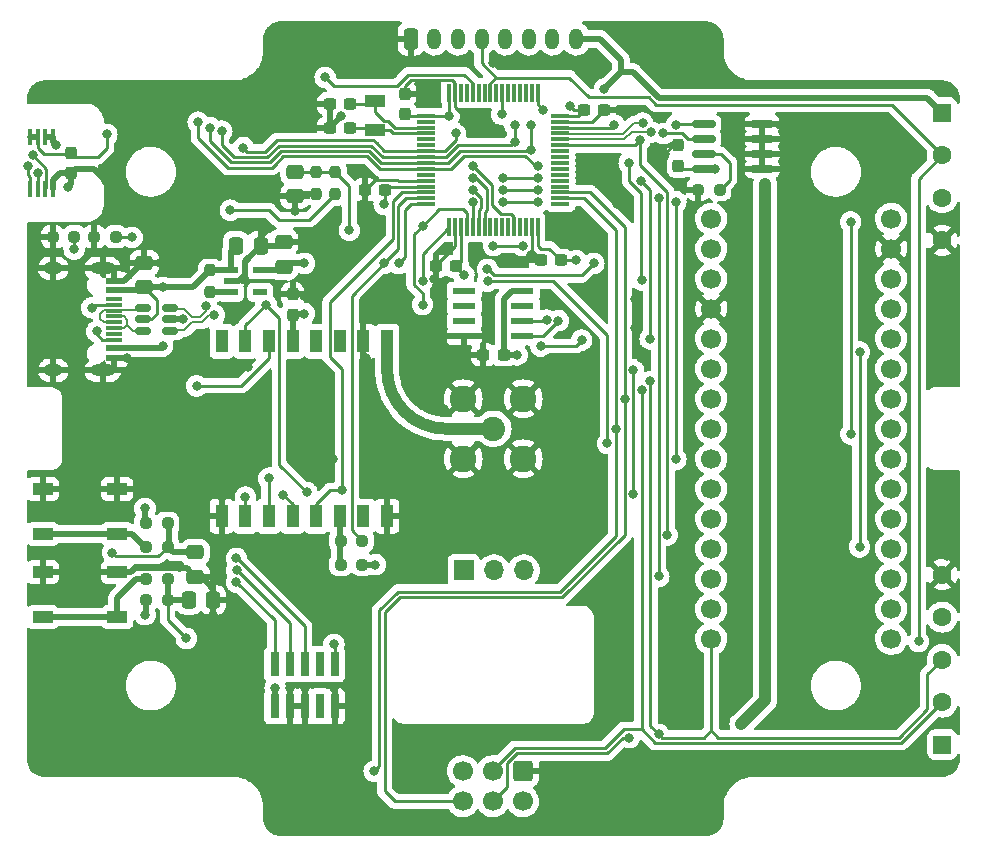
<source format=gbr>
%TF.GenerationSoftware,KiCad,Pcbnew,(5.99.0-12717-g57c7d663b0)*%
%TF.CreationDate,2021-10-22T11:26:34+02:00*%
%TF.ProjectId,Main_PCB,4d61696e-5f50-4434-922e-6b696361645f,rev?*%
%TF.SameCoordinates,Original*%
%TF.FileFunction,Copper,L1,Top*%
%TF.FilePolarity,Positive*%
%FSLAX46Y46*%
G04 Gerber Fmt 4.6, Leading zero omitted, Abs format (unit mm)*
G04 Created by KiCad (PCBNEW (5.99.0-12717-g57c7d663b0)) date 2021-10-22 11:26:34*
%MOMM*%
%LPD*%
G01*
G04 APERTURE LIST*
G04 Aperture macros list*
%AMRoundRect*
0 Rectangle with rounded corners*
0 $1 Rounding radius*
0 $2 $3 $4 $5 $6 $7 $8 $9 X,Y pos of 4 corners*
0 Add a 4 corners polygon primitive as box body*
4,1,4,$2,$3,$4,$5,$6,$7,$8,$9,$2,$3,0*
0 Add four circle primitives for the rounded corners*
1,1,$1+$1,$2,$3*
1,1,$1+$1,$4,$5*
1,1,$1+$1,$6,$7*
1,1,$1+$1,$8,$9*
0 Add four rect primitives between the rounded corners*
20,1,$1+$1,$2,$3,$4,$5,0*
20,1,$1+$1,$4,$5,$6,$7,0*
20,1,$1+$1,$6,$7,$8,$9,0*
20,1,$1+$1,$8,$9,$2,$3,0*%
G04 Aperture macros list end*
%TA.AperFunction,ComponentPad*%
%ADD10RoundRect,0.250000X-0.550000X0.550000X-0.550000X-0.550000X0.550000X-0.550000X0.550000X0.550000X0*%
%TD*%
%TA.AperFunction,ComponentPad*%
%ADD11C,1.600000*%
%TD*%
%TA.AperFunction,ComponentPad*%
%ADD12RoundRect,0.250000X0.550000X-0.550000X0.550000X0.550000X-0.550000X0.550000X-0.550000X-0.550000X0*%
%TD*%
%TA.AperFunction,SMDPad,CuDef*%
%ADD13RoundRect,0.250000X0.475000X-0.337500X0.475000X0.337500X-0.475000X0.337500X-0.475000X-0.337500X0*%
%TD*%
%TA.AperFunction,SMDPad,CuDef*%
%ADD14RoundRect,0.150000X0.512500X0.150000X-0.512500X0.150000X-0.512500X-0.150000X0.512500X-0.150000X0*%
%TD*%
%TA.AperFunction,SMDPad,CuDef*%
%ADD15RoundRect,0.237500X0.237500X-0.300000X0.237500X0.300000X-0.237500X0.300000X-0.237500X-0.300000X0*%
%TD*%
%TA.AperFunction,SMDPad,CuDef*%
%ADD16RoundRect,0.237500X0.300000X0.237500X-0.300000X0.237500X-0.300000X-0.237500X0.300000X-0.237500X0*%
%TD*%
%TA.AperFunction,ComponentPad*%
%ADD17RoundRect,0.250000X-0.600000X0.600000X-0.600000X-0.600000X0.600000X-0.600000X0.600000X0.600000X0*%
%TD*%
%TA.AperFunction,ComponentPad*%
%ADD18C,1.700000*%
%TD*%
%TA.AperFunction,SMDPad,CuDef*%
%ADD19RoundRect,0.237500X-0.250000X-0.237500X0.250000X-0.237500X0.250000X0.237500X-0.250000X0.237500X0*%
%TD*%
%TA.AperFunction,SMDPad,CuDef*%
%ADD20RoundRect,0.237500X0.250000X0.237500X-0.250000X0.237500X-0.250000X-0.237500X0.250000X-0.237500X0*%
%TD*%
%TA.AperFunction,SMDPad,CuDef*%
%ADD21R,0.760000X2.050000*%
%TD*%
%TA.AperFunction,SMDPad,CuDef*%
%ADD22R,1.450000X0.600000*%
%TD*%
%TA.AperFunction,SMDPad,CuDef*%
%ADD23R,1.450000X0.300000*%
%TD*%
%TA.AperFunction,ComponentPad*%
%ADD24O,1.600000X1.000000*%
%TD*%
%TA.AperFunction,ComponentPad*%
%ADD25O,2.100000X1.000000*%
%TD*%
%TA.AperFunction,SMDPad,CuDef*%
%ADD26RoundRect,0.237500X0.237500X-0.250000X0.237500X0.250000X-0.237500X0.250000X-0.237500X-0.250000X0*%
%TD*%
%TA.AperFunction,SMDPad,CuDef*%
%ADD27R,1.700000X1.000000*%
%TD*%
%TA.AperFunction,SMDPad,CuDef*%
%ADD28R,1.800000X1.000000*%
%TD*%
%TA.AperFunction,SMDPad,CuDef*%
%ADD29RoundRect,0.150000X0.825000X0.150000X-0.825000X0.150000X-0.825000X-0.150000X0.825000X-0.150000X0*%
%TD*%
%TA.AperFunction,SMDPad,CuDef*%
%ADD30R,0.450000X1.400000*%
%TD*%
%TA.AperFunction,SMDPad,CuDef*%
%ADD31R,1.981200X0.558800*%
%TD*%
%TA.AperFunction,ComponentPad*%
%ADD32R,1.700000X1.700000*%
%TD*%
%TA.AperFunction,ComponentPad*%
%ADD33O,1.700000X1.700000*%
%TD*%
%TA.AperFunction,SMDPad,CuDef*%
%ADD34RoundRect,0.075000X-0.700000X-0.075000X0.700000X-0.075000X0.700000X0.075000X-0.700000X0.075000X0*%
%TD*%
%TA.AperFunction,SMDPad,CuDef*%
%ADD35RoundRect,0.075000X-0.075000X-0.700000X0.075000X-0.700000X0.075000X0.700000X-0.075000X0.700000X0*%
%TD*%
%TA.AperFunction,SMDPad,CuDef*%
%ADD36RoundRect,0.237500X-0.300000X-0.237500X0.300000X-0.237500X0.300000X0.237500X-0.300000X0.237500X0*%
%TD*%
%TA.AperFunction,SMDPad,CuDef*%
%ADD37RoundRect,0.250000X-0.475000X0.337500X-0.475000X-0.337500X0.475000X-0.337500X0.475000X0.337500X0*%
%TD*%
%TA.AperFunction,SMDPad,CuDef*%
%ADD38RoundRect,0.237500X-0.237500X0.250000X-0.237500X-0.250000X0.237500X-0.250000X0.237500X0.250000X0*%
%TD*%
%TA.AperFunction,SMDPad,CuDef*%
%ADD39RoundRect,0.250000X-0.337500X-0.475000X0.337500X-0.475000X0.337500X0.475000X-0.337500X0.475000X0*%
%TD*%
%TA.AperFunction,SMDPad,CuDef*%
%ADD40RoundRect,0.237500X-0.237500X0.300000X-0.237500X-0.300000X0.237500X-0.300000X0.237500X0.300000X0*%
%TD*%
%TA.AperFunction,ComponentPad*%
%ADD41RoundRect,0.250000X-0.350000X-0.650000X0.350000X-0.650000X0.350000X0.650000X-0.350000X0.650000X0*%
%TD*%
%TA.AperFunction,ComponentPad*%
%ADD42O,1.200000X1.800000*%
%TD*%
%TA.AperFunction,SMDPad,CuDef*%
%ADD43R,1.050000X1.950000*%
%TD*%
%TA.AperFunction,SMDPad,CuDef*%
%ADD44R,1.200000X0.600000*%
%TD*%
%TA.AperFunction,ComponentPad*%
%ADD45C,2.050000*%
%TD*%
%TA.AperFunction,ComponentPad*%
%ADD46C,2.250000*%
%TD*%
%TA.AperFunction,ViaPad*%
%ADD47C,0.800000*%
%TD*%
%TA.AperFunction,Conductor*%
%ADD48C,0.250000*%
%TD*%
%TA.AperFunction,Conductor*%
%ADD49C,1.000000*%
%TD*%
%TA.AperFunction,Conductor*%
%ADD50C,0.500000*%
%TD*%
%TA.AperFunction,Conductor*%
%ADD51C,0.200000*%
%TD*%
G04 APERTURE END LIST*
D10*
%TO.P,REF\u002A\u002A,1*%
%TO.N,VBAT*%
X147000000Y-71250000D03*
D11*
%TO.P,REF\u002A\u002A,2*%
%TO.N,/LED*%
X147000000Y-74850000D03*
%TO.P,REF\u002A\u002A,3*%
%TO.N,VCC*%
X147000000Y-78450000D03*
%TO.P,REF\u002A\u002A,4*%
%TO.N,GND*%
X147000000Y-82050000D03*
%TD*%
D12*
%TO.P,REF\u002A\u002A,1*%
%TO.N,/battery*%
X147000000Y-124750000D03*
D11*
%TO.P,REF\u002A\u002A,2*%
%TO.N,/IC2_MoistureSensor_SCL1*%
X147000000Y-121150000D03*
%TO.P,REF\u002A\u002A,3*%
%TO.N,/IC2_MoistureSensor_SDA1*%
X147000000Y-117550000D03*
%TO.P,REF\u002A\u002A,4*%
%TO.N,VCC*%
X147000000Y-113950000D03*
%TO.P,REF\u002A\u002A,5*%
%TO.N,GND*%
X147000000Y-110350000D03*
%TD*%
D13*
%TO.P,C19,1*%
%TO.N,+5V*%
X79440000Y-86037500D03*
%TO.P,C19,2*%
%TO.N,GND*%
X79440000Y-83962500D03*
%TD*%
D14*
%TO.P,U7,1,I/O1*%
%TO.N,USB+*%
X81637500Y-89700000D03*
%TO.P,U7,2,GND*%
%TO.N,GND*%
X81637500Y-88750000D03*
%TO.P,U7,3,I/O2*%
%TO.N,USB-*%
X81637500Y-87800000D03*
%TO.P,U7,4,I/O2*%
%TO.N,D-*%
X79362500Y-87800000D03*
%TO.P,U7,5,VBUS*%
%TO.N,+5V*%
X79362500Y-88750000D03*
%TO.P,U7,6,I/O1*%
%TO.N,D+*%
X79362500Y-89700000D03*
%TD*%
D15*
%TO.P,C6,1*%
%TO.N,GND*%
X73250000Y-76362500D03*
%TO.P,C6,2*%
%TO.N,VCC*%
X73250000Y-74637500D03*
%TD*%
D16*
%TO.P,C8,1*%
%TO.N,GND*%
X118362500Y-71000000D03*
%TO.P,C8,2*%
%TO.N,VCC*%
X116637500Y-71000000D03*
%TD*%
D17*
%TO.P,J2,1,Pin_1*%
%TO.N,GND*%
X111500000Y-127000000D03*
D18*
%TO.P,J2,2,Pin_2*%
%TO.N,VCC*%
X111500000Y-129540000D03*
%TO.P,J2,3,Pin_3*%
%TO.N,/IC2_MoistureSensor_SCL1*%
X108960000Y-127000000D03*
%TO.P,J2,4,Pin_4*%
%TO.N,/IC2_MoistureSensor_SDA1*%
X108960000Y-129540000D03*
%TO.P,J2,5,Pin_5*%
%TO.N,/IC2_MoistureSensor_SCL2*%
X106420000Y-127000000D03*
%TO.P,J2,6,Pin_6*%
%TO.N,/IC2_MoistureSensor_SDA2*%
X106420000Y-129540000D03*
%TD*%
D19*
%TO.P,R8,1*%
%TO.N,VCC*%
X79587500Y-112500000D03*
%TO.P,R8,2*%
%TO.N,/Reset*%
X81412500Y-112500000D03*
%TD*%
D20*
%TO.P,R14,1*%
%TO.N,Net-(R14-Pad1)*%
X128162500Y-77750000D03*
%TO.P,R14,2*%
%TO.N,GND*%
X126337500Y-77750000D03*
%TD*%
D19*
%TO.P,R6,1*%
%TO.N,Net-(R6-Pad1)*%
X79625000Y-110750000D03*
%TO.P,R6,2*%
%TO.N,/Reset*%
X81450000Y-110750000D03*
%TD*%
D21*
%TO.P,JP1,1*%
%TO.N,VCC*%
X90480000Y-121500000D03*
%TO.P,JP1,2*%
%TO.N,/SWDIO*%
X90480000Y-117940000D03*
%TO.P,JP1,3*%
%TO.N,GND*%
X91750000Y-121500000D03*
%TO.P,JP1,4*%
%TO.N,/SWCLK*%
X91750000Y-117940000D03*
%TO.P,JP1,5*%
%TO.N,GND*%
X93020000Y-121500000D03*
%TO.P,JP1,6*%
%TO.N,/SWO*%
X93020000Y-117940000D03*
%TO.P,JP1,7*%
%TO.N,unconnected-(JP1-Pad7)*%
X94290000Y-121500000D03*
%TO.P,JP1,8*%
%TO.N,unconnected-(JP1-Pad8)*%
X94290000Y-117940000D03*
%TO.P,JP1,9*%
%TO.N,GND*%
X95560000Y-121500000D03*
%TO.P,JP1,10*%
%TO.N,/Reset*%
X95560000Y-117940000D03*
%TD*%
D22*
%TO.P,J3,A1,GND*%
%TO.N,GND*%
X76845000Y-85500000D03*
%TO.P,J3,A4,VBUS*%
%TO.N,+5V*%
X76845000Y-86300000D03*
D23*
%TO.P,J3,A5,CC1*%
%TO.N,Net-(J3-PadA5)*%
X76845000Y-87500000D03*
%TO.P,J3,A6,D+*%
%TO.N,D+*%
X76845000Y-88500000D03*
%TO.P,J3,A7,D-*%
%TO.N,D-*%
X76845000Y-89000000D03*
%TO.P,J3,A8,SBU1*%
%TO.N,unconnected-(J3-PadA8)*%
X76845000Y-90000000D03*
D22*
%TO.P,J3,A9,VBUS*%
%TO.N,+5V*%
X76845000Y-91200000D03*
%TO.P,J3,A12,GND*%
%TO.N,GND*%
X76845000Y-92000000D03*
%TO.P,J3,B1,GND*%
X76845000Y-92000000D03*
%TO.P,J3,B4,VBUS*%
%TO.N,+5V*%
X76845000Y-91200000D03*
D23*
%TO.P,J3,B5,CC2*%
%TO.N,Net-(J3-PadB5)*%
X76845000Y-90500000D03*
%TO.P,J3,B6,D+*%
%TO.N,D+*%
X76845000Y-89500000D03*
%TO.P,J3,B7,D-*%
%TO.N,D-*%
X76845000Y-88000000D03*
%TO.P,J3,B8,SBU2*%
%TO.N,unconnected-(J3-PadB8)*%
X76845000Y-87000000D03*
D22*
%TO.P,J3,B9,VBUS*%
%TO.N,+5V*%
X76845000Y-86300000D03*
%TO.P,J3,B12,GND*%
%TO.N,GND*%
X76845000Y-85500000D03*
D24*
%TO.P,J3,S1,SHIELD*%
X71750000Y-84430000D03*
D25*
X75930000Y-84430000D03*
X75930000Y-93070000D03*
D24*
X71750000Y-93070000D03*
%TD*%
D26*
%TO.P,R11,1*%
%TO.N,Net-(PS2-Pad3)*%
X85000000Y-86412500D03*
%TO.P,R11,2*%
%TO.N,+5V*%
X85000000Y-84587500D03*
%TD*%
D27*
%TO.P,SW2,1,1*%
%TO.N,GND*%
X77150000Y-103100000D03*
X70850000Y-103100000D03*
%TO.P,SW2,2,2*%
%TO.N,Net-(R7-Pad1)*%
X70850000Y-106900000D03*
X77150000Y-106900000D03*
%TD*%
D20*
%TO.P,R5,1*%
%TO.N,Net-(J3-PadB5)*%
X73515000Y-81750000D03*
%TO.P,R5,2*%
%TO.N,GND*%
X71690000Y-81750000D03*
%TD*%
D28*
%TO.P,Y1,1,1*%
%TO.N,/OSC32_IN*%
X99000000Y-70250000D03*
%TO.P,Y1,2,2*%
%TO.N,/OSC32_OUT*%
X99000000Y-72750000D03*
%TD*%
D29*
%TO.P,U8,1,A0*%
%TO.N,GND*%
X131775000Y-76005000D03*
%TO.P,U8,2,A1*%
X131775000Y-74735000D03*
%TO.P,U8,3,A2*%
X131775000Y-73465000D03*
%TO.P,U8,4,VSS*%
X131775000Y-72195000D03*
%TO.P,U8,5,SDA*%
%TO.N,/IC2_MoistureSensor_SDA1*%
X126825000Y-72195000D03*
%TO.P,U8,6,SCL*%
%TO.N,/IC2_MoistureSensor_SCL1*%
X126825000Y-73465000D03*
%TO.P,U8,7,WP*%
%TO.N,Net-(R14-Pad1)*%
X126825000Y-74735000D03*
%TO.P,U8,8,VCC*%
%TO.N,VCC*%
X126825000Y-76005000D03*
%TD*%
D18*
%TO.P,U6,1,PA9*%
%TO.N,/D1_TX*%
X127450000Y-80220000D03*
%TO.P,U6,2,PA10*%
%TO.N,/D0_TX*%
X127450000Y-82760000D03*
%TO.P,U6,3,NRST*%
%TO.N,/Reset*%
X127450000Y-85300000D03*
%TO.P,U6,4,GND*%
%TO.N,GND*%
X127450000Y-87840000D03*
%TO.P,U6,5,PA12*%
%TO.N,/SPI_LORA_MOSI*%
X127450000Y-90380000D03*
%TO.P,U6,6,PB0*%
%TO.N,/SPI_LORA_NSS*%
X127450000Y-92920000D03*
%TO.P,U6,7,PB7*%
%TO.N,/IC2_MoistureSensor_SDA2*%
X127450000Y-95460000D03*
%TO.P,U6,8,PB6*%
%TO.N,/IC2_MoistureSensor_SCL2*%
X127450000Y-98000000D03*
%TO.P,U6,9,PB1*%
%TO.N,/TempAlert*%
X127450000Y-100540000D03*
%TO.P,U6,10,nc*%
%TO.N,unconnected-(U6-Pad10)*%
X127450000Y-103080000D03*
%TO.P,U6,11,nc*%
%TO.N,unconnected-(U6-Pad11)*%
X127450000Y-105620000D03*
%TO.P,U6,12,PA8*%
%TO.N,/D9*%
X127450000Y-108160000D03*
%TO.P,U6,13,PA11*%
%TO.N,/SPI_LORA_MISO*%
X127450000Y-110700000D03*
%TO.P,U6,14,PB5*%
%TO.N,unconnected-(U6-Pad14)*%
X127450000Y-113240000D03*
%TO.P,U6,15,PB4*%
%TO.N,/IC2_MoistureSensor_SDA1*%
X127450000Y-115780000D03*
%TO.P,U6,16,PB3*%
%TO.N,/LED*%
X142690000Y-115780000D03*
%TO.P,U6,17,3V3*%
%TO.N,VCC*%
X142690000Y-113240000D03*
%TO.P,U6,18,AREF*%
%TO.N,unconnected-(U6-Pad18)*%
X142690000Y-110700000D03*
%TO.P,U6,19,PA0*%
%TO.N,/bat_voltage*%
X142690000Y-108160000D03*
%TO.P,U6,20,PA1*%
%TO.N,/LORA_DIO0*%
X142690000Y-105620000D03*
%TO.P,U6,21,PA3*%
%TO.N,/LORA_DIO1*%
X142690000Y-103080000D03*
%TO.P,U6,22,PA4*%
%TO.N,Lora-Reset*%
X142690000Y-100540000D03*
%TO.P,U6,23,PA5*%
%TO.N,/SPI_LORA_SCK*%
X142690000Y-98000000D03*
%TO.P,U6,24,PA6*%
%TO.N,unconnected-(U6-Pad24)*%
X142690000Y-95460000D03*
%TO.P,U6,25,PA7*%
%TO.N,/IC2_MoistureSensor_SCL1*%
X142690000Y-92920000D03*
%TO.P,U6,26,PA2*%
%TO.N,unconnected-(U6-Pad26)*%
X142690000Y-90380000D03*
%TO.P,U6,27,5V*%
%TO.N,unconnected-(U6-Pad27)*%
X142690000Y-87840000D03*
%TO.P,U6,28,NRST*%
%TO.N,/Reset*%
X142690000Y-85300000D03*
%TO.P,U6,29,GND*%
%TO.N,GND*%
X142690000Y-82760000D03*
%TO.P,U6,30,VIN*%
%TO.N,unconnected-(U6-Pad30)*%
X142690000Y-80220000D03*
%TD*%
D27*
%TO.P,SW1,1,1*%
%TO.N,GND*%
X77150000Y-110150000D03*
X70850000Y-110150000D03*
%TO.P,SW1,2,2*%
%TO.N,Net-(R6-Pad1)*%
X70850000Y-113950000D03*
X77150000Y-113950000D03*
%TD*%
D30*
%TO.P,IC1,1,SDA*%
%TO.N,/IC2_MoistureSensor_SDA1*%
X69775000Y-77700000D03*
%TO.P,IC1,2,SCL*%
%TO.N,/IC2_MoistureSensor_SCL1*%
X70425000Y-77700000D03*
%TO.P,IC1,3,ALERT*%
%TO.N,/TempAlert*%
X71075000Y-77700000D03*
%TO.P,IC1,4,GND*%
%TO.N,GND*%
X71725000Y-77700000D03*
%TO.P,IC1,5,A2*%
X71725000Y-73300000D03*
%TO.P,IC1,6,A1*%
X71075000Y-73300000D03*
%TO.P,IC1,7,A0*%
%TO.N,VCC*%
X70425000Y-73300000D03*
%TO.P,IC1,8,VDD*%
X69775000Y-73300000D03*
%TD*%
D19*
%TO.P,R2,1*%
%TO.N,Net-(R2-Pad1)*%
X96087500Y-107500000D03*
%TO.P,R2,2*%
%TO.N,Lora-Reset*%
X97912500Y-107500000D03*
%TD*%
D20*
%TO.P,R3,1*%
%TO.N,VCC*%
X97912500Y-109500000D03*
%TO.P,R3,2*%
%TO.N,Net-(R2-Pad1)*%
X96087500Y-109500000D03*
%TD*%
D31*
%TO.P,U5,1,NC*%
%TO.N,unconnected-(U5-Pad1)*%
X106536200Y-86345000D03*
%TO.P,U5,2,NC*%
%TO.N,unconnected-(U5-Pad2)*%
X106536200Y-87615000D03*
%TO.P,U5,3,NC*%
%TO.N,unconnected-(U5-Pad3)*%
X106536200Y-88885000D03*
%TO.P,U5,4,GND*%
%TO.N,GND*%
X106536200Y-90155000D03*
%TO.P,U5,5,SDA*%
%TO.N,/IC2_MoistureSensor_SDA1*%
X111463800Y-90155000D03*
%TO.P,U5,6,SCL*%
%TO.N,/IC2_MoistureSensor_SCL1*%
X111463800Y-88885000D03*
%TO.P,U5,7,NC*%
%TO.N,unconnected-(U5-Pad7)*%
X111463800Y-87615000D03*
%TO.P,U5,8,VCC*%
%TO.N,VCC*%
X111463800Y-86345000D03*
%TD*%
D32*
%TO.P,J4,1,Pin_1*%
%TO.N,/usb3v3*%
X106500000Y-110000000D03*
D33*
%TO.P,J4,2,Pin_2*%
%TO.N,VCC*%
X109040000Y-110000000D03*
%TO.P,J4,3,Pin_3*%
%TO.N,/battery*%
X111580000Y-110000000D03*
%TD*%
D34*
%TO.P,U4,1,VBAT*%
%TO.N,VCC*%
X103325000Y-71500000D03*
%TO.P,U4,2,PC13*%
%TO.N,unconnected-(U4-Pad2)*%
X103325000Y-72000000D03*
%TO.P,U4,3,PC14*%
%TO.N,/OSC32_IN*%
X103325000Y-72500000D03*
%TO.P,U4,4,PC15*%
%TO.N,/OSC32_OUT*%
X103325000Y-73000000D03*
%TO.P,U4,5,PH0*%
%TO.N,unconnected-(U4-Pad5)*%
X103325000Y-73500000D03*
%TO.P,U4,6,PH1*%
%TO.N,unconnected-(U4-Pad6)*%
X103325000Y-74000000D03*
%TO.P,U4,7,NRST*%
%TO.N,/Reset*%
X103325000Y-74500000D03*
%TO.P,U4,8,PC0*%
%TO.N,/IC2_MoistureSensor_SCL1*%
X103325000Y-75000000D03*
%TO.P,U4,9,PC1*%
%TO.N,/IC2_MoistureSensor_SDA1*%
X103325000Y-75500000D03*
%TO.P,U4,10,PC2*%
%TO.N,/TempAlert*%
X103325000Y-76000000D03*
%TO.P,U4,11,PC3*%
%TO.N,unconnected-(U4-Pad11)*%
X103325000Y-76500000D03*
%TO.P,U4,12,VSSA*%
%TO.N,GND*%
X103325000Y-77000000D03*
%TO.P,U4,13,VDDA*%
%TO.N,VCC*%
X103325000Y-77500000D03*
%TO.P,U4,14,PA0*%
%TO.N,/SPI_LORA_NSS*%
X103325000Y-78000000D03*
%TO.P,U4,15,PA1*%
%TO.N,Lora-Reset*%
X103325000Y-78500000D03*
%TO.P,U4,16,PA2*%
%TO.N,/D1_TX*%
X103325000Y-79000000D03*
D35*
%TO.P,U4,17,PA3*%
%TO.N,/D0_TX*%
X105250000Y-80925000D03*
%TO.P,U4,18,VSS*%
%TO.N,GND*%
X105750000Y-80925000D03*
%TO.P,U4,19,VDD*%
%TO.N,VCC*%
X106250000Y-80925000D03*
%TO.P,U4,20,PA4*%
%TO.N,/bat_voltage*%
X106750000Y-80925000D03*
%TO.P,U4,21,PA5*%
%TO.N,/SPI_LORA_SCK*%
X107250000Y-80925000D03*
%TO.P,U4,22,PA6*%
%TO.N,/SPI_LORA_MISO*%
X107750000Y-80925000D03*
%TO.P,U4,23,PA7*%
%TO.N,/SPI_LORA_MOSI*%
X108250000Y-80925000D03*
%TO.P,U4,24,PC4*%
%TO.N,unconnected-(U4-Pad24)*%
X108750000Y-80925000D03*
%TO.P,U4,25,PC5*%
%TO.N,unconnected-(U4-Pad25)*%
X109250000Y-80925000D03*
%TO.P,U4,26,PB0*%
%TO.N,unconnected-(U4-Pad26)*%
X109750000Y-80925000D03*
%TO.P,U4,27,PB1*%
%TO.N,unconnected-(U4-Pad27)*%
X110250000Y-80925000D03*
%TO.P,U4,28,PB2*%
%TO.N,/LORA_DIO1*%
X110750000Y-80925000D03*
%TO.P,U4,29,PB10*%
%TO.N,unconnected-(U4-Pad29)*%
X111250000Y-80925000D03*
%TO.P,U4,30,PB11*%
%TO.N,unconnected-(U4-Pad30)*%
X111750000Y-80925000D03*
%TO.P,U4,31,VSS*%
%TO.N,GND*%
X112250000Y-80925000D03*
%TO.P,U4,32,VDD*%
%TO.N,VCC*%
X112750000Y-80925000D03*
D34*
%TO.P,U4,33,PB12*%
%TO.N,unconnected-(U4-Pad33)*%
X114675000Y-79000000D03*
%TO.P,U4,34,PB13*%
%TO.N,/IC2_MoistureSensor_SCL2*%
X114675000Y-78500000D03*
%TO.P,U4,35,PB14*%
%TO.N,/IC2_MoistureSensor_SDA2*%
X114675000Y-78000000D03*
%TO.P,U4,36,PB15*%
%TO.N,unconnected-(U4-Pad36)*%
X114675000Y-77500000D03*
%TO.P,U4,37,PC6*%
%TO.N,unconnected-(U4-Pad37)*%
X114675000Y-77000000D03*
%TO.P,U4,38,PC7*%
%TO.N,unconnected-(U4-Pad38)*%
X114675000Y-76500000D03*
%TO.P,U4,39,PC8*%
%TO.N,unconnected-(U4-Pad39)*%
X114675000Y-76000000D03*
%TO.P,U4,40,PC9*%
%TO.N,unconnected-(U4-Pad40)*%
X114675000Y-75500000D03*
%TO.P,U4,41,PA8*%
%TO.N,unconnected-(U4-Pad41)*%
X114675000Y-75000000D03*
%TO.P,U4,42,PA9*%
%TO.N,unconnected-(U4-Pad42)*%
X114675000Y-74500000D03*
%TO.P,U4,43,PA10*%
%TO.N,/LORA_DIO0*%
X114675000Y-74000000D03*
%TO.P,U4,44,PA11*%
%TO.N,USB-*%
X114675000Y-73500000D03*
%TO.P,U4,45,PA12*%
%TO.N,USB+*%
X114675000Y-73000000D03*
%TO.P,U4,46,PA13*%
%TO.N,/SWDIO*%
X114675000Y-72500000D03*
%TO.P,U4,47,VSS*%
%TO.N,GND*%
X114675000Y-72000000D03*
%TO.P,U4,48,VDDUSB*%
%TO.N,VCC*%
X114675000Y-71500000D03*
D35*
%TO.P,U4,49,PA14*%
%TO.N,/SWCLK*%
X112750000Y-69575000D03*
%TO.P,U4,50,PA15*%
%TO.N,/PA15*%
X112250000Y-69575000D03*
%TO.P,U4,51,PC10*%
%TO.N,unconnected-(U4-Pad51)*%
X111750000Y-69575000D03*
%TO.P,U4,52,PC11*%
%TO.N,unconnected-(U4-Pad52)*%
X111250000Y-69575000D03*
%TO.P,U4,53,PC12*%
%TO.N,unconnected-(U4-Pad53)*%
X110750000Y-69575000D03*
%TO.P,U4,54,PD2*%
%TO.N,unconnected-(U4-Pad54)*%
X110250000Y-69575000D03*
%TO.P,U4,55,PB3*%
%TO.N,/SWO*%
X109750000Y-69575000D03*
%TO.P,U4,56,PB4*%
%TO.N,unconnected-(U4-Pad56)*%
X109250000Y-69575000D03*
%TO.P,U4,57,PB5*%
%TO.N,/LED*%
X108750000Y-69575000D03*
%TO.P,U4,58,PB6*%
%TO.N,unconnected-(U4-Pad58)*%
X108250000Y-69575000D03*
%TO.P,U4,59,PB7*%
%TO.N,unconnected-(U4-Pad59)*%
X107750000Y-69575000D03*
%TO.P,U4,60,BOOT0*%
%TO.N,/boot0*%
X107250000Y-69575000D03*
%TO.P,U4,61,PB8*%
%TO.N,unconnected-(U4-Pad61)*%
X106750000Y-69575000D03*
%TO.P,U4,62,PB9*%
%TO.N,unconnected-(U4-Pad62)*%
X106250000Y-69575000D03*
%TO.P,U4,63,VSS*%
%TO.N,GND*%
X105750000Y-69575000D03*
%TO.P,U4,64,VDD*%
%TO.N,VCC*%
X105250000Y-69575000D03*
%TD*%
D19*
%TO.P,R7,1*%
%TO.N,Net-(R7-Pad1)*%
X79587500Y-108000000D03*
%TO.P,R7,2*%
%TO.N,/boot0*%
X81412500Y-108000000D03*
%TD*%
D36*
%TO.P,C9,1*%
%TO.N,GND*%
X104137500Y-84250000D03*
%TO.P,C9,2*%
%TO.N,VCC*%
X105862500Y-84250000D03*
%TD*%
D16*
%TO.P,C3,1*%
%TO.N,/OSC32_IN*%
X96862500Y-70500000D03*
%TO.P,C3,2*%
%TO.N,GND*%
X95137500Y-70500000D03*
%TD*%
D37*
%TO.P,C13,1*%
%TO.N,/bat_voltage*%
X92200000Y-76250000D03*
%TO.P,C13,2*%
%TO.N,GND*%
X92200000Y-78325000D03*
%TD*%
D38*
%TO.P,R13,1*%
%TO.N,/bat_voltage*%
X94000000Y-76287500D03*
%TO.P,R13,2*%
%TO.N,GND*%
X94000000Y-78112500D03*
%TD*%
D13*
%TO.P,C18,1*%
%TO.N,/usb3v3*%
X91250000Y-84287500D03*
%TO.P,C18,2*%
%TO.N,GND*%
X91250000Y-82212500D03*
%TD*%
D26*
%TO.P,R12,1*%
%TO.N,VBAT*%
X95600000Y-78112500D03*
%TO.P,R12,2*%
%TO.N,/bat_voltage*%
X95600000Y-76287500D03*
%TD*%
D39*
%TO.P,C2,1*%
%TO.N,/Reset*%
X83212500Y-112500000D03*
%TO.P,C2,2*%
%TO.N,GND*%
X85287500Y-112500000D03*
%TD*%
D16*
%TO.P,C4,1*%
%TO.N,/OSC32_OUT*%
X96862500Y-72500000D03*
%TO.P,C4,2*%
%TO.N,GND*%
X95137500Y-72500000D03*
%TD*%
D40*
%TO.P,C1,1*%
%TO.N,GND*%
X92000000Y-86637500D03*
%TO.P,C1,2*%
%TO.N,VCC*%
X92000000Y-88362500D03*
%TD*%
D36*
%TO.P,C5,1*%
%TO.N,GND*%
X108137500Y-91750000D03*
%TO.P,C5,2*%
%TO.N,VCC*%
X109862500Y-91750000D03*
%TD*%
D39*
%TO.P,C17,1*%
%TO.N,+5V*%
X87212500Y-82500000D03*
%TO.P,C17,2*%
%TO.N,GND*%
X89287500Y-82500000D03*
%TD*%
D20*
%TO.P,R4,1*%
%TO.N,Net-(J3-PadA5)*%
X77015000Y-81750000D03*
%TO.P,R4,2*%
%TO.N,GND*%
X75190000Y-81750000D03*
%TD*%
D37*
%TO.P,C20,1*%
%TO.N,/boot0*%
X83750000Y-108462500D03*
%TO.P,C20,2*%
%TO.N,GND*%
X83750000Y-110537500D03*
%TD*%
D41*
%TO.P,J5,1,Pin_1*%
%TO.N,GND*%
X102000000Y-65000000D03*
D42*
%TO.P,J5,2,Pin_2*%
%TO.N,VCC*%
X104000000Y-65000000D03*
%TO.P,J5,3,Pin_3*%
%TO.N,unconnected-(J5-Pad3)*%
X106000000Y-65000000D03*
%TO.P,J5,4,Pin_4*%
%TO.N,/LED*%
X108000000Y-65000000D03*
%TO.P,J5,5,Pin_5*%
%TO.N,/IC2_MoistureSensor_SCL1*%
X110000000Y-65000000D03*
%TO.P,J5,6,Pin_6*%
%TO.N,/IC2_MoistureSensor_SDA1*%
X112000000Y-65000000D03*
%TO.P,J5,7,Pin_7*%
%TO.N,/battery*%
X114000000Y-65000000D03*
%TO.P,J5,8,Pin_8*%
%TO.N,VBAT*%
X116000000Y-65000000D03*
%TD*%
D36*
%TO.P,C10,1*%
%TO.N,GND*%
X113025000Y-83750000D03*
%TO.P,C10,2*%
%TO.N,VCC*%
X114750000Y-83750000D03*
%TD*%
D19*
%TO.P,R9,1*%
%TO.N,VCC*%
X79587500Y-106000000D03*
%TO.P,R9,2*%
%TO.N,/boot0*%
X81412500Y-106000000D03*
%TD*%
D43*
%TO.P,U2,1,GND*%
%TO.N,GND*%
X86000000Y-105400000D03*
%TO.P,U2,2,MISO*%
%TO.N,/SPI_LORA_MISO*%
X88000000Y-105400000D03*
%TO.P,U2,3,MOSI*%
%TO.N,/SPI_LORA_MOSI*%
X90000000Y-105400000D03*
%TO.P,U2,4,SCK*%
%TO.N,/SPI_LORA_SCK*%
X92000000Y-105400000D03*
%TO.P,U2,5,NSS*%
%TO.N,/SPI_LORA_NSS*%
X94000000Y-105400000D03*
%TO.P,U2,6,RESET*%
%TO.N,Net-(R2-Pad1)*%
X96000000Y-105400000D03*
%TO.P,U2,7,DIO5*%
%TO.N,unconnected-(U2-Pad7)*%
X98000000Y-105400000D03*
%TO.P,U2,8,GND*%
%TO.N,GND*%
X100000000Y-105400000D03*
%TO.P,U2,9,ANT*%
%TO.N,Net-(J1-Pad1)*%
X100000000Y-90600000D03*
%TO.P,U2,10,GND*%
%TO.N,GND*%
X98000000Y-90600000D03*
%TO.P,U2,11,DIO3*%
%TO.N,unconnected-(U2-Pad11)*%
X96000000Y-90600000D03*
%TO.P,U2,12,DIO4*%
%TO.N,unconnected-(U2-Pad12)*%
X94000000Y-90600000D03*
%TO.P,U2,13,3.3V*%
%TO.N,VCC*%
X92000000Y-90600000D03*
%TO.P,U2,14,DIO0*%
%TO.N,/LORA_DIO0*%
X90000000Y-90600000D03*
%TO.P,U2,15,DIO1*%
%TO.N,/LORA_DIO1*%
X88000000Y-90600000D03*
%TO.P,U2,16,DIO2*%
%TO.N,unconnected-(U2-Pad16)*%
X86000000Y-90600000D03*
%TD*%
D40*
%TO.P,C16,1*%
%TO.N,GND*%
X124670000Y-74022500D03*
%TO.P,C16,2*%
%TO.N,VCC*%
X124670000Y-75747500D03*
%TD*%
D44*
%TO.P,PS2,1,VIN*%
%TO.N,+5V*%
X86750000Y-84550000D03*
%TO.P,PS2,2,VSS*%
%TO.N,GND*%
X86750000Y-85500000D03*
%TO.P,PS2,3,ON/OFF*%
%TO.N,Net-(PS2-Pad3)*%
X86750000Y-86450000D03*
%TO.P,PS2,4,NC*%
%TO.N,unconnected-(PS2-Pad4)*%
X89250000Y-86450000D03*
%TO.P,PS2,5,VOUT*%
%TO.N,/usb3v3*%
X89250000Y-84550000D03*
%TD*%
D36*
%TO.P,C12,1*%
%TO.N,GND*%
X98137500Y-77750000D03*
%TO.P,C12,2*%
%TO.N,VCC*%
X99862500Y-77750000D03*
%TD*%
D40*
%TO.P,C11,1*%
%TO.N,GND*%
X101500000Y-69637500D03*
%TO.P,C11,2*%
%TO.N,VCC*%
X101500000Y-71362500D03*
%TD*%
D45*
%TO.P,J1,1,In*%
%TO.N,Net-(J1-Pad1)*%
X109000000Y-98000000D03*
D46*
%TO.P,J1,2,Ext*%
%TO.N,GND*%
X106460000Y-100540000D03*
X111540000Y-95460000D03*
X106460000Y-95460000D03*
X111540000Y-100540000D03*
%TD*%
D47*
%TO.N,/IC2_MoistureSensor_SCL1*%
X70424834Y-76320189D03*
X110800000Y-72275500D03*
X110800000Y-73724500D03*
X113500000Y-88800000D03*
X86000000Y-72800000D03*
X121551000Y-94735500D03*
X123400000Y-73000000D03*
%TO.N,/IC2_MoistureSensor_SDA1*%
X114500000Y-88843738D03*
X120500000Y-124150500D03*
X112200000Y-72275500D03*
X85000000Y-72500000D03*
X123000000Y-123875500D03*
X122275500Y-94000000D03*
X124500000Y-72250000D03*
X112200000Y-74400000D03*
X69612407Y-75737981D03*
%TO.N,/LORA_DIO0*%
X83875008Y-94375008D03*
X121400000Y-73570732D03*
X123724500Y-107000000D03*
%TO.N,VCC*%
X111000000Y-91750000D03*
X127750000Y-76000000D03*
X93000000Y-88250000D03*
X76269841Y-73069841D03*
X90520000Y-119970000D03*
X106500000Y-85000000D03*
X79500000Y-113750000D03*
X79500000Y-104750000D03*
X105237701Y-71500000D03*
X116000000Y-83750000D03*
X115500000Y-70674020D03*
X99000000Y-109500000D03*
X99750000Y-79000000D03*
%TO.N,/LORA_DIO1*%
X93200000Y-103400000D03*
X89750000Y-87500000D03*
X107250000Y-75750000D03*
%TO.N,/Reset*%
X120500000Y-75469263D03*
X105800000Y-72975000D03*
X95500000Y-116250000D03*
X87825980Y-74200000D03*
X83000000Y-115750000D03*
X121551000Y-85400000D03*
%TO.N,GND*%
X138000000Y-89500000D03*
X89000000Y-72750000D03*
X101600000Y-91800000D03*
X86000000Y-103750000D03*
X121400000Y-65000000D03*
X125000000Y-77500000D03*
X90250000Y-108000000D03*
X101900000Y-94300000D03*
X121000000Y-87000000D03*
X98400000Y-93400000D03*
X72000000Y-74000000D03*
X103600000Y-96000000D03*
X101600000Y-93100000D03*
X101600000Y-90500000D03*
X73000000Y-77500000D03*
X121000000Y-89500000D03*
X134250000Y-96500000D03*
X147400000Y-108800000D03*
X92200000Y-79600000D03*
X125800000Y-81500000D03*
X119500000Y-79000000D03*
X82750000Y-88750000D03*
X71000000Y-126000000D03*
X80750000Y-84000000D03*
X78000000Y-92000000D03*
X100500000Y-68000000D03*
X127000000Y-131000000D03*
X90000000Y-81000000D03*
X88250000Y-92750000D03*
X121500000Y-92000000D03*
X117000000Y-75500000D03*
X120012299Y-70987701D03*
X102600000Y-95300000D03*
X111750000Y-98000000D03*
X99200000Y-88600000D03*
X88500000Y-96250000D03*
X100000000Y-103000000D03*
X116000000Y-124000000D03*
X98700000Y-94800000D03*
X84750000Y-83000000D03*
X127000000Y-65000000D03*
X85000000Y-76750000D03*
X99200000Y-96100000D03*
X93020000Y-119970000D03*
X104000000Y-85325980D03*
X109000000Y-95250000D03*
X133250000Y-72250000D03*
X130000000Y-109000000D03*
X98250000Y-92000000D03*
X109000000Y-100750000D03*
X106500000Y-72000000D03*
X102800000Y-99200000D03*
X74100000Y-103100000D03*
X125800000Y-92000000D03*
X104800000Y-96300000D03*
X74100000Y-110150000D03*
X125800000Y-94000000D03*
X95520000Y-119970000D03*
X95400000Y-100600000D03*
X137500000Y-102000000D03*
X96098774Y-71565699D03*
X130000000Y-102000000D03*
X109000000Y-67000000D03*
X100100000Y-97300000D03*
X147400000Y-104400000D03*
X96500000Y-68000000D03*
X137500000Y-105500000D03*
X112192851Y-83307149D03*
X104400000Y-99600000D03*
X120000000Y-110500000D03*
X123501605Y-74759375D03*
X101400000Y-89300000D03*
X116000000Y-81000000D03*
X93250000Y-99250000D03*
X101400000Y-98400000D03*
X91000000Y-131000000D03*
X85250000Y-113750000D03*
X137500000Y-109000000D03*
X100400000Y-88600000D03*
X93000000Y-86750000D03*
X118000000Y-87000000D03*
X76200000Y-77000000D03*
X93250000Y-68500000D03*
X91770000Y-119970000D03*
X98000000Y-79000000D03*
X130000000Y-105500000D03*
X120000000Y-122000000D03*
X103000000Y-125500000D03*
%TO.N,/SPI_LORA_NSS*%
X120826500Y-93000000D03*
X120826500Y-103500497D03*
X96200000Y-103200000D03*
%TO.N,Lora-Reset*%
X99737788Y-83999989D03*
X108512299Y-85512299D03*
X118653000Y-99250000D03*
%TO.N,/SPI_LORA_MOSI*%
X112800000Y-76800497D03*
X121500000Y-77000000D03*
X107250000Y-76750497D03*
X109800000Y-76800000D03*
X89987701Y-102187701D03*
X122275500Y-90400000D03*
%TO.N,/SPI_LORA_MISO*%
X107250000Y-77750000D03*
X123000000Y-110500000D03*
X109800000Y-77800000D03*
X88000000Y-103800000D03*
X123000000Y-78500000D03*
X112800000Y-77800000D03*
%TO.N,/SPI_LORA_SCK*%
X107250000Y-78774599D03*
X91200000Y-103600000D03*
X139250000Y-80500000D03*
X109812299Y-78800000D03*
X139250000Y-98450011D03*
X112787452Y-78812051D03*
%TO.N,/D0_TX*%
X108500000Y-84500000D03*
X117500000Y-84000000D03*
X103000000Y-85500000D03*
%TO.N,/D1_TX*%
X109000000Y-82500000D03*
X111500000Y-82500000D03*
X101000000Y-84000000D03*
%TO.N,VBAT*%
X118400000Y-69225009D03*
X86724500Y-79500000D03*
%TO.N,/IC2_MoistureSensor_SCL2*%
X119377500Y-98000000D03*
X98900000Y-127000000D03*
%TO.N,/IC2_MoistureSensor_SDA2*%
X120102000Y-95500000D03*
%TO.N,/SWDIO*%
X87250000Y-111000000D03*
X119250000Y-72325499D03*
%TO.N,/SWCLK*%
X87262299Y-109987701D03*
X113200000Y-71000000D03*
%TO.N,/SWO*%
X87249854Y-108988276D03*
X109727141Y-71376460D03*
%TO.N,/TempAlert*%
X84000000Y-72050491D03*
X69988190Y-74811810D03*
X112800000Y-75800000D03*
X124449000Y-78775500D03*
X124449000Y-100600000D03*
%TO.N,+5V*%
X81000000Y-91000000D03*
X81000000Y-86037500D03*
%TO.N,Net-(J3-PadB5)*%
X75416609Y-89764620D03*
X73500000Y-82800000D03*
%TO.N,Net-(J3-PadA5)*%
X75010867Y-87760867D03*
X78400000Y-81800000D03*
%TO.N,USB+*%
X85371232Y-88395732D03*
X121628768Y-72128768D03*
%TO.N,USB-*%
X84628768Y-87653268D03*
X122371232Y-72871232D03*
%TO.N,/battery*%
X132000000Y-77250000D03*
X130000000Y-123000000D03*
%TO.N,/usb3v3*%
X93000000Y-84000000D03*
%TO.N,/boot0*%
X94750000Y-68252909D03*
X76750000Y-108500000D03*
%TO.N,/bat_voltage*%
X103000000Y-87500000D03*
X116476020Y-90500000D03*
X113000000Y-91000000D03*
X140000000Y-108000000D03*
X103009124Y-80809124D03*
X96800000Y-81202429D03*
X140000000Y-91500000D03*
%TO.N,/LED*%
X145000000Y-116000000D03*
%TD*%
D48*
%TO.N,/IC2_MoistureSensor_SDA1*%
X145750000Y-118800000D02*
X147000000Y-117550000D01*
X143349520Y-124150480D02*
X145750000Y-121750000D01*
X145750000Y-121750000D02*
X145750000Y-118800000D01*
X128050480Y-124150480D02*
X143349520Y-124150480D01*
X127450000Y-123550000D02*
X128050480Y-124150480D01*
D49*
%TO.N,/battery*%
X132000000Y-121000000D02*
X132000000Y-77250000D01*
X130000000Y-123000000D02*
X132000000Y-121000000D01*
D48*
%TO.N,/LED*%
X142724520Y-70574520D02*
X147000000Y-74850000D01*
X122762026Y-70574520D02*
X142724520Y-70574520D01*
X122137026Y-69949520D02*
X122762026Y-70574520D01*
X117113802Y-69949520D02*
X122137026Y-69949520D01*
X109207427Y-68275489D02*
X115439771Y-68275489D01*
X115439771Y-68275489D02*
X117113802Y-69949520D01*
X145000000Y-76850000D02*
X147000000Y-74850000D01*
X145000000Y-116000000D02*
X145000000Y-76850000D01*
D50*
%TO.N,VBAT*%
X120825009Y-67825009D02*
X119800000Y-67825009D01*
X123000000Y-70000000D02*
X120825009Y-67825009D01*
X147000000Y-71250000D02*
X145750000Y-70000000D01*
X145750000Y-70000000D02*
X123000000Y-70000000D01*
D48*
%TO.N,/IC2_MoistureSensor_SCL1*%
X122699886Y-124600000D02*
X143550000Y-124600000D01*
X121551000Y-123451114D02*
X122699886Y-124600000D01*
X143550000Y-124600000D02*
X147000000Y-121150000D01*
X110800000Y-72275500D02*
X110800000Y-73724500D01*
X121525875Y-123425989D02*
X121551000Y-123451114D01*
X110800000Y-73724500D02*
X110525009Y-73999491D01*
X70425000Y-76320355D02*
X70425000Y-77700000D01*
X125500000Y-73500000D02*
X126500000Y-73500000D01*
X98659749Y-74024031D02*
X99635718Y-75000000D01*
X105000000Y-75000000D02*
X103325000Y-75000000D01*
X123400000Y-73000000D02*
X125000000Y-73000000D01*
X86000000Y-72800000D02*
X86000000Y-74000000D01*
X110794382Y-125050480D02*
X118449520Y-125050480D01*
X108960000Y-126884862D02*
X110794382Y-125050480D01*
X86000000Y-74000000D02*
X87000000Y-75000000D01*
X110525009Y-73999491D02*
X106000510Y-73999491D01*
X99635718Y-75000000D02*
X103325000Y-75000000D01*
X113415000Y-88885000D02*
X111463800Y-88885000D01*
X118449520Y-125050480D02*
X120074011Y-123425989D01*
X113500000Y-88800000D02*
X113415000Y-88885000D01*
X87000000Y-75000000D02*
X89864282Y-75000000D01*
X89864282Y-75000000D02*
X90840251Y-74024031D01*
X108960000Y-127000000D02*
X108960000Y-126884862D01*
X106000510Y-73999491D02*
X105000000Y-75000000D01*
X70424834Y-76320189D02*
X70425000Y-76320355D01*
X125000000Y-73000000D02*
X125500000Y-73500000D01*
X90840251Y-74024031D02*
X98659749Y-74024031D01*
X121551000Y-123451114D02*
X121551000Y-94735500D01*
X120074011Y-123425989D02*
X121525875Y-123425989D01*
%TO.N,/IC2_MoistureSensor_SDA1*%
X123000000Y-123875500D02*
X123274980Y-124150480D01*
X99500000Y-75500000D02*
X103325000Y-75500000D01*
X122275500Y-123151000D02*
X123000000Y-123875500D01*
X112150989Y-74449011D02*
X106186707Y-74449011D01*
X122275500Y-94000000D02*
X122275500Y-123151000D01*
X127450000Y-115780000D02*
X127450000Y-123550000D01*
X106186707Y-74449011D02*
X105135718Y-75500000D01*
X110980580Y-125500000D02*
X110134511Y-126346069D01*
X85000000Y-72500000D02*
X85000000Y-73635717D01*
X110134511Y-126346069D02*
X110134511Y-128365489D01*
X126849520Y-124150480D02*
X127450000Y-123550000D01*
X90050480Y-75449520D02*
X91026449Y-74473551D01*
X124520000Y-72230000D02*
X126500000Y-72230000D01*
X85000000Y-73635717D02*
X86813803Y-75449520D01*
X118635718Y-125500000D02*
X110980580Y-125500000D01*
X113188738Y-90155000D02*
X111463800Y-90155000D01*
X124500000Y-72250000D02*
X124520000Y-72230000D01*
X112200000Y-74400000D02*
X112200000Y-72275500D01*
X69612407Y-75737981D02*
X69612407Y-76532376D01*
X91026449Y-74473551D02*
X98473551Y-74473551D01*
X123274980Y-124150480D02*
X126849520Y-124150480D01*
X114500000Y-88843738D02*
X113188738Y-90155000D01*
X69612407Y-76532376D02*
X69799943Y-76719912D01*
X110134511Y-128365489D02*
X108960000Y-129540000D01*
X120500000Y-124150500D02*
X119985218Y-124150500D01*
X105135718Y-75500000D02*
X103325000Y-75500000D01*
X69799943Y-77675057D02*
X69775000Y-77700000D01*
X112200000Y-74400000D02*
X112150989Y-74449011D01*
X119985218Y-124150500D02*
X118635718Y-125500000D01*
X86813803Y-75449520D02*
X90050480Y-75449520D01*
X98473551Y-74473551D02*
X99500000Y-75500000D01*
X69799943Y-76719912D02*
X69799943Y-77675057D01*
%TO.N,/LORA_DIO0*%
X87649606Y-94375008D02*
X90000000Y-92024614D01*
X121400000Y-73570732D02*
X120970732Y-74000000D01*
X120970732Y-74000000D02*
X114675000Y-74000000D01*
X83875008Y-94375008D02*
X87649606Y-94375008D01*
X121400000Y-75650000D02*
X123724500Y-77974500D01*
X121400000Y-73570732D02*
X121400000Y-75650000D01*
X90000000Y-92024614D02*
X90000000Y-90600000D01*
X123724500Y-77974500D02*
X123724500Y-107000000D01*
%TO.N,VCC*%
X116137500Y-71500000D02*
X116637500Y-71000000D01*
D50*
X90480000Y-121500000D02*
X90480000Y-120010000D01*
D48*
X105862500Y-84250000D02*
X106250000Y-83862500D01*
X101637500Y-71500000D02*
X101500000Y-71362500D01*
X114750000Y-83750000D02*
X113750000Y-82750000D01*
D50*
X109862500Y-91750000D02*
X109862500Y-87047278D01*
D48*
X73162989Y-74724511D02*
X73250000Y-74637500D01*
X115500000Y-70674020D02*
X115825980Y-71000000D01*
X99750000Y-79000000D02*
X99862500Y-78887500D01*
X76269841Y-73069841D02*
X76269841Y-74230159D01*
X100112500Y-77500000D02*
X103325000Y-77500000D01*
D50*
X109862500Y-87047278D02*
X110564778Y-86345000D01*
X69775000Y-73300000D02*
X70400489Y-73300000D01*
X93000000Y-88250000D02*
X92112500Y-88250000D01*
D48*
X106250000Y-83862500D02*
X106250000Y-80925000D01*
X127710000Y-76040000D02*
X126500000Y-76040000D01*
D50*
X79587500Y-112500000D02*
X79587500Y-113662500D01*
D48*
X75500000Y-75000000D02*
X73612500Y-75000000D01*
X99862500Y-77750000D02*
X100112500Y-77500000D01*
X113000000Y-82750000D02*
X112750000Y-82500000D01*
X70425000Y-73300000D02*
X70425000Y-74224022D01*
X113750000Y-82750000D02*
X113000000Y-82750000D01*
X127750000Y-76000000D02*
X127710000Y-76040000D01*
X105862500Y-84250000D02*
X105862500Y-84362500D01*
D50*
X90480000Y-120010000D02*
X90520000Y-119970000D01*
D48*
X112750000Y-82500000D02*
X112750000Y-80925000D01*
X126500000Y-76040000D02*
X124962500Y-76040000D01*
X99862500Y-78887500D02*
X99862500Y-77750000D01*
X114675000Y-71500000D02*
X116137500Y-71500000D01*
X105237701Y-71500000D02*
X103325000Y-71500000D01*
D50*
X92112500Y-88250000D02*
X92000000Y-88362500D01*
D48*
X70925489Y-74724511D02*
X73162989Y-74724511D01*
X124962500Y-76040000D02*
X124670000Y-75747500D01*
X76269841Y-74230159D02*
X75500000Y-75000000D01*
X105250000Y-71487701D02*
X105250000Y-69575000D01*
D50*
X97912500Y-109500000D02*
X99000000Y-109500000D01*
D48*
X103325000Y-71500000D02*
X101637500Y-71500000D01*
X105862500Y-84362500D02*
X106500000Y-85000000D01*
D50*
X109862500Y-91750000D02*
X111000000Y-91750000D01*
D48*
X115825980Y-71000000D02*
X116637500Y-71000000D01*
D50*
X92000000Y-88362500D02*
X92000000Y-90600000D01*
D48*
X114750000Y-83750000D02*
X116000000Y-83750000D01*
X105237701Y-71500000D02*
X105250000Y-71487701D01*
X70425000Y-74224022D02*
X70925489Y-74724511D01*
D50*
X110564778Y-86345000D02*
X111463800Y-86345000D01*
D48*
X73612500Y-75000000D02*
X73250000Y-74637500D01*
D50*
X79587500Y-113662500D02*
X79500000Y-113750000D01*
X79500000Y-106000000D02*
X79500000Y-104750000D01*
D48*
%TO.N,/LORA_DIO1*%
X109625480Y-79825480D02*
X108873551Y-79073551D01*
X90849511Y-88599511D02*
X89750000Y-87500000D01*
X89750000Y-87500000D02*
X88000000Y-89250000D01*
X88000000Y-89250000D02*
X88000000Y-90600000D01*
X107274117Y-75750000D02*
X107250000Y-75750000D01*
X110750000Y-80925000D02*
X110750000Y-80082916D01*
X110750000Y-80082916D02*
X110492564Y-79825480D01*
X110492564Y-79825480D02*
X109625480Y-79825480D01*
X93200000Y-103400000D02*
X90849511Y-101049511D01*
X108873551Y-79073551D02*
X108873551Y-77349434D01*
X108873551Y-77349434D02*
X107274117Y-75750000D01*
X90849511Y-101049511D02*
X90849511Y-88599511D01*
%TO.N,/Reset*%
X87825980Y-74200000D02*
X88176460Y-74550480D01*
X90654054Y-73574511D02*
X98845947Y-73574511D01*
X121500000Y-85349000D02*
X121500000Y-78024614D01*
D50*
X81412500Y-112500000D02*
X81412500Y-110787500D01*
D48*
X99771436Y-74500000D02*
X103325000Y-74500000D01*
X88176460Y-74550480D02*
X89678084Y-74550480D01*
X104864283Y-74500000D02*
X103325000Y-74500000D01*
D50*
X83212500Y-112500000D02*
X81412500Y-112500000D01*
D48*
X89678084Y-74550480D02*
X90654054Y-73574511D01*
D50*
X81412500Y-110787500D02*
X81450000Y-110750000D01*
D48*
X95500000Y-116250000D02*
X95560000Y-116310000D01*
X99109269Y-73837834D02*
X99771436Y-74500000D01*
X121551000Y-85400000D02*
X121500000Y-85349000D01*
X81412500Y-114162500D02*
X81412500Y-112500000D01*
X83000000Y-115750000D02*
X81412500Y-114162500D01*
X105800000Y-73564284D02*
X104864283Y-74500000D01*
X120500000Y-77024614D02*
X120500000Y-75469263D01*
X95560000Y-116310000D02*
X95560000Y-117940000D01*
X98845947Y-73574511D02*
X99109269Y-73837834D01*
X121500000Y-78024614D02*
X120500000Y-77024614D01*
X105800000Y-72975000D02*
X105800000Y-73564284D01*
%TO.N,GND*%
X106500000Y-72000000D02*
X106500000Y-71500000D01*
X98137500Y-77750000D02*
X98137500Y-78862500D01*
X91750000Y-121500000D02*
X91750000Y-119990000D01*
X131840000Y-72230000D02*
X131840000Y-76040000D01*
X104137500Y-84112500D02*
X105750000Y-82500000D01*
D50*
X95137500Y-70500000D02*
X95137500Y-72500000D01*
X86000000Y-105400000D02*
X86000000Y-103750000D01*
X89287500Y-82500000D02*
X90962500Y-82500000D01*
X95137500Y-72500000D02*
X95164473Y-72500000D01*
X80712500Y-83962500D02*
X80750000Y-84000000D01*
X70850000Y-110150000D02*
X74100000Y-110150000D01*
X78674520Y-109825480D02*
X78350000Y-110150000D01*
X88000000Y-85000000D02*
X88000000Y-83787500D01*
X84287500Y-110537500D02*
X85287500Y-111537500D01*
X70850000Y-103100000D02*
X74100000Y-103100000D01*
D48*
X105492564Y-68475480D02*
X102024520Y-68475480D01*
D50*
X72000000Y-74000000D02*
X71725000Y-73725000D01*
X73250000Y-77250000D02*
X73000000Y-77500000D01*
X88000000Y-83787500D02*
X89287500Y-82500000D01*
X74100000Y-103100000D02*
X77150000Y-103100000D01*
D48*
X131840000Y-72230000D02*
X133230000Y-72230000D01*
X93020000Y-121500000D02*
X93020000Y-119970000D01*
X105750000Y-69575000D02*
X105750000Y-68732916D01*
D50*
X85287500Y-111537500D02*
X85287500Y-112500000D01*
X71749511Y-76949511D02*
X71749511Y-77700000D01*
X74100000Y-110150000D02*
X77150000Y-110150000D01*
D48*
X112192851Y-83307149D02*
X112582149Y-83307149D01*
X125250000Y-77750000D02*
X125000000Y-77500000D01*
X95560000Y-121500000D02*
X95560000Y-120010000D01*
X100949520Y-77000000D02*
X103325000Y-77000000D01*
X104137500Y-84250000D02*
X104137500Y-84112500D01*
X98137500Y-77750000D02*
X98937020Y-76950480D01*
X104000000Y-85325980D02*
X104000000Y-84387500D01*
X124238480Y-74022500D02*
X123501605Y-74759375D01*
X124670000Y-74022500D02*
X124238480Y-74022500D01*
X126337500Y-77750000D02*
X125250000Y-77750000D01*
X91750000Y-119990000D02*
X91770000Y-119970000D01*
X98937020Y-76950480D02*
X100900000Y-76950480D01*
D50*
X92000000Y-86637500D02*
X92887500Y-86637500D01*
X85287500Y-113712500D02*
X85250000Y-113750000D01*
X81637500Y-88750000D02*
X82750000Y-88750000D01*
D48*
X118362500Y-71000000D02*
X120000000Y-71000000D01*
D50*
X75200000Y-76000000D02*
X73612500Y-76000000D01*
X72336522Y-76362500D02*
X71749511Y-76949511D01*
X89287500Y-81712500D02*
X89287500Y-82500000D01*
X92887500Y-86637500D02*
X93000000Y-86750000D01*
D48*
X98137500Y-78862500D02*
X98000000Y-79000000D01*
D50*
X100000000Y-105400000D02*
X100000000Y-103000000D01*
X85287500Y-112500000D02*
X85287500Y-113712500D01*
D48*
X105750000Y-70750000D02*
X105750000Y-69575000D01*
D50*
X73250000Y-76362500D02*
X72336522Y-76362500D01*
D48*
X112582149Y-83307149D02*
X113025000Y-83750000D01*
X113025000Y-83750000D02*
X112250000Y-82975000D01*
D50*
X86750000Y-85500000D02*
X87500000Y-85500000D01*
X90000000Y-81000000D02*
X89287500Y-81712500D01*
D48*
X133230000Y-72230000D02*
X133250000Y-72250000D01*
X92200000Y-78325000D02*
X92200000Y-79600000D01*
D50*
X98000000Y-91750000D02*
X98000000Y-90600000D01*
D48*
X106500000Y-71500000D02*
X105750000Y-70750000D01*
X120000000Y-71000000D02*
X120012299Y-70987701D01*
D50*
X73250000Y-76362500D02*
X73250000Y-77250000D01*
X87500000Y-85500000D02*
X88000000Y-85000000D01*
D48*
X92525000Y-78000000D02*
X92200000Y-78325000D01*
X114675000Y-72000000D02*
X117362500Y-72000000D01*
D50*
X83750000Y-110537500D02*
X84287500Y-110537500D01*
X98250000Y-92000000D02*
X98000000Y-91750000D01*
D48*
X95560000Y-120010000D02*
X95520000Y-119970000D01*
X104000000Y-84387500D02*
X104137500Y-84250000D01*
D50*
X76735000Y-85500000D02*
X77750000Y-85500000D01*
X71725000Y-73725000D02*
X71725000Y-73300000D01*
D48*
X117362500Y-72000000D02*
X118362500Y-71000000D01*
D50*
X95164473Y-72500000D02*
X96098774Y-71565699D01*
D48*
X102024520Y-68475480D02*
X101500000Y-69000000D01*
X112250000Y-82975000D02*
X112250000Y-80925000D01*
D50*
X76845000Y-92000000D02*
X78000000Y-92000000D01*
X73612500Y-76000000D02*
X73250000Y-76362500D01*
D48*
X94000000Y-78000000D02*
X92525000Y-78000000D01*
D50*
X77750000Y-85500000D02*
X79287500Y-83962500D01*
D48*
X101500000Y-69000000D02*
X101500000Y-69637500D01*
D50*
X79440000Y-83962500D02*
X80712500Y-83962500D01*
X83037980Y-109825480D02*
X78674520Y-109825480D01*
X83750000Y-110537500D02*
X83037980Y-109825480D01*
D48*
X105750000Y-68732916D02*
X105492564Y-68475480D01*
D50*
X71725000Y-73300000D02*
X71100009Y-73300000D01*
X76200000Y-77000000D02*
X75200000Y-76000000D01*
X78350000Y-110150000D02*
X77150000Y-110150000D01*
D48*
X105750000Y-82500000D02*
X105750000Y-80925000D01*
X100900000Y-76950480D02*
X100949520Y-77000000D01*
D50*
X79287500Y-83962500D02*
X79440000Y-83962500D01*
D48*
%TO.N,/SPI_LORA_NSS*%
X94000000Y-104400000D02*
X94000000Y-105400000D01*
X103325000Y-78000000D02*
X101250000Y-78000000D01*
X95150489Y-87300489D02*
X95150489Y-91899511D01*
X100500000Y-78750000D02*
X100500000Y-81950978D01*
X95150489Y-91899511D02*
X96200000Y-92949022D01*
X101250000Y-78000000D02*
X100500000Y-78750000D01*
X95200000Y-103200000D02*
X94000000Y-104400000D01*
X96200000Y-103200000D02*
X95200000Y-103200000D01*
X120826500Y-93000000D02*
X120826500Y-103500497D01*
X96200000Y-92949022D02*
X96200000Y-103200000D01*
X100500000Y-81950978D02*
X95150489Y-87300489D01*
%TO.N,Lora-Reset*%
X101600000Y-78500000D02*
X103325000Y-78500000D01*
X99737788Y-83999989D02*
X97000000Y-86737777D01*
X97000000Y-106587500D02*
X97912500Y-107500000D01*
X114061511Y-85512299D02*
X108512299Y-85512299D01*
X97000000Y-86737777D02*
X97000000Y-106587500D01*
X99737788Y-83999989D02*
X100949520Y-82788257D01*
X100949520Y-79150480D02*
X101600000Y-78500000D01*
X118653000Y-90103788D02*
X114061511Y-85512299D01*
X100949520Y-82788257D02*
X100949520Y-79150480D01*
X118653000Y-99250000D02*
X118653000Y-90103788D01*
%TO.N,/SPI_LORA_MOSI*%
X121500000Y-77000000D02*
X122275500Y-77775500D01*
X107500497Y-76750497D02*
X107250000Y-76750497D01*
X108424031Y-77674031D02*
X107500497Y-76750497D01*
X112800000Y-76800497D02*
X109800497Y-76800497D01*
X108250000Y-79635718D02*
X108424031Y-79461687D01*
X90000000Y-102200000D02*
X90000000Y-105400000D01*
X108250000Y-80925000D02*
X108250000Y-79635718D01*
X108424031Y-79461687D02*
X108424031Y-77674031D01*
X89987701Y-102187701D02*
X90000000Y-102200000D01*
X122275500Y-77775500D02*
X122275500Y-90400000D01*
X109800497Y-76800497D02*
X109800000Y-76800000D01*
%TO.N,/SPI_LORA_MISO*%
X107974511Y-78474511D02*
X107974511Y-79275489D01*
X123000000Y-78500000D02*
X123000000Y-110500000D01*
X112800000Y-77800000D02*
X109800000Y-77800000D01*
X107750000Y-79500000D02*
X107750000Y-80925000D01*
X107974511Y-79275489D02*
X107750000Y-79500000D01*
X107250000Y-77750000D02*
X107974511Y-78474511D01*
X88000000Y-103800000D02*
X88000000Y-105400000D01*
%TO.N,/SPI_LORA_SCK*%
X112775401Y-78800000D02*
X109812299Y-78800000D01*
X139250000Y-80500000D02*
X139250000Y-98450011D01*
X91200000Y-103600000D02*
X92000000Y-104400000D01*
X92000000Y-104400000D02*
X92000000Y-105400000D01*
X107250000Y-80925000D02*
X107250000Y-78774599D01*
X112787452Y-78812051D02*
X112775401Y-78800000D01*
%TO.N,/D0_TX*%
X116500000Y-85000000D02*
X109024614Y-85000000D01*
X103000000Y-83175000D02*
X105250000Y-80925000D01*
X108524614Y-84500000D02*
X108500000Y-84500000D01*
X103000000Y-85500000D02*
X103000000Y-83175000D01*
X117500000Y-84000000D02*
X116500000Y-85000000D01*
X109024614Y-85000000D02*
X108524614Y-84500000D01*
%TO.N,/D1_TX*%
X101500000Y-79500000D02*
X102000000Y-79000000D01*
X101000000Y-84000000D02*
X101500000Y-83500000D01*
X101500000Y-83500000D02*
X101500000Y-79500000D01*
X109000000Y-82500000D02*
X111500000Y-82500000D01*
X102000000Y-79000000D02*
X103325000Y-79000000D01*
%TO.N,/OSC32_IN*%
X100635718Y-72500000D02*
X103325000Y-72500000D01*
X98750000Y-70500000D02*
X99000000Y-70250000D01*
X99000000Y-71149760D02*
X99775729Y-71925489D01*
X99000000Y-70250000D02*
X99000000Y-71149760D01*
X100061207Y-71925489D02*
X100635718Y-72500000D01*
X96862500Y-70500000D02*
X98750000Y-70500000D01*
X99775729Y-71925489D02*
X100061207Y-71925489D01*
%TO.N,/OSC32_OUT*%
X100500000Y-73000000D02*
X103325000Y-73000000D01*
X100250000Y-72750000D02*
X100500000Y-73000000D01*
X99000000Y-72750000D02*
X100250000Y-72750000D01*
X96862500Y-72500000D02*
X98750000Y-72500000D01*
X98750000Y-72500000D02*
X99000000Y-72750000D01*
D50*
%TO.N,VBAT*%
X119800000Y-66800000D02*
X118000000Y-65000000D01*
X118000000Y-65000000D02*
X116000000Y-65000000D01*
D48*
X86724500Y-79500000D02*
X90000000Y-79500000D01*
D50*
X119800000Y-67825009D02*
X118400000Y-69225009D01*
X119800000Y-67825009D02*
X119800000Y-66800000D01*
D48*
X90824511Y-80324511D02*
X93387989Y-80324511D01*
X90000000Y-79500000D02*
X90824511Y-80324511D01*
X93387989Y-80324511D02*
X95600000Y-78112500D01*
%TO.N,/IC2_MoistureSensor_SCL2*%
X99350480Y-113349520D02*
X99350480Y-126549520D01*
X119377500Y-98000000D02*
X119377500Y-107086782D01*
X119377500Y-81213218D02*
X116664282Y-78500000D01*
X100900000Y-111800000D02*
X99350480Y-113349520D01*
X99350480Y-126549520D02*
X98900000Y-127000000D01*
X119377500Y-98000000D02*
X119377500Y-81213218D01*
X114664282Y-111800000D02*
X100900000Y-111800000D01*
X119377500Y-107086782D02*
X114664282Y-111800000D01*
X116664282Y-78500000D02*
X114675000Y-78500000D01*
%TO.N,/IC2_MoistureSensor_SDA2*%
X120102000Y-80902000D02*
X117200000Y-78000000D01*
X120102000Y-95500000D02*
X120102000Y-80902000D01*
X99800000Y-113535718D02*
X99800000Y-128700000D01*
X117200000Y-78000000D02*
X114675000Y-78000000D01*
X114850479Y-112249520D02*
X101086198Y-112249520D01*
X101086198Y-112249520D02*
X99800000Y-113535718D01*
X99800000Y-128700000D02*
X100640000Y-129540000D01*
X100640000Y-129540000D02*
X106420000Y-129540000D01*
X120102000Y-106997999D02*
X114850479Y-112249520D01*
X120102000Y-95500000D02*
X120102000Y-106997999D01*
D50*
%TO.N,Net-(R7-Pad1)*%
X70850000Y-106900000D02*
X77150000Y-106900000D01*
X78400000Y-106900000D02*
X79500000Y-108000000D01*
X77150000Y-106900000D02*
X78400000Y-106900000D01*
D48*
%TO.N,/SWDIO*%
X119075499Y-72500000D02*
X114675000Y-72500000D01*
X119250000Y-72325499D02*
X119075499Y-72500000D01*
X90480000Y-114230000D02*
X87250000Y-111000000D01*
X90480000Y-117940000D02*
X90480000Y-114230000D01*
%TO.N,/SWCLK*%
X91750000Y-117940000D02*
X91750000Y-114475402D01*
X113200000Y-71000000D02*
X112750000Y-70550000D01*
X91750000Y-114475402D02*
X87262299Y-109987701D01*
X112750000Y-70550000D02*
X112750000Y-69575000D01*
%TO.N,/SWO*%
X93020000Y-114720788D02*
X87287488Y-108988276D01*
X109727141Y-69597859D02*
X109750000Y-69575000D01*
X109727141Y-71376460D02*
X109727141Y-69597859D01*
X87287488Y-108988276D02*
X87249854Y-108988276D01*
X93020000Y-117940000D02*
X93020000Y-114720788D01*
%TO.N,/TempAlert*%
X84000000Y-73400000D02*
X86499040Y-75899040D01*
X84000000Y-72050491D02*
X84000000Y-73400000D01*
X91212647Y-74923071D02*
X98287353Y-74923071D01*
X112800000Y-75800000D02*
X112575386Y-75800000D01*
X98287353Y-74923071D02*
X99364282Y-76000000D01*
X69988190Y-74811810D02*
X71149345Y-75972965D01*
X111673917Y-74898531D02*
X106501469Y-74898531D01*
X106501469Y-74898531D02*
X105400000Y-76000000D01*
X90467859Y-75667859D02*
X91212647Y-74923071D01*
X90236677Y-75899040D02*
X90467859Y-75667859D01*
X71149345Y-77625655D02*
X71075000Y-77700000D01*
X71149345Y-75972965D02*
X71149345Y-77625655D01*
X86499040Y-75899040D02*
X90236677Y-75899040D01*
X99364282Y-76000000D02*
X103325000Y-76000000D01*
X112575386Y-75800000D02*
X111673917Y-74898531D01*
X124449000Y-100600000D02*
X124449000Y-78775500D01*
X105400000Y-76000000D02*
X103325000Y-76000000D01*
D50*
%TO.N,Net-(R2-Pad1)*%
X96000000Y-105400000D02*
X96000000Y-109412500D01*
X96000000Y-109412500D02*
X96087500Y-109500000D01*
D49*
%TO.N,Net-(J1-Pad1)*%
X100000000Y-93000000D02*
X100000000Y-90600000D01*
X105000000Y-98000000D02*
X109000000Y-98000000D01*
X100000000Y-93000000D02*
G75*
G03*
X105000000Y-98000000I5000001J1D01*
G01*
D50*
%TO.N,+5V*%
X76845000Y-86300000D02*
X79177500Y-86300000D01*
D48*
X80500000Y-87097500D02*
X79440000Y-86037500D01*
D50*
X86712500Y-84587500D02*
X86750000Y-84550000D01*
X76894511Y-91150489D02*
X76845000Y-91200000D01*
X86750000Y-84550000D02*
X86750000Y-82962500D01*
X83550000Y-86037500D02*
X85000000Y-84587500D01*
D48*
X79362500Y-88750000D02*
X80024999Y-88750000D01*
D50*
X81000000Y-86037500D02*
X79440000Y-86037500D01*
X81000000Y-86037500D02*
X83550000Y-86037500D01*
X85000000Y-84587500D02*
X86712500Y-84587500D01*
D48*
X80500000Y-88274999D02*
X80500000Y-87097500D01*
D50*
X86750000Y-82962500D02*
X87212500Y-82500000D01*
X80849511Y-91150489D02*
X76894511Y-91150489D01*
X79177500Y-86300000D02*
X79440000Y-86037500D01*
X81000000Y-91000000D02*
X80849511Y-91150489D01*
D48*
X80024999Y-88750000D02*
X80500000Y-88274999D01*
D51*
%TO.N,D+*%
X76735000Y-88500000D02*
X77709022Y-88500000D01*
X78000000Y-89250000D02*
X77750000Y-89500000D01*
X79362500Y-89700000D02*
X78450000Y-89700000D01*
X77750000Y-89500000D02*
X76735000Y-89500000D01*
X77709022Y-88500000D02*
X78000000Y-88790978D01*
X78000000Y-88790978D02*
X78000000Y-89250000D01*
X78450000Y-89700000D02*
X78000000Y-89250000D01*
D48*
%TO.N,Net-(J3-PadB5)*%
X75894511Y-90500000D02*
X75416609Y-90022098D01*
X73515000Y-82785000D02*
X73515000Y-81750000D01*
X76845000Y-90500000D02*
X75894511Y-90500000D01*
X75416609Y-90022098D02*
X75416609Y-89764620D01*
X73500000Y-82800000D02*
X73515000Y-82785000D01*
D51*
%TO.N,D-*%
X76050489Y-87949511D02*
X75700000Y-88300000D01*
X75700000Y-88700000D02*
X76000000Y-89000000D01*
X79362500Y-87800000D02*
X79212989Y-87949511D01*
X79212989Y-87949511D02*
X76050489Y-87949511D01*
X75700000Y-88300000D02*
X75700000Y-88700000D01*
X76000000Y-89000000D02*
X76845000Y-89000000D01*
D48*
%TO.N,Net-(J3-PadA5)*%
X78350000Y-81750000D02*
X77015000Y-81750000D01*
X75271734Y-87500000D02*
X75010867Y-87760867D01*
X76845000Y-87500000D02*
X75271734Y-87500000D01*
X78400000Y-81800000D02*
X78350000Y-81750000D01*
D51*
%TO.N,USB+*%
X83514258Y-88975001D02*
X84367698Y-88975001D01*
X121628768Y-72128768D02*
X120871232Y-72128768D01*
X82839739Y-89649520D02*
X83514258Y-88975001D01*
X114700010Y-73025010D02*
X114675000Y-73000000D01*
X81637500Y-89700000D02*
X81687980Y-89649520D01*
X120871232Y-72128768D02*
X119974990Y-73025010D01*
X84946967Y-88395732D02*
X85371232Y-88395732D01*
X81687980Y-89649520D02*
X82839739Y-89649520D01*
X84367698Y-88975001D02*
X84946967Y-88395732D01*
X119974990Y-73025010D02*
X114700010Y-73025010D01*
%TO.N,USB-*%
X81687980Y-87850480D02*
X82839739Y-87850480D01*
X83514258Y-88524999D02*
X84181302Y-88524999D01*
X122371232Y-72871232D02*
X120693774Y-72871232D01*
X120693774Y-72871232D02*
X120065006Y-73500000D01*
X82839739Y-87850480D02*
X83514258Y-88524999D01*
X81637500Y-87800000D02*
X81687980Y-87850480D01*
X84181302Y-88524999D02*
X84628768Y-88077533D01*
X120065006Y-73500000D02*
X114675000Y-73500000D01*
X84628768Y-88077533D02*
X84628768Y-87653268D01*
D50*
%TO.N,Net-(R6-Pad1)*%
X79625000Y-110750000D02*
X78750000Y-110750000D01*
X77150000Y-112350000D02*
X77150000Y-113950000D01*
X77150000Y-113950000D02*
X70850000Y-113950000D01*
X78750000Y-110750000D02*
X77150000Y-112350000D01*
%TO.N,Net-(PS2-Pad3)*%
X85037500Y-86450000D02*
X85000000Y-86412500D01*
X86750000Y-86450000D02*
X85037500Y-86450000D01*
%TO.N,/usb3v3*%
X89250000Y-84550000D02*
X90987500Y-84550000D01*
X93000000Y-84000000D02*
X91537500Y-84000000D01*
X91537500Y-84000000D02*
X91250000Y-84287500D01*
D48*
%TO.N,/boot0*%
X100798602Y-69000000D02*
X101772642Y-68025960D01*
D50*
X83750000Y-108462500D02*
X81875000Y-108462500D01*
D48*
X106543044Y-68025960D02*
X107250000Y-68732916D01*
D50*
X81500000Y-106000000D02*
X81500000Y-108000000D01*
X81875000Y-108462500D02*
X81412500Y-108000000D01*
D48*
X101772642Y-68025960D02*
X106543044Y-68025960D01*
X77049520Y-108799520D02*
X80612980Y-108799520D01*
X76750000Y-108500000D02*
X77049520Y-108799520D01*
X95497091Y-69000000D02*
X100798602Y-69000000D01*
X107250000Y-68732916D02*
X107250000Y-69575000D01*
X94750000Y-68252909D02*
X95497091Y-69000000D01*
X80612980Y-108799520D02*
X81412500Y-108000000D01*
%TO.N,/bat_voltage*%
X115976020Y-91000000D02*
X116476020Y-90500000D01*
X95600000Y-76287500D02*
X96800000Y-77487500D01*
X96800000Y-79400000D02*
X96800000Y-81202429D01*
X140000000Y-108000000D02*
X140000000Y-91500000D01*
X102275489Y-85800103D02*
X102275489Y-81542759D01*
X103009124Y-80809124D02*
X104418248Y-79400000D01*
X113000000Y-91000000D02*
X115976020Y-91000000D01*
X96800000Y-77487500D02*
X96800000Y-79400000D01*
X95562500Y-76250000D02*
X95600000Y-76287500D01*
X103000000Y-86524614D02*
X102275489Y-85800103D01*
X106400000Y-79400000D02*
X106750000Y-79750000D01*
X92200000Y-76250000D02*
X95562500Y-76250000D01*
X103000000Y-87500000D02*
X103000000Y-86524614D01*
X106750000Y-79750000D02*
X106750000Y-80925000D01*
X102275489Y-81542759D02*
X103009124Y-80809124D01*
X104418248Y-79400000D02*
X106400000Y-79400000D01*
%TO.N,/LED*%
X109207427Y-68275489D02*
X108750000Y-68732916D01*
X108750000Y-68732916D02*
X108750000Y-69575000D01*
X108000000Y-67068062D02*
X109207427Y-68275489D01*
X108000000Y-65000000D02*
X108000000Y-67068062D01*
%TO.N,Net-(R14-Pad1)*%
X128270000Y-74770000D02*
X129000000Y-75500000D01*
X129000000Y-76912500D02*
X128162500Y-77750000D01*
X129000000Y-75500000D02*
X129000000Y-76912500D01*
X126500000Y-74770000D02*
X128270000Y-74770000D01*
%TD*%
%TA.AperFunction,Conductor*%
%TO.N,GND*%
G36*
X101195192Y-63528002D02*
G01*
X101241685Y-63581658D01*
X101251789Y-63651932D01*
X101222295Y-63716512D01*
X101193374Y-63741144D01*
X101182193Y-63748063D01*
X101170792Y-63757099D01*
X101056261Y-63871829D01*
X101047249Y-63883240D01*
X100962184Y-64021243D01*
X100956037Y-64034424D01*
X100904862Y-64188710D01*
X100901995Y-64202086D01*
X100892328Y-64296438D01*
X100892000Y-64302855D01*
X100892000Y-64727885D01*
X100896475Y-64743124D01*
X100897865Y-64744329D01*
X100905548Y-64746000D01*
X102128000Y-64746000D01*
X102196121Y-64766002D01*
X102242614Y-64819658D01*
X102254000Y-64872000D01*
X102254000Y-66389884D01*
X102258475Y-66405123D01*
X102259865Y-66406328D01*
X102267548Y-66407999D01*
X102397095Y-66407999D01*
X102403614Y-66407662D01*
X102499206Y-66397743D01*
X102512600Y-66394851D01*
X102666784Y-66343412D01*
X102679962Y-66337239D01*
X102817807Y-66251937D01*
X102829208Y-66242901D01*
X102943739Y-66128171D01*
X102952751Y-66116760D01*
X102980745Y-66071345D01*
X103033517Y-66023852D01*
X103103589Y-66012428D01*
X103168713Y-66040702D01*
X103187088Y-66059625D01*
X103193604Y-66067920D01*
X103198133Y-66071850D01*
X103198138Y-66071855D01*
X103284058Y-66146412D01*
X103353363Y-66206552D01*
X103358549Y-66209552D01*
X103358553Y-66209555D01*
X103513272Y-66299062D01*
X103536454Y-66312473D01*
X103736271Y-66381861D01*
X103742206Y-66382722D01*
X103742208Y-66382722D01*
X103939664Y-66411352D01*
X103939667Y-66411352D01*
X103945604Y-66412213D01*
X104156899Y-66402433D01*
X104288077Y-66370819D01*
X104356701Y-66354281D01*
X104356703Y-66354280D01*
X104362534Y-66352875D01*
X104367992Y-66350393D01*
X104367996Y-66350392D01*
X104483041Y-66298084D01*
X104555087Y-66265326D01*
X104727611Y-66142946D01*
X104857473Y-66007290D01*
X104869736Y-65994480D01*
X104873881Y-65990150D01*
X104880459Y-65979962D01*
X104894746Y-65957837D01*
X104948501Y-65911460D01*
X105018797Y-65901507D01*
X105083314Y-65931139D01*
X105099681Y-65948351D01*
X105193604Y-66067920D01*
X105198133Y-66071850D01*
X105198138Y-66071855D01*
X105284058Y-66146412D01*
X105353363Y-66206552D01*
X105358549Y-66209552D01*
X105358553Y-66209555D01*
X105513272Y-66299062D01*
X105536454Y-66312473D01*
X105736271Y-66381861D01*
X105742206Y-66382722D01*
X105742208Y-66382722D01*
X105939664Y-66411352D01*
X105939667Y-66411352D01*
X105945604Y-66412213D01*
X106156899Y-66402433D01*
X106288077Y-66370819D01*
X106356701Y-66354281D01*
X106356703Y-66354280D01*
X106362534Y-66352875D01*
X106367992Y-66350393D01*
X106367996Y-66350392D01*
X106483041Y-66298084D01*
X106555087Y-66265326D01*
X106727611Y-66142946D01*
X106857473Y-66007290D01*
X106869736Y-65994480D01*
X106873881Y-65990150D01*
X106880459Y-65979962D01*
X106894746Y-65957837D01*
X106948501Y-65911460D01*
X107018797Y-65901507D01*
X107083314Y-65931139D01*
X107099681Y-65948351D01*
X107193604Y-66067920D01*
X107323082Y-66180275D01*
X107361421Y-66240027D01*
X107366500Y-66275439D01*
X107366500Y-66989295D01*
X107365973Y-67000478D01*
X107364298Y-67007971D01*
X107364547Y-67015897D01*
X107364547Y-67015898D01*
X107366438Y-67076048D01*
X107366500Y-67080007D01*
X107366500Y-67107918D01*
X107366997Y-67111852D01*
X107366997Y-67111853D01*
X107367005Y-67111918D01*
X107367938Y-67123755D01*
X107369327Y-67167951D01*
X107374978Y-67187401D01*
X107378987Y-67206762D01*
X107381526Y-67226859D01*
X107384445Y-67234230D01*
X107384445Y-67234232D01*
X107397804Y-67267974D01*
X107401649Y-67279204D01*
X107413982Y-67321655D01*
X107418015Y-67328474D01*
X107418017Y-67328479D01*
X107424293Y-67339090D01*
X107432988Y-67356838D01*
X107440448Y-67375679D01*
X107445110Y-67382095D01*
X107445110Y-67382096D01*
X107466436Y-67411449D01*
X107472952Y-67421369D01*
X107483936Y-67439941D01*
X107495458Y-67459424D01*
X107509779Y-67473745D01*
X107522619Y-67488778D01*
X107534528Y-67505169D01*
X107540634Y-67510220D01*
X107568605Y-67533360D01*
X107577384Y-67541350D01*
X108124672Y-68088638D01*
X108158698Y-68150950D01*
X108153633Y-68221765D01*
X108111086Y-68278601D01*
X108052025Y-68302655D01*
X108043407Y-68303790D01*
X108022678Y-68306519D01*
X108022475Y-68304974D01*
X107977527Y-68304974D01*
X107977324Y-68306519D01*
X107867331Y-68292038D01*
X107867330Y-68292038D01*
X107863244Y-68291500D01*
X107756679Y-68291500D01*
X107688558Y-68271498D01*
X107667583Y-68254595D01*
X107046691Y-67633702D01*
X107039157Y-67625423D01*
X107035044Y-67618942D01*
X106985392Y-67572316D01*
X106982551Y-67569562D01*
X106962814Y-67549825D01*
X106959617Y-67547345D01*
X106950595Y-67539640D01*
X106946441Y-67535739D01*
X106918365Y-67509374D01*
X106911419Y-67505555D01*
X106911416Y-67505553D01*
X106900610Y-67499612D01*
X106884091Y-67488761D01*
X106881532Y-67486776D01*
X106868085Y-67476346D01*
X106860816Y-67473201D01*
X106860812Y-67473198D01*
X106827507Y-67458786D01*
X106816857Y-67453569D01*
X106778104Y-67432265D01*
X106758481Y-67427227D01*
X106739778Y-67420823D01*
X106728464Y-67415927D01*
X106728463Y-67415927D01*
X106721189Y-67412779D01*
X106713366Y-67411540D01*
X106713356Y-67411537D01*
X106677520Y-67405861D01*
X106665900Y-67403455D01*
X106630755Y-67394432D01*
X106630754Y-67394432D01*
X106623074Y-67392460D01*
X106602820Y-67392460D01*
X106583109Y-67390909D01*
X106570930Y-67388980D01*
X106563101Y-67387740D01*
X106533830Y-67390507D01*
X106519083Y-67391901D01*
X106507225Y-67392460D01*
X101851410Y-67392460D01*
X101840227Y-67391933D01*
X101832734Y-67390258D01*
X101824808Y-67390507D01*
X101824807Y-67390507D01*
X101764644Y-67392398D01*
X101760686Y-67392460D01*
X101732786Y-67392460D01*
X101728796Y-67392964D01*
X101716962Y-67393896D01*
X101672753Y-67395286D01*
X101665137Y-67397499D01*
X101665135Y-67397499D01*
X101653294Y-67400939D01*
X101633935Y-67404948D01*
X101632625Y-67405114D01*
X101613845Y-67407486D01*
X101606479Y-67410402D01*
X101606473Y-67410404D01*
X101572740Y-67423760D01*
X101561510Y-67427605D01*
X101552227Y-67430302D01*
X101519049Y-67439941D01*
X101512226Y-67443976D01*
X101501608Y-67450255D01*
X101483855Y-67458952D01*
X101476686Y-67461791D01*
X101465025Y-67466408D01*
X101445273Y-67480759D01*
X101429254Y-67492397D01*
X101419337Y-67498911D01*
X101381280Y-67521418D01*
X101366959Y-67535739D01*
X101351926Y-67548579D01*
X101335535Y-67560488D01*
X101330485Y-67566592D01*
X101330480Y-67566597D01*
X101307349Y-67594558D01*
X101299359Y-67603339D01*
X100573101Y-68329596D01*
X100510789Y-68363621D01*
X100484006Y-68366500D01*
X95811686Y-68366500D01*
X95743565Y-68346498D01*
X95722591Y-68329595D01*
X95697122Y-68304126D01*
X95663096Y-68241814D01*
X95660907Y-68228201D01*
X95644232Y-68069544D01*
X95644232Y-68069542D01*
X95643542Y-68062981D01*
X95584527Y-67881353D01*
X95573958Y-67863046D01*
X95523249Y-67775217D01*
X95489040Y-67715965D01*
X95424208Y-67643961D01*
X95365675Y-67578954D01*
X95365674Y-67578953D01*
X95361253Y-67574043D01*
X95253680Y-67495886D01*
X95212094Y-67465672D01*
X95212093Y-67465671D01*
X95206752Y-67461791D01*
X95200724Y-67459107D01*
X95200722Y-67459106D01*
X95038319Y-67386800D01*
X95038318Y-67386800D01*
X95032288Y-67384115D01*
X94938888Y-67364262D01*
X94851944Y-67345781D01*
X94851939Y-67345781D01*
X94845487Y-67344409D01*
X94654513Y-67344409D01*
X94648061Y-67345781D01*
X94648056Y-67345781D01*
X94561112Y-67364262D01*
X94467712Y-67384115D01*
X94461682Y-67386800D01*
X94461681Y-67386800D01*
X94299278Y-67459106D01*
X94299276Y-67459107D01*
X94293248Y-67461791D01*
X94287907Y-67465671D01*
X94287906Y-67465672D01*
X94246320Y-67495886D01*
X94138747Y-67574043D01*
X94134326Y-67578953D01*
X94134325Y-67578954D01*
X94075793Y-67643961D01*
X94010960Y-67715965D01*
X93976751Y-67775217D01*
X93926043Y-67863046D01*
X93915473Y-67881353D01*
X93856458Y-68062981D01*
X93836496Y-68252909D01*
X93837186Y-68259474D01*
X93855236Y-68431206D01*
X93856458Y-68442837D01*
X93915473Y-68624465D01*
X93918776Y-68630187D01*
X93918777Y-68630188D01*
X93926075Y-68642829D01*
X94010960Y-68789853D01*
X94015378Y-68794760D01*
X94015379Y-68794761D01*
X94118230Y-68908989D01*
X94138747Y-68931775D01*
X94187048Y-68966868D01*
X94255460Y-69016572D01*
X94293248Y-69044027D01*
X94299276Y-69046711D01*
X94299278Y-69046712D01*
X94461681Y-69119018D01*
X94467712Y-69121703D01*
X94561112Y-69141556D01*
X94648056Y-69160037D01*
X94648061Y-69160037D01*
X94654513Y-69161409D01*
X94710406Y-69161409D01*
X94778527Y-69181411D01*
X94799501Y-69198314D01*
X94903092Y-69301905D01*
X94937118Y-69364217D01*
X94932053Y-69435032D01*
X94889506Y-69491868D01*
X94822986Y-69516679D01*
X94813997Y-69517000D01*
X94791234Y-69517000D01*
X94784718Y-69517337D01*
X94690868Y-69527075D01*
X94677472Y-69529968D01*
X94526047Y-69580488D01*
X94512885Y-69586653D01*
X94377508Y-69670426D01*
X94366110Y-69679460D01*
X94253637Y-69792129D01*
X94244625Y-69803540D01*
X94161088Y-69939063D01*
X94154944Y-69952241D01*
X94104685Y-70103766D01*
X94101819Y-70117132D01*
X94092328Y-70209770D01*
X94092000Y-70216185D01*
X94092000Y-70227885D01*
X94096475Y-70243124D01*
X94097865Y-70244329D01*
X94105548Y-70246000D01*
X95265500Y-70246000D01*
X95333621Y-70266002D01*
X95380114Y-70319658D01*
X95391500Y-70372000D01*
X95391500Y-71483000D01*
X95391395Y-71483000D01*
X95392869Y-71524254D01*
X95391500Y-71530547D01*
X95391500Y-72628000D01*
X95371498Y-72696121D01*
X95317842Y-72742614D01*
X95265500Y-72754000D01*
X94110115Y-72754000D01*
X94094876Y-72758475D01*
X94093671Y-72759865D01*
X94092000Y-72767548D01*
X94092000Y-72783766D01*
X94092337Y-72790277D01*
X94093554Y-72802005D01*
X94080690Y-72871827D01*
X94032120Y-72923610D01*
X93968227Y-72941011D01*
X90732817Y-72941011D01*
X90721633Y-72940484D01*
X90714145Y-72938810D01*
X90706222Y-72939059D01*
X90646087Y-72940949D01*
X90642129Y-72941011D01*
X90614198Y-72941011D01*
X90610283Y-72941506D01*
X90610279Y-72941506D01*
X90610221Y-72941514D01*
X90610192Y-72941517D01*
X90598350Y-72942450D01*
X90554165Y-72943838D01*
X90534711Y-72949490D01*
X90515354Y-72953498D01*
X90503124Y-72955043D01*
X90503123Y-72955043D01*
X90495257Y-72956037D01*
X90487886Y-72958956D01*
X90487884Y-72958956D01*
X90454142Y-72972315D01*
X90442912Y-72976160D01*
X90408071Y-72986282D01*
X90408070Y-72986282D01*
X90400461Y-72988493D01*
X90393642Y-72992526D01*
X90393637Y-72992528D01*
X90383026Y-72998804D01*
X90365278Y-73007499D01*
X90346437Y-73014959D01*
X90340021Y-73019621D01*
X90340020Y-73019621D01*
X90310667Y-73040947D01*
X90300747Y-73047463D01*
X90269519Y-73065931D01*
X90269516Y-73065933D01*
X90262692Y-73069969D01*
X90248371Y-73084290D01*
X90233338Y-73097130D01*
X90216947Y-73109039D01*
X90211897Y-73115143D01*
X90211892Y-73115148D01*
X90188761Y-73143109D01*
X90180771Y-73151890D01*
X89452584Y-73880076D01*
X89390272Y-73914101D01*
X89363489Y-73916980D01*
X88780818Y-73916980D01*
X88712697Y-73896978D01*
X88666204Y-73843322D01*
X88665016Y-73840269D01*
X88662548Y-73834727D01*
X88660507Y-73828444D01*
X88651416Y-73812697D01*
X88608055Y-73737595D01*
X88565020Y-73663056D01*
X88556500Y-73653593D01*
X88441655Y-73526045D01*
X88441654Y-73526044D01*
X88437233Y-73521134D01*
X88317859Y-73434403D01*
X88288074Y-73412763D01*
X88288073Y-73412762D01*
X88282732Y-73408882D01*
X88276704Y-73406198D01*
X88276702Y-73406197D01*
X88114299Y-73333891D01*
X88114298Y-73333891D01*
X88108268Y-73331206D01*
X88014867Y-73311353D01*
X87927924Y-73292872D01*
X87927919Y-73292872D01*
X87921467Y-73291500D01*
X87730493Y-73291500D01*
X87724041Y-73292872D01*
X87724036Y-73292872D01*
X87637093Y-73311353D01*
X87543692Y-73331206D01*
X87537662Y-73333891D01*
X87537661Y-73333891D01*
X87375258Y-73406197D01*
X87375256Y-73406198D01*
X87369228Y-73408882D01*
X87363887Y-73412762D01*
X87363886Y-73412763D01*
X87334101Y-73434403D01*
X87214727Y-73521134D01*
X87210306Y-73526044D01*
X87210305Y-73526045D01*
X87095461Y-73653593D01*
X87086940Y-73663056D01*
X87043905Y-73737595D01*
X87000545Y-73812697D01*
X86991453Y-73828444D01*
X86989411Y-73834728D01*
X86986727Y-73840757D01*
X86985561Y-73840238D01*
X86949415Y-73893100D01*
X86884019Y-73920738D01*
X86814062Y-73908632D01*
X86780560Y-73884655D01*
X86670404Y-73774499D01*
X86636379Y-73712187D01*
X86633500Y-73685404D01*
X86633500Y-73502524D01*
X86653502Y-73434403D01*
X86665858Y-73418221D01*
X86739040Y-73336944D01*
X86822213Y-73192885D01*
X86831223Y-73177279D01*
X86831224Y-73177278D01*
X86834527Y-73171556D01*
X86893542Y-72989928D01*
X86895164Y-72974501D01*
X86912814Y-72806565D01*
X86913504Y-72800000D01*
X86907721Y-72744978D01*
X86894232Y-72616635D01*
X86894232Y-72616633D01*
X86893542Y-72610072D01*
X86834527Y-72428444D01*
X86826164Y-72413958D01*
X86760973Y-72301045D01*
X86739040Y-72263056D01*
X86727285Y-72250000D01*
X86707372Y-72227885D01*
X94092000Y-72227885D01*
X94096475Y-72243124D01*
X94097865Y-72244329D01*
X94105548Y-72246000D01*
X94865385Y-72246000D01*
X94880624Y-72241525D01*
X94881829Y-72240135D01*
X94883500Y-72232452D01*
X94883500Y-71517000D01*
X94883605Y-71517000D01*
X94882131Y-71475746D01*
X94883500Y-71469453D01*
X94883500Y-70772115D01*
X94879025Y-70756876D01*
X94877635Y-70755671D01*
X94869952Y-70754000D01*
X94110115Y-70754000D01*
X94094876Y-70758475D01*
X94093671Y-70759865D01*
X94092000Y-70767548D01*
X94092000Y-70783766D01*
X94092337Y-70790282D01*
X94102075Y-70884132D01*
X94104968Y-70897528D01*
X94155488Y-71048953D01*
X94161653Y-71062115D01*
X94245426Y-71197492D01*
X94254460Y-71208890D01*
X94367129Y-71321363D01*
X94378543Y-71330377D01*
X94479649Y-71392699D01*
X94527143Y-71445470D01*
X94538567Y-71515542D01*
X94510293Y-71580666D01*
X94479837Y-71607103D01*
X94377510Y-71670425D01*
X94366110Y-71679460D01*
X94253637Y-71792129D01*
X94244625Y-71803540D01*
X94161088Y-71939063D01*
X94154944Y-71952241D01*
X94104685Y-72103766D01*
X94101819Y-72117132D01*
X94092328Y-72209770D01*
X94092000Y-72216185D01*
X94092000Y-72227885D01*
X86707372Y-72227885D01*
X86615675Y-72126045D01*
X86615674Y-72126044D01*
X86611253Y-72121134D01*
X86477837Y-72024201D01*
X86462094Y-72012763D01*
X86462093Y-72012762D01*
X86456752Y-72008882D01*
X86450724Y-72006198D01*
X86450722Y-72006197D01*
X86288319Y-71933891D01*
X86288318Y-71933891D01*
X86282288Y-71931206D01*
X86184145Y-71910345D01*
X86101944Y-71892872D01*
X86101939Y-71892872D01*
X86095487Y-71891500D01*
X85904513Y-71891500D01*
X85898061Y-71892872D01*
X85898056Y-71892872D01*
X85782699Y-71917392D01*
X85711908Y-71911990D01*
X85662866Y-71878455D01*
X85615678Y-71826047D01*
X85615671Y-71826041D01*
X85611253Y-71821134D01*
X85586340Y-71803033D01*
X85462094Y-71712763D01*
X85462093Y-71712762D01*
X85456752Y-71708882D01*
X85450724Y-71706198D01*
X85450722Y-71706197D01*
X85288319Y-71633891D01*
X85288318Y-71633891D01*
X85282288Y-71631206D01*
X85188888Y-71611353D01*
X85101944Y-71592872D01*
X85101939Y-71592872D01*
X85095487Y-71591500D01*
X84904513Y-71591500D01*
X84898060Y-71592872D01*
X84898056Y-71592872D01*
X84886758Y-71595274D01*
X84815967Y-71589872D01*
X84759335Y-71547055D01*
X84751443Y-71535029D01*
X84745222Y-71524254D01*
X84739040Y-71513547D01*
X84732754Y-71506565D01*
X84615675Y-71376536D01*
X84615674Y-71376535D01*
X84611253Y-71371625D01*
X84491723Y-71284781D01*
X84462094Y-71263254D01*
X84462093Y-71263253D01*
X84456752Y-71259373D01*
X84450724Y-71256689D01*
X84450722Y-71256688D01*
X84288319Y-71184382D01*
X84288318Y-71184382D01*
X84282288Y-71181697D01*
X84188888Y-71161844D01*
X84101944Y-71143363D01*
X84101939Y-71143363D01*
X84095487Y-71141991D01*
X83904513Y-71141991D01*
X83898061Y-71143363D01*
X83898056Y-71143363D01*
X83811112Y-71161844D01*
X83717712Y-71181697D01*
X83711682Y-71184382D01*
X83711681Y-71184382D01*
X83549278Y-71256688D01*
X83549276Y-71256689D01*
X83543248Y-71259373D01*
X83537907Y-71263253D01*
X83537906Y-71263254D01*
X83508277Y-71284781D01*
X83388747Y-71371625D01*
X83384326Y-71376535D01*
X83384325Y-71376536D01*
X83267247Y-71506565D01*
X83260960Y-71513547D01*
X83215162Y-71592872D01*
X83168859Y-71673071D01*
X83165473Y-71678935D01*
X83106458Y-71860563D01*
X83105768Y-71867124D01*
X83105768Y-71867126D01*
X83091544Y-72002466D01*
X83086496Y-72050491D01*
X83087186Y-72057056D01*
X83105621Y-72232452D01*
X83106458Y-72240419D01*
X83165473Y-72422047D01*
X83168776Y-72427769D01*
X83168777Y-72427770D01*
X83187888Y-72460871D01*
X83260960Y-72587435D01*
X83334137Y-72668706D01*
X83364853Y-72732712D01*
X83366500Y-72753015D01*
X83366500Y-73321233D01*
X83365973Y-73332416D01*
X83364298Y-73339909D01*
X83364547Y-73347835D01*
X83364547Y-73347836D01*
X83366438Y-73407986D01*
X83366500Y-73411945D01*
X83366500Y-73439856D01*
X83366997Y-73443790D01*
X83366997Y-73443791D01*
X83367005Y-73443856D01*
X83367938Y-73455693D01*
X83369327Y-73499889D01*
X83374371Y-73517251D01*
X83374978Y-73519339D01*
X83378987Y-73538700D01*
X83381526Y-73558797D01*
X83384445Y-73566168D01*
X83384445Y-73566170D01*
X83397804Y-73599912D01*
X83401649Y-73611142D01*
X83409935Y-73639663D01*
X83413982Y-73653593D01*
X83418015Y-73660412D01*
X83418017Y-73660417D01*
X83424293Y-73671028D01*
X83432988Y-73688776D01*
X83440448Y-73707617D01*
X83445110Y-73714033D01*
X83445110Y-73714034D01*
X83466436Y-73743387D01*
X83472952Y-73753307D01*
X83487769Y-73778360D01*
X83495458Y-73791362D01*
X83509779Y-73805683D01*
X83522619Y-73820716D01*
X83534528Y-73837107D01*
X83559968Y-73858153D01*
X83568605Y-73865298D01*
X83577384Y-73873288D01*
X85995383Y-76291287D01*
X86002927Y-76299577D01*
X86007040Y-76306058D01*
X86012817Y-76311483D01*
X86056707Y-76352698D01*
X86059549Y-76355453D01*
X86079270Y-76375174D01*
X86082465Y-76377652D01*
X86091487Y-76385358D01*
X86123719Y-76415626D01*
X86130668Y-76419446D01*
X86141472Y-76425386D01*
X86157996Y-76436239D01*
X86173999Y-76448653D01*
X86214583Y-76466216D01*
X86225213Y-76471423D01*
X86263980Y-76492735D01*
X86271657Y-76494706D01*
X86271662Y-76494708D01*
X86283598Y-76497772D01*
X86302306Y-76504177D01*
X86320895Y-76512221D01*
X86328723Y-76513461D01*
X86328730Y-76513463D01*
X86364564Y-76519139D01*
X86376184Y-76521545D01*
X86409401Y-76530073D01*
X86419010Y-76532540D01*
X86439264Y-76532540D01*
X86458974Y-76534091D01*
X86478983Y-76537260D01*
X86486875Y-76536514D01*
X86505620Y-76534742D01*
X86523002Y-76533099D01*
X86534859Y-76532540D01*
X90157908Y-76532540D01*
X90169091Y-76533067D01*
X90176584Y-76534742D01*
X90184510Y-76534493D01*
X90184511Y-76534493D01*
X90244674Y-76532602D01*
X90248632Y-76532540D01*
X90276533Y-76532540D01*
X90280524Y-76532036D01*
X90292358Y-76531104D01*
X90336565Y-76529714D01*
X90344179Y-76527502D01*
X90344184Y-76527501D01*
X90356017Y-76524063D01*
X90375382Y-76520052D01*
X90387615Y-76518507D01*
X90387617Y-76518507D01*
X90395474Y-76517514D01*
X90402839Y-76514598D01*
X90402843Y-76514597D01*
X90436579Y-76501240D01*
X90447809Y-76497395D01*
X90482656Y-76487271D01*
X90482658Y-76487270D01*
X90490269Y-76485059D01*
X90507708Y-76474745D01*
X90525457Y-76466050D01*
X90544294Y-76458592D01*
X90580070Y-76432599D01*
X90589961Y-76426102D01*
X90628038Y-76403583D01*
X90642363Y-76389258D01*
X90657390Y-76376423D01*
X90673784Y-76364512D01*
X90679172Y-76358000D01*
X90701963Y-76330450D01*
X90709952Y-76321671D01*
X90751405Y-76280218D01*
X90813717Y-76246192D01*
X90884532Y-76251257D01*
X90941368Y-76293804D01*
X90966179Y-76360324D01*
X90966500Y-76369313D01*
X90966500Y-76637900D01*
X90966837Y-76641146D01*
X90966837Y-76641150D01*
X90975813Y-76727654D01*
X90977474Y-76743666D01*
X90979655Y-76750202D01*
X90979655Y-76750204D01*
X91015172Y-76856660D01*
X91033450Y-76911446D01*
X91126522Y-77061848D01*
X91251697Y-77186805D01*
X91256235Y-77189602D01*
X91296824Y-77246853D01*
X91300054Y-77317776D01*
X91264428Y-77379187D01*
X91255932Y-77386562D01*
X91245793Y-77394598D01*
X91131261Y-77509329D01*
X91122249Y-77520740D01*
X91037184Y-77658743D01*
X91031037Y-77671924D01*
X90979862Y-77826210D01*
X90976995Y-77839586D01*
X90967328Y-77933938D01*
X90967000Y-77940355D01*
X90967000Y-78052885D01*
X90971475Y-78068124D01*
X90972865Y-78069329D01*
X90980548Y-78071000D01*
X92958885Y-78071000D01*
X92974124Y-78066525D01*
X92975329Y-78065135D01*
X92977000Y-78057452D01*
X92977000Y-77984500D01*
X92997002Y-77916379D01*
X93050658Y-77869886D01*
X93103000Y-77858500D01*
X94128000Y-77858500D01*
X94196121Y-77878502D01*
X94242614Y-77932158D01*
X94254000Y-77984500D01*
X94254000Y-78240500D01*
X94233998Y-78308621D01*
X94180342Y-78355114D01*
X94128000Y-78366500D01*
X93491115Y-78366500D01*
X93475876Y-78370975D01*
X93474671Y-78372365D01*
X93473000Y-78380048D01*
X93473000Y-78453000D01*
X93452998Y-78521121D01*
X93399342Y-78567614D01*
X93347000Y-78579000D01*
X92472115Y-78579000D01*
X92456876Y-78583475D01*
X92455671Y-78584865D01*
X92454000Y-78592548D01*
X92454000Y-79402384D01*
X92458475Y-79417623D01*
X92459865Y-79418828D01*
X92467548Y-79420499D01*
X92722095Y-79420499D01*
X92728614Y-79420162D01*
X92824206Y-79410243D01*
X92837600Y-79407351D01*
X92991784Y-79355912D01*
X93004962Y-79349739D01*
X93142807Y-79264437D01*
X93154208Y-79255401D01*
X93268741Y-79140669D01*
X93277748Y-79129264D01*
X93298168Y-79096136D01*
X93350940Y-79048643D01*
X93421011Y-79037219D01*
X93444842Y-79044112D01*
X93445293Y-79042752D01*
X93498184Y-79060295D01*
X93556544Y-79100725D01*
X93583781Y-79166289D01*
X93571248Y-79236171D01*
X93547614Y-79268981D01*
X93162488Y-79654107D01*
X93100176Y-79688132D01*
X93073393Y-79691011D01*
X91139106Y-79691011D01*
X91070985Y-79671009D01*
X91050010Y-79654106D01*
X90790911Y-79395006D01*
X90503647Y-79107742D01*
X90496113Y-79099463D01*
X90492000Y-79092982D01*
X90442348Y-79046356D01*
X90439507Y-79043602D01*
X90419770Y-79023865D01*
X90416573Y-79021385D01*
X90407551Y-79013680D01*
X90406335Y-79012538D01*
X90375321Y-78983414D01*
X90368375Y-78979595D01*
X90368372Y-78979593D01*
X90357566Y-78973652D01*
X90341047Y-78962801D01*
X90339692Y-78961750D01*
X90325041Y-78950386D01*
X90317772Y-78947241D01*
X90317768Y-78947238D01*
X90284463Y-78932826D01*
X90273813Y-78927609D01*
X90235060Y-78906305D01*
X90225285Y-78903795D01*
X90215438Y-78901267D01*
X90196734Y-78894863D01*
X90185420Y-78889967D01*
X90185419Y-78889967D01*
X90178145Y-78886819D01*
X90170322Y-78885580D01*
X90170312Y-78885577D01*
X90134476Y-78879901D01*
X90122856Y-78877495D01*
X90087711Y-78868472D01*
X90087710Y-78868472D01*
X90080030Y-78866500D01*
X90059776Y-78866500D01*
X90040065Y-78864949D01*
X90027886Y-78863020D01*
X90020057Y-78861780D01*
X90012165Y-78862526D01*
X89976039Y-78865941D01*
X89964181Y-78866500D01*
X87432700Y-78866500D01*
X87364579Y-78846498D01*
X87345353Y-78830157D01*
X87345080Y-78830460D01*
X87340168Y-78826037D01*
X87335753Y-78821134D01*
X87295680Y-78792019D01*
X87186594Y-78712763D01*
X87186593Y-78712762D01*
X87182233Y-78709595D01*
X90967001Y-78709595D01*
X90967338Y-78716114D01*
X90977257Y-78811706D01*
X90980149Y-78825100D01*
X91031588Y-78979284D01*
X91037761Y-78992462D01*
X91123063Y-79130307D01*
X91132099Y-79141708D01*
X91246829Y-79256239D01*
X91258240Y-79265251D01*
X91396243Y-79350316D01*
X91409424Y-79356463D01*
X91563710Y-79407638D01*
X91577086Y-79410505D01*
X91671438Y-79420172D01*
X91677854Y-79420500D01*
X91927885Y-79420500D01*
X91943124Y-79416025D01*
X91944329Y-79414635D01*
X91946000Y-79406952D01*
X91946000Y-78597115D01*
X91941525Y-78581876D01*
X91940135Y-78580671D01*
X91932452Y-78579000D01*
X90985116Y-78579000D01*
X90969877Y-78583475D01*
X90968672Y-78584865D01*
X90967001Y-78592548D01*
X90967001Y-78709595D01*
X87182233Y-78709595D01*
X87181252Y-78708882D01*
X87175224Y-78706198D01*
X87175222Y-78706197D01*
X87012819Y-78633891D01*
X87012818Y-78633891D01*
X87006788Y-78631206D01*
X86902892Y-78609122D01*
X86826444Y-78592872D01*
X86826439Y-78592872D01*
X86819987Y-78591500D01*
X86629013Y-78591500D01*
X86622561Y-78592872D01*
X86622556Y-78592872D01*
X86546108Y-78609122D01*
X86442212Y-78631206D01*
X86436182Y-78633891D01*
X86436181Y-78633891D01*
X86273778Y-78706197D01*
X86273776Y-78706198D01*
X86267748Y-78708882D01*
X86262407Y-78712762D01*
X86262406Y-78712763D01*
X86234328Y-78733163D01*
X86113247Y-78821134D01*
X86108826Y-78826044D01*
X86108825Y-78826045D01*
X85993121Y-78954548D01*
X85985460Y-78963056D01*
X85944262Y-79034413D01*
X85899826Y-79111379D01*
X85889973Y-79128444D01*
X85830958Y-79310072D01*
X85830268Y-79316633D01*
X85830268Y-79316635D01*
X85820465Y-79409903D01*
X85810996Y-79500000D01*
X85811686Y-79506565D01*
X85830121Y-79681961D01*
X85830958Y-79689928D01*
X85889973Y-79871556D01*
X85893276Y-79877278D01*
X85893277Y-79877279D01*
X85910868Y-79907747D01*
X85985460Y-80036944D01*
X85989878Y-80041851D01*
X85989879Y-80041852D01*
X86038302Y-80095631D01*
X86113247Y-80178866D01*
X86212343Y-80250864D01*
X86261516Y-80286590D01*
X86267748Y-80291118D01*
X86273776Y-80293802D01*
X86273778Y-80293803D01*
X86436181Y-80366109D01*
X86442212Y-80368794D01*
X86535613Y-80388647D01*
X86622556Y-80407128D01*
X86622561Y-80407128D01*
X86629013Y-80408500D01*
X86819987Y-80408500D01*
X86826439Y-80407128D01*
X86826444Y-80407128D01*
X86913387Y-80388647D01*
X87006788Y-80368794D01*
X87012819Y-80366109D01*
X87175222Y-80293803D01*
X87175224Y-80293802D01*
X87181252Y-80291118D01*
X87187485Y-80286590D01*
X87324977Y-80186695D01*
X87335753Y-80178866D01*
X87340168Y-80173963D01*
X87345080Y-80169540D01*
X87346205Y-80170789D01*
X87399514Y-80137949D01*
X87432700Y-80133500D01*
X89685406Y-80133500D01*
X89753527Y-80153502D01*
X89774501Y-80170405D01*
X90320854Y-80716758D01*
X90328398Y-80725048D01*
X90332511Y-80731529D01*
X90338288Y-80736954D01*
X90382178Y-80778169D01*
X90385020Y-80780924D01*
X90404742Y-80800646D01*
X90407866Y-80803069D01*
X90407870Y-80803073D01*
X90407935Y-80803123D01*
X90416956Y-80810828D01*
X90449190Y-80841097D01*
X90456138Y-80844916D01*
X90456140Y-80844918D01*
X90466943Y-80850857D01*
X90483470Y-80861713D01*
X90493209Y-80869268D01*
X90493211Y-80869269D01*
X90499471Y-80874125D01*
X90540051Y-80891685D01*
X90550699Y-80896902D01*
X90585612Y-80916096D01*
X90635670Y-80966442D01*
X90650563Y-81035859D01*
X90625561Y-81102308D01*
X90564786Y-81146034D01*
X90458216Y-81181588D01*
X90445038Y-81187761D01*
X90307193Y-81273063D01*
X90295792Y-81282099D01*
X90201886Y-81376168D01*
X90139603Y-81410247D01*
X90068783Y-81405244D01*
X90046598Y-81394410D01*
X89953762Y-81337186D01*
X89940576Y-81331037D01*
X89786290Y-81279862D01*
X89772914Y-81276995D01*
X89678562Y-81267328D01*
X89672145Y-81267000D01*
X89559615Y-81267000D01*
X89544376Y-81271475D01*
X89543171Y-81272865D01*
X89541500Y-81280548D01*
X89541500Y-82628000D01*
X89521498Y-82696121D01*
X89467842Y-82742614D01*
X89415500Y-82754000D01*
X89159500Y-82754000D01*
X89091379Y-82733998D01*
X89044886Y-82680342D01*
X89033500Y-82628000D01*
X89033500Y-81285116D01*
X89029025Y-81269877D01*
X89027635Y-81268672D01*
X89019952Y-81267001D01*
X88902905Y-81267001D01*
X88896386Y-81267338D01*
X88800794Y-81277257D01*
X88787400Y-81280149D01*
X88633216Y-81331588D01*
X88620038Y-81337761D01*
X88482193Y-81423063D01*
X88470792Y-81432099D01*
X88356262Y-81546828D01*
X88349206Y-81555762D01*
X88291288Y-81596823D01*
X88220365Y-81600053D01*
X88158954Y-81564426D01*
X88152154Y-81556593D01*
X88148478Y-81550652D01*
X88023303Y-81425695D01*
X87998242Y-81410247D01*
X87878968Y-81336725D01*
X87878966Y-81336724D01*
X87872738Y-81332885D01*
X87792995Y-81306436D01*
X87711389Y-81279368D01*
X87711387Y-81279368D01*
X87704861Y-81277203D01*
X87698025Y-81276503D01*
X87698022Y-81276502D01*
X87654969Y-81272091D01*
X87600400Y-81266500D01*
X86824600Y-81266500D01*
X86821354Y-81266837D01*
X86821350Y-81266837D01*
X86725692Y-81276762D01*
X86725688Y-81276763D01*
X86718834Y-81277474D01*
X86712298Y-81279655D01*
X86712296Y-81279655D01*
X86704971Y-81282099D01*
X86551054Y-81333450D01*
X86400652Y-81426522D01*
X86275695Y-81551697D01*
X86271855Y-81557927D01*
X86271854Y-81557928D01*
X86193161Y-81685592D01*
X86182885Y-81702262D01*
X86165549Y-81754529D01*
X86143374Y-81821386D01*
X86127203Y-81870139D01*
X86116500Y-81974600D01*
X86116500Y-82500771D01*
X86099449Y-82560834D01*
X86100266Y-82561216D01*
X86069345Y-82627375D01*
X86067442Y-82631269D01*
X86034231Y-82696308D01*
X86032492Y-82703416D01*
X86030393Y-82709059D01*
X86028476Y-82714822D01*
X86025378Y-82721450D01*
X86023888Y-82728612D01*
X86023888Y-82728613D01*
X86010514Y-82792912D01*
X86009544Y-82797196D01*
X85992192Y-82868110D01*
X85991500Y-82879264D01*
X85991464Y-82879262D01*
X85991225Y-82883255D01*
X85990851Y-82887447D01*
X85989360Y-82894615D01*
X85989558Y-82901932D01*
X85991454Y-82972021D01*
X85991500Y-82975428D01*
X85991500Y-83678991D01*
X85971498Y-83747112D01*
X85917842Y-83793605D01*
X85912301Y-83795905D01*
X85911700Y-83796234D01*
X85903295Y-83799385D01*
X85896112Y-83804768D01*
X85890836Y-83807657D01*
X85821479Y-83822826D01*
X85754931Y-83798090D01*
X85741310Y-83786310D01*
X85708188Y-83753246D01*
X85708184Y-83753243D01*
X85703003Y-83748071D01*
X85673737Y-83730031D01*
X85561150Y-83660631D01*
X85561148Y-83660630D01*
X85554920Y-83656791D01*
X85389809Y-83602026D01*
X85382973Y-83601326D01*
X85382970Y-83601325D01*
X85325313Y-83595418D01*
X85287072Y-83591500D01*
X84712928Y-83591500D01*
X84709682Y-83591837D01*
X84709678Y-83591837D01*
X84615765Y-83601581D01*
X84615761Y-83601582D01*
X84608907Y-83602293D01*
X84602371Y-83604474D01*
X84602369Y-83604474D01*
X84474493Y-83647137D01*
X84443893Y-83657346D01*
X84295969Y-83748884D01*
X84290796Y-83754066D01*
X84178242Y-83866816D01*
X84178238Y-83866821D01*
X84173071Y-83871997D01*
X84169231Y-83878227D01*
X84169230Y-83878228D01*
X84086955Y-84011703D01*
X84081791Y-84020080D01*
X84027026Y-84185191D01*
X84026326Y-84192027D01*
X84026325Y-84192030D01*
X84023360Y-84220975D01*
X84016500Y-84287928D01*
X84016500Y-84446129D01*
X83996498Y-84514250D01*
X83979595Y-84535224D01*
X83272724Y-85242095D01*
X83210412Y-85276121D01*
X83183629Y-85279000D01*
X81542587Y-85279000D01*
X81468528Y-85254937D01*
X81462098Y-85250265D01*
X81462091Y-85250261D01*
X81456752Y-85246382D01*
X81450724Y-85243698D01*
X81450722Y-85243697D01*
X81288319Y-85171391D01*
X81288318Y-85171391D01*
X81282288Y-85168706D01*
X81180302Y-85147028D01*
X81101944Y-85130372D01*
X81101939Y-85130372D01*
X81095487Y-85129000D01*
X80904513Y-85129000D01*
X80898061Y-85130372D01*
X80898056Y-85130372D01*
X80819698Y-85147028D01*
X80717712Y-85168706D01*
X80711682Y-85171391D01*
X80711681Y-85171391D01*
X80616058Y-85213965D01*
X80545691Y-85223399D01*
X80481394Y-85193292D01*
X80475791Y-85188031D01*
X80456433Y-85168706D01*
X80388303Y-85100695D01*
X80383765Y-85097898D01*
X80343176Y-85040647D01*
X80339946Y-84969724D01*
X80375572Y-84908313D01*
X80384068Y-84900938D01*
X80394207Y-84892902D01*
X80508739Y-84778171D01*
X80517751Y-84766760D01*
X80602816Y-84628757D01*
X80608963Y-84615576D01*
X80660138Y-84461290D01*
X80663005Y-84447914D01*
X80672672Y-84353562D01*
X80673000Y-84347146D01*
X80673000Y-84234615D01*
X80668525Y-84219376D01*
X80667135Y-84218171D01*
X80659452Y-84216500D01*
X78225116Y-84216500D01*
X78209877Y-84220975D01*
X78208672Y-84222365D01*
X78207001Y-84230048D01*
X78207001Y-84347095D01*
X78207338Y-84353614D01*
X78217257Y-84449206D01*
X78220149Y-84462600D01*
X78271588Y-84616784D01*
X78277761Y-84629962D01*
X78363063Y-84767807D01*
X78372099Y-84779208D01*
X78486828Y-84893738D01*
X78495762Y-84900794D01*
X78536823Y-84958712D01*
X78540053Y-85029635D01*
X78504426Y-85091046D01*
X78496593Y-85097846D01*
X78490652Y-85101522D01*
X78365695Y-85226697D01*
X78361855Y-85232927D01*
X78361854Y-85232928D01*
X78311259Y-85315008D01*
X78258486Y-85362501D01*
X78188415Y-85373925D01*
X78123291Y-85345651D01*
X78083792Y-85286657D01*
X78077999Y-85248892D01*
X78077999Y-85155331D01*
X78077629Y-85148510D01*
X78072105Y-85097648D01*
X78068479Y-85082396D01*
X78023324Y-84961946D01*
X78014786Y-84946351D01*
X77938285Y-84844276D01*
X77925724Y-84831715D01*
X77823649Y-84755214D01*
X77808054Y-84746676D01*
X77687606Y-84701522D01*
X77672351Y-84697895D01*
X77621486Y-84692369D01*
X77614672Y-84692000D01*
X77489934Y-84692000D01*
X77455892Y-84684335D01*
X77451648Y-84684000D01*
X77117115Y-84684000D01*
X77101876Y-84688475D01*
X77100671Y-84689865D01*
X77099000Y-84697548D01*
X77099000Y-85365500D01*
X77078998Y-85433621D01*
X77025342Y-85480114D01*
X76973000Y-85491500D01*
X76613137Y-85491500D01*
X76545016Y-85471498D01*
X76498523Y-85417842D01*
X76488419Y-85347568D01*
X76517913Y-85282988D01*
X76577639Y-85244604D01*
X76588124Y-85241525D01*
X76589329Y-85240135D01*
X76591000Y-85232452D01*
X76591000Y-84702115D01*
X76586525Y-84686876D01*
X76585135Y-84685671D01*
X76577452Y-84684000D01*
X76202115Y-84684000D01*
X76186876Y-84688475D01*
X76185671Y-84689865D01*
X76184000Y-84697548D01*
X76184000Y-85156833D01*
X76163998Y-85224954D01*
X76110342Y-85271447D01*
X76040068Y-85281551D01*
X75975488Y-85252057D01*
X75966562Y-85243300D01*
X75965206Y-85242079D01*
X75960792Y-85237177D01*
X75888439Y-85184609D01*
X75824388Y-85138073D01*
X75824387Y-85138072D01*
X75819046Y-85134192D01*
X75813018Y-85131508D01*
X75813016Y-85131507D01*
X75750751Y-85103785D01*
X75696655Y-85057805D01*
X75676000Y-84988678D01*
X75676000Y-84702115D01*
X75671525Y-84686876D01*
X75670135Y-84685671D01*
X75662452Y-84684000D01*
X74422076Y-84684000D01*
X74408545Y-84687973D01*
X74407425Y-84695768D01*
X74439138Y-84803521D01*
X74443731Y-84814889D01*
X74529607Y-84979154D01*
X74536321Y-84989415D01*
X74652468Y-85133873D01*
X74661046Y-85142632D01*
X74711072Y-85184609D01*
X74750398Y-85243718D01*
X74751525Y-85314706D01*
X74728840Y-85356091D01*
X74730271Y-85357131D01*
X74726388Y-85362476D01*
X74721970Y-85367382D01*
X74718670Y-85373098D01*
X74718667Y-85373102D01*
X74642781Y-85504542D01*
X74634366Y-85519118D01*
X74632326Y-85525398D01*
X74632325Y-85525399D01*
X74624151Y-85550557D01*
X74580223Y-85685751D01*
X74579533Y-85692317D01*
X74579532Y-85692321D01*
X74564432Y-85835995D01*
X74561909Y-85860000D01*
X74562599Y-85866565D01*
X74579361Y-86026047D01*
X74580223Y-86034249D01*
X74615718Y-86143490D01*
X74628715Y-86183489D01*
X74634366Y-86200882D01*
X74637669Y-86206603D01*
X74718667Y-86346898D01*
X74718670Y-86346902D01*
X74721970Y-86352618D01*
X74726388Y-86357525D01*
X74726389Y-86357526D01*
X74832033Y-86474854D01*
X74839208Y-86482823D01*
X74844547Y-86486702D01*
X74974605Y-86581195D01*
X74980954Y-86585808D01*
X74986982Y-86588492D01*
X74986984Y-86588493D01*
X75038120Y-86611260D01*
X75092216Y-86657240D01*
X75112865Y-86725168D01*
X75093513Y-86793476D01*
X75040302Y-86840477D01*
X74986871Y-86852367D01*
X74915380Y-86852367D01*
X74908928Y-86853739D01*
X74908923Y-86853739D01*
X74843009Y-86867750D01*
X74728579Y-86892073D01*
X74722549Y-86894758D01*
X74722548Y-86894758D01*
X74560145Y-86967064D01*
X74560143Y-86967065D01*
X74554115Y-86969749D01*
X74548774Y-86973629D01*
X74548773Y-86973630D01*
X74525925Y-86990230D01*
X74399614Y-87082001D01*
X74395193Y-87086911D01*
X74395192Y-87086912D01*
X74277264Y-87217885D01*
X74271827Y-87223923D01*
X74225713Y-87303794D01*
X74181812Y-87379834D01*
X74176340Y-87389311D01*
X74117325Y-87570939D01*
X74116635Y-87577500D01*
X74116635Y-87577502D01*
X74113378Y-87608495D01*
X74097363Y-87760867D01*
X74098053Y-87767432D01*
X74116098Y-87939117D01*
X74117325Y-87950795D01*
X74176340Y-88132423D01*
X74179643Y-88138145D01*
X74179644Y-88138146D01*
X74200596Y-88174436D01*
X74271827Y-88297811D01*
X74276245Y-88302718D01*
X74276246Y-88302719D01*
X74370256Y-88407128D01*
X74399614Y-88439733D01*
X74465889Y-88487885D01*
X74546259Y-88546277D01*
X74554115Y-88551985D01*
X74560143Y-88554669D01*
X74560145Y-88554670D01*
X74715599Y-88623882D01*
X74728579Y-88629661D01*
X74801157Y-88645088D01*
X74908923Y-88667995D01*
X74908928Y-88667995D01*
X74915380Y-88669367D01*
X74971717Y-88669367D01*
X75039838Y-88689369D01*
X75086331Y-88743025D01*
X75096639Y-88778921D01*
X75100983Y-88811917D01*
X75090044Y-88882065D01*
X75042916Y-88935164D01*
X75027310Y-88943470D01*
X74965887Y-88970817D01*
X74965885Y-88970818D01*
X74959857Y-88973502D01*
X74805356Y-89085754D01*
X74800935Y-89090664D01*
X74800934Y-89090665D01*
X74688558Y-89215472D01*
X74677569Y-89227676D01*
X74649495Y-89276301D01*
X74585755Y-89386703D01*
X74582082Y-89393064D01*
X74523067Y-89574692D01*
X74522377Y-89581253D01*
X74522377Y-89581255D01*
X74516461Y-89637541D01*
X74503105Y-89764620D01*
X74503795Y-89771185D01*
X74516969Y-89896525D01*
X74523067Y-89954548D01*
X74582082Y-90136176D01*
X74677569Y-90301564D01*
X74681987Y-90306471D01*
X74681988Y-90306472D01*
X74800934Y-90438575D01*
X74805356Y-90443486D01*
X74894574Y-90508307D01*
X74940496Y-90541671D01*
X74959857Y-90555738D01*
X74965885Y-90558422D01*
X74965887Y-90558423D01*
X75108844Y-90622071D01*
X75146690Y-90648083D01*
X75150127Y-90651520D01*
X75184153Y-90713832D01*
X75179088Y-90784647D01*
X75136541Y-90841483D01*
X75112283Y-90855721D01*
X75053684Y-90881811D01*
X74986985Y-90911507D01*
X74986983Y-90911508D01*
X74980955Y-90914192D01*
X74975614Y-90918072D01*
X74975613Y-90918073D01*
X74919444Y-90958882D01*
X74839208Y-91017177D01*
X74834795Y-91022079D01*
X74834793Y-91022080D01*
X74733363Y-91134729D01*
X74721970Y-91147382D01*
X74718670Y-91153098D01*
X74718667Y-91153102D01*
X74652830Y-91267137D01*
X74634366Y-91299118D01*
X74632326Y-91305398D01*
X74632325Y-91305399D01*
X74630807Y-91310072D01*
X74580223Y-91465751D01*
X74579533Y-91472317D01*
X74579532Y-91472321D01*
X74569620Y-91566635D01*
X74561909Y-91640000D01*
X74562599Y-91646565D01*
X74577792Y-91791118D01*
X74580223Y-91814249D01*
X74618185Y-91931083D01*
X74631474Y-91971980D01*
X74634366Y-91980882D01*
X74637669Y-91986603D01*
X74718667Y-92126898D01*
X74718670Y-92126902D01*
X74721970Y-92132618D01*
X74726388Y-92137524D01*
X74730271Y-92142869D01*
X74728256Y-92144333D01*
X74754106Y-92198214D01*
X74745333Y-92268666D01*
X74709386Y-92316145D01*
X74671068Y-92347397D01*
X74662363Y-92356041D01*
X74544216Y-92498856D01*
X74537356Y-92509027D01*
X74449196Y-92672076D01*
X74444444Y-92683381D01*
X74408750Y-92798692D01*
X74408544Y-92812795D01*
X74415299Y-92816000D01*
X75657885Y-92816000D01*
X75673124Y-92811525D01*
X75674329Y-92810135D01*
X75676000Y-92802452D01*
X75676000Y-92511322D01*
X75696002Y-92443201D01*
X75750751Y-92396215D01*
X75813016Y-92368493D01*
X75813018Y-92368492D01*
X75819046Y-92365808D01*
X75838759Y-92351486D01*
X75955453Y-92266702D01*
X75960792Y-92262823D01*
X75965207Y-92257920D01*
X75970119Y-92253497D01*
X75971169Y-92254663D01*
X76024811Y-92221617D01*
X76095795Y-92222969D01*
X76154779Y-92262484D01*
X76183037Y-92327615D01*
X76184000Y-92343167D01*
X76184000Y-92797885D01*
X76188475Y-92813124D01*
X76189865Y-92814329D01*
X76197548Y-92816000D01*
X76572885Y-92816000D01*
X76588124Y-92811525D01*
X76589329Y-92810135D01*
X76591000Y-92802452D01*
X76591000Y-92272115D01*
X76586525Y-92256876D01*
X76575947Y-92247710D01*
X76531786Y-92223596D01*
X76497761Y-92161284D01*
X76502825Y-92090468D01*
X76545372Y-92033632D01*
X76611892Y-92008821D01*
X76620881Y-92008500D01*
X77076863Y-92008500D01*
X77144984Y-92028502D01*
X77191477Y-92082158D01*
X77201581Y-92152432D01*
X77172087Y-92217012D01*
X77112361Y-92255396D01*
X77101876Y-92258475D01*
X77100671Y-92259865D01*
X77099000Y-92267548D01*
X77099000Y-92797885D01*
X77103475Y-92813124D01*
X77104865Y-92814329D01*
X77112548Y-92816000D01*
X77437924Y-92816000D01*
X77447790Y-92813103D01*
X77483288Y-92807999D01*
X77614669Y-92807999D01*
X77621490Y-92807629D01*
X77672352Y-92802105D01*
X77687604Y-92798479D01*
X77808054Y-92753324D01*
X77823649Y-92744786D01*
X77925724Y-92668285D01*
X77938285Y-92655724D01*
X78014786Y-92553649D01*
X78023324Y-92538054D01*
X78068478Y-92417606D01*
X78072105Y-92402351D01*
X78077631Y-92351486D01*
X78078000Y-92344672D01*
X78078000Y-92272115D01*
X78073525Y-92256876D01*
X78072135Y-92255671D01*
X78064452Y-92254000D01*
X77684792Y-92254000D01*
X77616671Y-92233998D01*
X77570178Y-92180342D01*
X77560074Y-92110068D01*
X77589568Y-92045488D01*
X77649294Y-92007104D01*
X77671185Y-92002737D01*
X77672460Y-92002599D01*
X77672464Y-92002598D01*
X77680316Y-92001745D01*
X77816705Y-91950615D01*
X77823890Y-91945230D01*
X77823892Y-91945229D01*
X77838657Y-91934163D01*
X77905164Y-91909315D01*
X77914222Y-91908989D01*
X80782441Y-91908989D01*
X80801391Y-91910422D01*
X80815626Y-91912588D01*
X80815630Y-91912588D01*
X80822860Y-91913688D01*
X80830152Y-91913095D01*
X80830155Y-91913095D01*
X80875529Y-91909404D01*
X80885744Y-91908989D01*
X80893804Y-91908989D01*
X80896829Y-91908636D01*
X80904513Y-91908818D01*
X80904513Y-91908500D01*
X81095487Y-91908500D01*
X81101939Y-91907128D01*
X81101944Y-91907128D01*
X81188887Y-91888647D01*
X81282288Y-91868794D01*
X81290201Y-91865271D01*
X81450722Y-91793803D01*
X81450724Y-91793802D01*
X81456752Y-91791118D01*
X81611253Y-91678866D01*
X81640337Y-91646565D01*
X81734621Y-91541852D01*
X81734622Y-91541851D01*
X81739040Y-91536944D01*
X81813197Y-91408500D01*
X81831223Y-91377279D01*
X81831224Y-91377278D01*
X81834527Y-91371556D01*
X81893542Y-91189928D01*
X81904129Y-91089203D01*
X81912814Y-91006565D01*
X81913504Y-91000000D01*
X81907411Y-90942031D01*
X81894232Y-90816635D01*
X81894232Y-90816633D01*
X81893542Y-90810072D01*
X81849146Y-90673436D01*
X81847118Y-90602469D01*
X81883781Y-90541671D01*
X81947493Y-90510345D01*
X81968979Y-90508500D01*
X82216502Y-90508500D01*
X82218950Y-90508307D01*
X82218958Y-90508307D01*
X82247421Y-90506067D01*
X82247426Y-90506066D01*
X82253831Y-90505562D01*
X82391727Y-90465500D01*
X82405988Y-90461357D01*
X82405990Y-90461356D01*
X82413601Y-90459145D01*
X82482526Y-90418383D01*
X82549980Y-90378491D01*
X82549983Y-90378489D01*
X82556807Y-90374453D01*
X82636335Y-90294925D01*
X82698647Y-90260899D01*
X82725430Y-90258020D01*
X82791603Y-90258020D01*
X82808046Y-90259098D01*
X82839739Y-90263270D01*
X82847928Y-90262192D01*
X82879613Y-90258021D01*
X82879623Y-90258020D01*
X82879624Y-90258020D01*
X82940542Y-90250000D01*
X82979196Y-90244911D01*
X82990403Y-90243436D01*
X82990405Y-90243435D01*
X82998590Y-90242358D01*
X83146615Y-90181044D01*
X83170754Y-90162522D01*
X83241811Y-90107997D01*
X83241814Y-90107994D01*
X83267173Y-90088535D01*
X83273726Y-90083507D01*
X83293188Y-90058144D01*
X83304054Y-90045754D01*
X83491655Y-89858153D01*
X83729401Y-89620406D01*
X83791714Y-89586381D01*
X83818497Y-89583501D01*
X84319562Y-89583501D01*
X84336005Y-89584579D01*
X84367698Y-89588751D01*
X84375887Y-89587673D01*
X84407572Y-89583502D01*
X84407582Y-89583501D01*
X84407583Y-89583501D01*
X84457981Y-89576866D01*
X84507155Y-89570392D01*
X84518362Y-89568917D01*
X84518364Y-89568916D01*
X84526549Y-89567839D01*
X84674574Y-89506525D01*
X84717724Y-89473415D01*
X84767591Y-89435150D01*
X84833811Y-89409549D01*
X84903360Y-89423813D01*
X84954156Y-89473415D01*
X84969558Y-89548720D01*
X84966500Y-89576866D01*
X84966500Y-91623134D01*
X84973255Y-91685316D01*
X85024385Y-91821705D01*
X85111739Y-91938261D01*
X85228295Y-92025615D01*
X85364684Y-92076745D01*
X85426866Y-92083500D01*
X86573134Y-92083500D01*
X86635316Y-92076745D01*
X86771705Y-92025615D01*
X86888261Y-91938261D01*
X86899175Y-91923698D01*
X86956034Y-91881185D01*
X87026852Y-91876160D01*
X87089146Y-91910220D01*
X87100821Y-91923694D01*
X87111739Y-91938261D01*
X87228295Y-92025615D01*
X87364684Y-92076745D01*
X87426866Y-92083500D01*
X88573134Y-92083500D01*
X88635316Y-92076745D01*
X88642712Y-92073973D01*
X88642718Y-92073971D01*
X88757289Y-92031020D01*
X88828096Y-92025837D01*
X88890465Y-92059758D01*
X88924594Y-92122014D01*
X88919647Y-92192838D01*
X88890613Y-92238097D01*
X88157004Y-92971705D01*
X87424106Y-93704603D01*
X87361794Y-93738629D01*
X87335011Y-93741508D01*
X84583208Y-93741508D01*
X84515087Y-93721506D01*
X84495861Y-93705165D01*
X84495588Y-93705468D01*
X84490676Y-93701045D01*
X84486261Y-93696142D01*
X84394420Y-93629415D01*
X84337102Y-93587771D01*
X84337101Y-93587770D01*
X84331760Y-93583890D01*
X84325732Y-93581206D01*
X84325730Y-93581205D01*
X84163327Y-93508899D01*
X84163326Y-93508899D01*
X84157296Y-93506214D01*
X84063896Y-93486361D01*
X83976952Y-93467880D01*
X83976947Y-93467880D01*
X83970495Y-93466508D01*
X83779521Y-93466508D01*
X83773069Y-93467880D01*
X83773064Y-93467880D01*
X83686120Y-93486361D01*
X83592720Y-93506214D01*
X83586690Y-93508899D01*
X83586689Y-93508899D01*
X83424286Y-93581205D01*
X83424284Y-93581206D01*
X83418256Y-93583890D01*
X83263755Y-93696142D01*
X83259334Y-93701052D01*
X83259333Y-93701053D01*
X83225500Y-93738629D01*
X83135968Y-93838064D01*
X83040481Y-94003452D01*
X82981466Y-94185080D01*
X82980776Y-94191641D01*
X82980776Y-94191643D01*
X82979545Y-94203357D01*
X82961504Y-94375008D01*
X82962194Y-94381573D01*
X82979660Y-94547749D01*
X82981466Y-94564936D01*
X83040481Y-94746564D01*
X83043784Y-94752286D01*
X83043785Y-94752287D01*
X83062243Y-94784257D01*
X83135968Y-94911952D01*
X83140386Y-94916859D01*
X83140387Y-94916860D01*
X83222460Y-95008011D01*
X83263755Y-95053874D01*
X83321175Y-95095592D01*
X83401466Y-95153927D01*
X83418256Y-95166126D01*
X83424284Y-95168810D01*
X83424286Y-95168811D01*
X83493413Y-95199588D01*
X83592720Y-95243802D01*
X83686120Y-95263655D01*
X83773064Y-95282136D01*
X83773069Y-95282136D01*
X83779521Y-95283508D01*
X83970495Y-95283508D01*
X83976947Y-95282136D01*
X83976952Y-95282136D01*
X84063896Y-95263655D01*
X84157296Y-95243802D01*
X84256603Y-95199588D01*
X84325730Y-95168811D01*
X84325732Y-95168810D01*
X84331760Y-95166126D01*
X84348551Y-95153927D01*
X84464679Y-95069554D01*
X84486261Y-95053874D01*
X84490676Y-95048971D01*
X84495588Y-95044548D01*
X84496713Y-95045797D01*
X84550022Y-95012957D01*
X84583208Y-95008508D01*
X87570839Y-95008508D01*
X87582022Y-95009035D01*
X87589515Y-95010710D01*
X87597441Y-95010461D01*
X87597442Y-95010461D01*
X87657592Y-95008570D01*
X87661551Y-95008508D01*
X87689462Y-95008508D01*
X87693397Y-95008011D01*
X87693462Y-95008003D01*
X87705299Y-95007070D01*
X87737557Y-95006056D01*
X87741576Y-95005930D01*
X87749495Y-95005681D01*
X87768949Y-95000029D01*
X87788306Y-94996021D01*
X87800536Y-94994476D01*
X87800537Y-94994476D01*
X87808403Y-94993482D01*
X87815774Y-94990563D01*
X87815776Y-94990563D01*
X87849518Y-94977204D01*
X87860748Y-94973359D01*
X87895589Y-94963237D01*
X87895590Y-94963237D01*
X87903199Y-94961026D01*
X87910018Y-94956993D01*
X87910023Y-94956991D01*
X87920634Y-94950715D01*
X87938382Y-94942020D01*
X87957223Y-94934560D01*
X87992993Y-94908572D01*
X88002913Y-94902056D01*
X88034141Y-94883588D01*
X88034144Y-94883586D01*
X88040968Y-94879550D01*
X88055289Y-94865229D01*
X88070323Y-94852388D01*
X88080300Y-94845139D01*
X88086713Y-94840480D01*
X88114904Y-94806403D01*
X88122894Y-94797624D01*
X90000916Y-92919603D01*
X90063228Y-92885577D01*
X90134044Y-92890642D01*
X90190879Y-92933189D01*
X90215690Y-92999709D01*
X90216011Y-93008698D01*
X90216011Y-100970744D01*
X90215484Y-100981927D01*
X90213809Y-100989420D01*
X90214058Y-100997346D01*
X90214058Y-100997347D01*
X90215949Y-101057497D01*
X90216011Y-101061456D01*
X90216011Y-101089367D01*
X90216508Y-101093301D01*
X90216508Y-101093302D01*
X90216516Y-101093367D01*
X90217449Y-101105210D01*
X90218838Y-101149401D01*
X90215550Y-101149504D01*
X90208394Y-101204924D01*
X90162678Y-101259243D01*
X90094852Y-101280223D01*
X90086145Y-101279829D01*
X90083188Y-101279201D01*
X89892214Y-101279201D01*
X89885762Y-101280573D01*
X89885757Y-101280573D01*
X89817439Y-101295095D01*
X89705413Y-101318907D01*
X89699383Y-101321592D01*
X89699382Y-101321592D01*
X89536979Y-101393898D01*
X89536977Y-101393899D01*
X89530949Y-101396583D01*
X89376448Y-101508835D01*
X89372027Y-101513745D01*
X89372026Y-101513746D01*
X89311315Y-101581173D01*
X89248661Y-101650757D01*
X89153174Y-101816145D01*
X89094159Y-101997773D01*
X89093469Y-102004334D01*
X89093469Y-102004336D01*
X89082351Y-102110116D01*
X89074197Y-102187701D01*
X89074887Y-102194266D01*
X89092511Y-102361946D01*
X89094159Y-102377629D01*
X89153174Y-102559257D01*
X89156477Y-102564979D01*
X89156478Y-102564980D01*
X89165458Y-102580533D01*
X89248661Y-102724645D01*
X89253079Y-102729552D01*
X89253080Y-102729553D01*
X89334136Y-102819575D01*
X89364854Y-102883582D01*
X89366500Y-102903885D01*
X89366500Y-103835246D01*
X89346498Y-103903367D01*
X89292842Y-103949860D01*
X89284730Y-103953228D01*
X89258819Y-103962942D01*
X89228295Y-103974385D01*
X89111739Y-104061739D01*
X89108955Y-104065454D01*
X89048555Y-104098436D01*
X88977740Y-104093371D01*
X88920904Y-104050824D01*
X88896093Y-103984304D01*
X88896462Y-103962145D01*
X88900550Y-103923255D01*
X88913504Y-103800000D01*
X88893542Y-103610072D01*
X88834527Y-103428444D01*
X88739040Y-103263056D01*
X88611253Y-103121134D01*
X88456752Y-103008882D01*
X88450724Y-103006198D01*
X88450722Y-103006197D01*
X88288319Y-102933891D01*
X88288318Y-102933891D01*
X88282288Y-102931206D01*
X88153754Y-102903885D01*
X88101944Y-102892872D01*
X88101939Y-102892872D01*
X88095487Y-102891500D01*
X87904513Y-102891500D01*
X87898061Y-102892872D01*
X87898056Y-102892872D01*
X87846246Y-102903885D01*
X87717712Y-102931206D01*
X87711682Y-102933891D01*
X87711681Y-102933891D01*
X87549278Y-103006197D01*
X87549276Y-103006198D01*
X87543248Y-103008882D01*
X87388747Y-103121134D01*
X87260960Y-103263056D01*
X87165473Y-103428444D01*
X87106458Y-103610072D01*
X87086496Y-103800000D01*
X87099451Y-103923255D01*
X87103622Y-103962942D01*
X87090850Y-104032781D01*
X87042348Y-104084628D01*
X86973515Y-104102022D01*
X86906205Y-104079441D01*
X86889217Y-104065208D01*
X86880724Y-104056715D01*
X86778649Y-103980214D01*
X86763054Y-103971676D01*
X86642606Y-103926522D01*
X86627351Y-103922895D01*
X86576486Y-103917369D01*
X86569672Y-103917000D01*
X86272115Y-103917000D01*
X86256876Y-103921475D01*
X86255671Y-103922865D01*
X86254000Y-103930548D01*
X86254000Y-106864884D01*
X86258475Y-106880123D01*
X86259865Y-106881328D01*
X86267548Y-106882999D01*
X86569669Y-106882999D01*
X86576490Y-106882629D01*
X86627352Y-106877105D01*
X86642604Y-106873479D01*
X86763054Y-106828324D01*
X86778649Y-106819786D01*
X86880724Y-106743285D01*
X86893283Y-106730726D01*
X86898862Y-106723282D01*
X86955722Y-106680768D01*
X87026541Y-106675743D01*
X87088834Y-106709803D01*
X87100515Y-106723285D01*
X87106092Y-106730726D01*
X87111739Y-106738261D01*
X87228295Y-106825615D01*
X87364684Y-106876745D01*
X87426866Y-106883500D01*
X88573134Y-106883500D01*
X88635316Y-106876745D01*
X88771705Y-106825615D01*
X88888261Y-106738261D01*
X88899175Y-106723698D01*
X88956034Y-106681185D01*
X89026852Y-106676160D01*
X89089146Y-106710220D01*
X89100821Y-106723694D01*
X89111739Y-106738261D01*
X89228295Y-106825615D01*
X89364684Y-106876745D01*
X89426866Y-106883500D01*
X90573134Y-106883500D01*
X90635316Y-106876745D01*
X90771705Y-106825615D01*
X90888261Y-106738261D01*
X90899175Y-106723698D01*
X90956034Y-106681185D01*
X91026852Y-106676160D01*
X91089146Y-106710220D01*
X91100821Y-106723694D01*
X91111739Y-106738261D01*
X91228295Y-106825615D01*
X91364684Y-106876745D01*
X91426866Y-106883500D01*
X92573134Y-106883500D01*
X92635316Y-106876745D01*
X92771705Y-106825615D01*
X92888261Y-106738261D01*
X92899175Y-106723698D01*
X92956034Y-106681185D01*
X93026852Y-106676160D01*
X93089146Y-106710220D01*
X93100821Y-106723694D01*
X93111739Y-106738261D01*
X93228295Y-106825615D01*
X93364684Y-106876745D01*
X93426866Y-106883500D01*
X94573134Y-106883500D01*
X94635316Y-106876745D01*
X94771705Y-106825615D01*
X94888261Y-106738261D01*
X94899175Y-106723698D01*
X94956034Y-106681185D01*
X95026852Y-106676160D01*
X95089146Y-106710220D01*
X95100821Y-106723694D01*
X95111739Y-106738261D01*
X95137689Y-106757710D01*
X95180204Y-106814567D01*
X95185230Y-106885385D01*
X95169383Y-106924652D01*
X95161362Y-106937665D01*
X95156791Y-106945080D01*
X95102026Y-107110191D01*
X95091500Y-107212928D01*
X95091500Y-107787072D01*
X95091837Y-107790318D01*
X95091837Y-107790322D01*
X95100122Y-107870166D01*
X95102293Y-107891093D01*
X95104474Y-107897629D01*
X95104474Y-107897631D01*
X95124908Y-107958879D01*
X95157346Y-108056107D01*
X95161195Y-108062327D01*
X95222645Y-108161630D01*
X95241500Y-108227933D01*
X95241500Y-108771943D01*
X95222760Y-108838059D01*
X95156791Y-108945080D01*
X95102026Y-109110191D01*
X95101326Y-109117027D01*
X95101325Y-109117030D01*
X95097791Y-109151522D01*
X95091500Y-109212928D01*
X95091500Y-109787072D01*
X95091837Y-109790318D01*
X95091837Y-109790322D01*
X95101476Y-109883216D01*
X95102293Y-109891093D01*
X95104474Y-109897629D01*
X95104474Y-109897631D01*
X95138627Y-110000000D01*
X95157346Y-110056107D01*
X95248884Y-110204031D01*
X95254066Y-110209204D01*
X95366816Y-110321758D01*
X95366821Y-110321762D01*
X95371997Y-110326929D01*
X95378227Y-110330769D01*
X95378228Y-110330770D01*
X95506544Y-110409865D01*
X95520080Y-110418209D01*
X95685191Y-110472974D01*
X95692027Y-110473674D01*
X95692030Y-110473675D01*
X95728009Y-110477361D01*
X95787928Y-110483500D01*
X96387072Y-110483500D01*
X96390318Y-110483163D01*
X96390322Y-110483163D01*
X96484235Y-110473419D01*
X96484239Y-110473418D01*
X96491093Y-110472707D01*
X96497629Y-110470526D01*
X96497631Y-110470526D01*
X96642736Y-110422115D01*
X96656107Y-110417654D01*
X96804031Y-110326116D01*
X96809204Y-110320934D01*
X96910747Y-110219214D01*
X96973030Y-110185135D01*
X97043850Y-110190138D01*
X97088937Y-110219059D01*
X97191812Y-110321754D01*
X97191817Y-110321758D01*
X97196997Y-110326929D01*
X97203227Y-110330769D01*
X97203228Y-110330770D01*
X97331544Y-110409865D01*
X97345080Y-110418209D01*
X97510191Y-110472974D01*
X97517027Y-110473674D01*
X97517030Y-110473675D01*
X97553009Y-110477361D01*
X97612928Y-110483500D01*
X98212072Y-110483500D01*
X98215318Y-110483163D01*
X98215322Y-110483163D01*
X98309235Y-110473419D01*
X98309239Y-110473418D01*
X98316093Y-110472707D01*
X98322629Y-110470526D01*
X98322631Y-110470526D01*
X98467736Y-110422115D01*
X98481107Y-110417654D01*
X98569360Y-110363042D01*
X98637810Y-110344205D01*
X98686909Y-110355080D01*
X98711676Y-110366107D01*
X98711679Y-110366108D01*
X98717712Y-110368794D01*
X98759340Y-110377642D01*
X98898056Y-110407128D01*
X98898061Y-110407128D01*
X98904513Y-110408500D01*
X99095487Y-110408500D01*
X99101939Y-110407128D01*
X99101944Y-110407128D01*
X99188887Y-110388647D01*
X99282288Y-110368794D01*
X99288323Y-110366107D01*
X99450722Y-110293803D01*
X99450724Y-110293802D01*
X99456752Y-110291118D01*
X99468010Y-110282939D01*
X99548292Y-110224610D01*
X99611253Y-110178866D01*
X99629698Y-110158381D01*
X99734621Y-110041852D01*
X99734622Y-110041851D01*
X99739040Y-110036944D01*
X99804785Y-109923071D01*
X99831223Y-109877279D01*
X99831224Y-109877278D01*
X99834527Y-109871556D01*
X99893542Y-109689928D01*
X99899248Y-109635644D01*
X99912814Y-109506565D01*
X99913504Y-109500000D01*
X99906696Y-109435222D01*
X99894232Y-109316635D01*
X99894232Y-109316633D01*
X99893542Y-109310072D01*
X99834527Y-109128444D01*
X99820715Y-109104520D01*
X99785478Y-109043489D01*
X99739040Y-108963056D01*
X99729111Y-108952028D01*
X99615675Y-108826045D01*
X99615674Y-108826044D01*
X99611253Y-108821134D01*
X99456752Y-108708882D01*
X99450724Y-108706198D01*
X99450722Y-108706197D01*
X99288319Y-108633891D01*
X99288318Y-108633891D01*
X99282288Y-108631206D01*
X99168898Y-108607104D01*
X99101944Y-108592872D01*
X99101939Y-108592872D01*
X99095487Y-108591500D01*
X98904513Y-108591500D01*
X98898061Y-108592872D01*
X98898056Y-108592872D01*
X98831102Y-108607104D01*
X98717712Y-108631206D01*
X98711679Y-108633892D01*
X98711673Y-108633894D01*
X98686944Y-108644904D01*
X98616578Y-108654339D01*
X98569579Y-108637058D01*
X98564442Y-108633891D01*
X98521303Y-108607300D01*
X98473809Y-108554527D01*
X98462386Y-108484456D01*
X98490660Y-108419332D01*
X98521116Y-108392896D01*
X98622803Y-108329970D01*
X98629031Y-108326116D01*
X98634204Y-108320934D01*
X98746758Y-108208184D01*
X98746762Y-108208179D01*
X98751929Y-108203003D01*
X98787055Y-108146018D01*
X98839369Y-108061150D01*
X98839370Y-108061148D01*
X98843209Y-108054920D01*
X98897974Y-107889809D01*
X98899945Y-107870577D01*
X98903951Y-107831474D01*
X98908500Y-107787072D01*
X98908500Y-107212928D01*
X98905433Y-107183365D01*
X98898419Y-107115765D01*
X98898418Y-107115761D01*
X98897707Y-107108907D01*
X98888661Y-107081791D01*
X98845368Y-106952028D01*
X98842654Y-106943893D01*
X98830821Y-106924772D01*
X98811983Y-106856323D01*
X98833143Y-106788553D01*
X98862397Y-106757645D01*
X98888261Y-106738261D01*
X98893909Y-106730726D01*
X98899485Y-106723285D01*
X98956343Y-106680769D01*
X99027162Y-106675742D01*
X99089455Y-106709801D01*
X99101138Y-106723282D01*
X99106717Y-106730726D01*
X99119276Y-106743285D01*
X99221351Y-106819786D01*
X99236946Y-106828324D01*
X99357394Y-106873478D01*
X99372649Y-106877105D01*
X99423514Y-106882631D01*
X99430328Y-106883000D01*
X99727885Y-106883000D01*
X99743124Y-106878525D01*
X99744329Y-106877135D01*
X99746000Y-106869452D01*
X99746000Y-106864884D01*
X100254000Y-106864884D01*
X100258475Y-106880123D01*
X100259865Y-106881328D01*
X100267548Y-106882999D01*
X100569669Y-106882999D01*
X100576490Y-106882629D01*
X100627352Y-106877105D01*
X100642604Y-106873479D01*
X100763054Y-106828324D01*
X100778649Y-106819786D01*
X100880724Y-106743285D01*
X100893285Y-106730724D01*
X100969786Y-106628649D01*
X100978324Y-106613054D01*
X101023478Y-106492606D01*
X101027105Y-106477351D01*
X101032631Y-106426486D01*
X101033000Y-106419672D01*
X101033000Y-105672115D01*
X101028525Y-105656876D01*
X101027135Y-105655671D01*
X101019452Y-105654000D01*
X100272115Y-105654000D01*
X100256876Y-105658475D01*
X100255671Y-105659865D01*
X100254000Y-105667548D01*
X100254000Y-106864884D01*
X99746000Y-106864884D01*
X99746000Y-105127885D01*
X100254000Y-105127885D01*
X100258475Y-105143124D01*
X100259865Y-105144329D01*
X100267548Y-105146000D01*
X101014884Y-105146000D01*
X101030123Y-105141525D01*
X101031328Y-105140135D01*
X101032999Y-105132452D01*
X101032999Y-104380331D01*
X101032629Y-104373510D01*
X101027105Y-104322648D01*
X101023479Y-104307396D01*
X100978324Y-104186946D01*
X100969786Y-104171351D01*
X100893285Y-104069276D01*
X100880724Y-104056715D01*
X100778649Y-103980214D01*
X100763054Y-103971676D01*
X100642606Y-103926522D01*
X100627351Y-103922895D01*
X100576486Y-103917369D01*
X100569672Y-103917000D01*
X100272115Y-103917000D01*
X100256876Y-103921475D01*
X100255671Y-103922865D01*
X100254000Y-103930548D01*
X100254000Y-105127885D01*
X99746000Y-105127885D01*
X99746000Y-103935116D01*
X99741525Y-103919877D01*
X99740135Y-103918672D01*
X99732452Y-103917001D01*
X99430331Y-103917001D01*
X99423510Y-103917371D01*
X99372648Y-103922895D01*
X99357396Y-103926521D01*
X99236946Y-103971676D01*
X99221351Y-103980214D01*
X99119276Y-104056715D01*
X99106717Y-104069274D01*
X99101138Y-104076718D01*
X99044278Y-104119232D01*
X98973459Y-104124257D01*
X98911166Y-104090197D01*
X98899485Y-104076715D01*
X98893644Y-104068921D01*
X98893642Y-104068919D01*
X98888261Y-104061739D01*
X98771705Y-103974385D01*
X98635316Y-103923255D01*
X98573134Y-103916500D01*
X97759500Y-103916500D01*
X97691379Y-103896498D01*
X97644886Y-103842842D01*
X97633500Y-103790500D01*
X97633500Y-101864471D01*
X105500884Y-101864471D01*
X105504570Y-101869740D01*
X105712121Y-101996927D01*
X105720915Y-102001408D01*
X105949242Y-102095984D01*
X105958627Y-102099033D01*
X106198940Y-102156728D01*
X106208687Y-102158271D01*
X106455070Y-102177662D01*
X106464930Y-102177662D01*
X106711313Y-102158271D01*
X106721060Y-102156728D01*
X106961373Y-102099033D01*
X106970758Y-102095984D01*
X107199085Y-102001408D01*
X107207879Y-101996927D01*
X107413928Y-101870660D01*
X107417968Y-101864471D01*
X110580884Y-101864471D01*
X110584570Y-101869740D01*
X110792121Y-101996927D01*
X110800915Y-102001408D01*
X111029242Y-102095984D01*
X111038627Y-102099033D01*
X111278940Y-102156728D01*
X111288687Y-102158271D01*
X111535070Y-102177662D01*
X111544930Y-102177662D01*
X111791313Y-102158271D01*
X111801060Y-102156728D01*
X112041373Y-102099033D01*
X112050758Y-102095984D01*
X112279085Y-102001408D01*
X112287879Y-101996927D01*
X112493928Y-101870660D01*
X112499190Y-101862599D01*
X112493183Y-101852393D01*
X111552812Y-100912022D01*
X111538868Y-100904408D01*
X111537035Y-100904539D01*
X111530420Y-100908790D01*
X110588276Y-101850934D01*
X110580884Y-101864471D01*
X107417968Y-101864471D01*
X107419190Y-101862599D01*
X107413183Y-101852393D01*
X106472812Y-100912022D01*
X106458868Y-100904408D01*
X106457035Y-100904539D01*
X106450420Y-100908790D01*
X105508276Y-101850934D01*
X105500884Y-101864471D01*
X97633500Y-101864471D01*
X97633500Y-100544930D01*
X104822338Y-100544930D01*
X104841729Y-100791313D01*
X104843272Y-100801060D01*
X104900967Y-101041373D01*
X104904016Y-101050758D01*
X104998592Y-101279085D01*
X105003073Y-101287879D01*
X105129340Y-101493928D01*
X105137401Y-101499190D01*
X105147607Y-101493183D01*
X106087978Y-100552812D01*
X106094356Y-100541132D01*
X106824408Y-100541132D01*
X106824539Y-100542965D01*
X106828790Y-100549580D01*
X107770934Y-101491724D01*
X107784471Y-101499116D01*
X107789740Y-101495430D01*
X107916927Y-101287879D01*
X107921408Y-101279085D01*
X108015984Y-101050758D01*
X108019033Y-101041373D01*
X108076728Y-100801060D01*
X108078271Y-100791313D01*
X108097662Y-100544930D01*
X109902338Y-100544930D01*
X109921729Y-100791313D01*
X109923272Y-100801060D01*
X109980967Y-101041373D01*
X109984016Y-101050758D01*
X110078592Y-101279085D01*
X110083073Y-101287879D01*
X110209340Y-101493928D01*
X110217401Y-101499190D01*
X110227607Y-101493183D01*
X111167978Y-100552812D01*
X111174356Y-100541132D01*
X111904408Y-100541132D01*
X111904539Y-100542965D01*
X111908790Y-100549580D01*
X112850934Y-101491724D01*
X112864471Y-101499116D01*
X112869740Y-101495430D01*
X112996927Y-101287879D01*
X113001408Y-101279085D01*
X113095984Y-101050758D01*
X113099033Y-101041373D01*
X113156728Y-100801060D01*
X113158271Y-100791313D01*
X113177662Y-100544930D01*
X113177662Y-100535070D01*
X113158271Y-100288687D01*
X113156728Y-100278940D01*
X113099033Y-100038627D01*
X113095984Y-100029242D01*
X113001408Y-99800915D01*
X112996927Y-99792121D01*
X112870660Y-99586072D01*
X112862599Y-99580810D01*
X112852393Y-99586817D01*
X111912022Y-100527188D01*
X111904408Y-100541132D01*
X111174356Y-100541132D01*
X111175592Y-100538868D01*
X111175461Y-100537035D01*
X111171210Y-100530420D01*
X110229066Y-99588276D01*
X110215529Y-99580884D01*
X110210260Y-99584570D01*
X110083073Y-99792121D01*
X110078592Y-99800915D01*
X109984016Y-100029242D01*
X109980967Y-100038627D01*
X109923272Y-100278940D01*
X109921729Y-100288687D01*
X109902338Y-100535070D01*
X109902338Y-100544930D01*
X108097662Y-100544930D01*
X108097662Y-100535070D01*
X108078271Y-100288687D01*
X108076728Y-100278940D01*
X108019033Y-100038627D01*
X108015984Y-100029242D01*
X107921408Y-99800915D01*
X107916927Y-99792121D01*
X107790660Y-99586072D01*
X107782599Y-99580810D01*
X107772393Y-99586817D01*
X106832022Y-100527188D01*
X106824408Y-100541132D01*
X106094356Y-100541132D01*
X106095592Y-100538868D01*
X106095461Y-100537035D01*
X106091210Y-100530420D01*
X105149066Y-99588276D01*
X105135529Y-99580884D01*
X105130260Y-99584570D01*
X105003073Y-99792121D01*
X104998592Y-99800915D01*
X104904016Y-100029242D01*
X104900967Y-100038627D01*
X104843272Y-100278940D01*
X104841729Y-100288687D01*
X104822338Y-100535070D01*
X104822338Y-100544930D01*
X97633500Y-100544930D01*
X97633500Y-92205036D01*
X97653502Y-92136915D01*
X97707158Y-92090422D01*
X97724002Y-92084140D01*
X97743124Y-92078525D01*
X97744329Y-92077135D01*
X97746000Y-92069452D01*
X97746000Y-92064884D01*
X98254000Y-92064884D01*
X98258475Y-92080123D01*
X98259865Y-92081328D01*
X98267548Y-92082999D01*
X98569669Y-92082999D01*
X98576490Y-92082629D01*
X98627352Y-92077105D01*
X98642604Y-92073479D01*
X98763054Y-92028324D01*
X98778644Y-92019788D01*
X98789934Y-92011327D01*
X98856440Y-91986479D01*
X98925823Y-92001531D01*
X98976053Y-92051705D01*
X98991500Y-92112153D01*
X98991500Y-92928278D01*
X98990508Y-92944056D01*
X98987015Y-92971705D01*
X98986620Y-93000000D01*
X98986962Y-93003492D01*
X98987101Y-93006801D01*
X98987171Y-93007830D01*
X98995039Y-93208069D01*
X99005401Y-93471785D01*
X99005690Y-93474228D01*
X99005691Y-93474239D01*
X99034957Y-93721506D01*
X99060896Y-93940662D01*
X99153008Y-94403739D01*
X99153678Y-94406114D01*
X99153679Y-94406119D01*
X99181869Y-94506072D01*
X99281168Y-94858161D01*
X99444587Y-95301127D01*
X99445617Y-95303362D01*
X99445619Y-95303366D01*
X99511922Y-95447188D01*
X99642257Y-95729907D01*
X99872959Y-96141855D01*
X100135271Y-96534432D01*
X100257389Y-96689338D01*
X100392366Y-96860555D01*
X100427576Y-96905219D01*
X100429253Y-96907033D01*
X100429258Y-96907039D01*
X100507333Y-96991500D01*
X100748071Y-97251929D01*
X100749870Y-97253592D01*
X101087529Y-97565720D01*
X101094781Y-97572424D01*
X101465568Y-97864729D01*
X101858145Y-98127041D01*
X102270093Y-98357743D01*
X102698873Y-98555413D01*
X103141839Y-98718832D01*
X103432083Y-98800689D01*
X103593881Y-98846321D01*
X103593886Y-98846322D01*
X103596261Y-98846992D01*
X104059338Y-98939104D01*
X104210666Y-98957015D01*
X104525761Y-98994309D01*
X104525772Y-98994310D01*
X104528215Y-98994599D01*
X104955238Y-99011378D01*
X104966070Y-99012273D01*
X104967342Y-99012434D01*
X104968219Y-99012545D01*
X104968223Y-99012545D01*
X104971705Y-99012985D01*
X104980212Y-99013104D01*
X104996477Y-99013331D01*
X104996480Y-99013331D01*
X105000000Y-99013380D01*
X105043639Y-99009101D01*
X105055936Y-99008500D01*
X105404456Y-99008500D01*
X105472577Y-99028502D01*
X105519070Y-99082158D01*
X105529174Y-99152432D01*
X105509968Y-99203371D01*
X105500810Y-99217401D01*
X105506817Y-99227607D01*
X106447188Y-100167978D01*
X106461132Y-100175592D01*
X106462965Y-100175461D01*
X106469580Y-100171210D01*
X107411724Y-99229066D01*
X107419116Y-99215529D01*
X107412959Y-99206728D01*
X107390299Y-99139445D01*
X107407612Y-99070591D01*
X107459402Y-99022029D01*
X107516202Y-99008500D01*
X107786569Y-99008500D01*
X107854690Y-99028502D01*
X107882376Y-99052666D01*
X107912299Y-99087701D01*
X107916061Y-99090914D01*
X107916063Y-99090916D01*
X107954760Y-99123966D01*
X108095844Y-99244464D01*
X108301653Y-99370584D01*
X108306223Y-99372477D01*
X108306227Y-99372479D01*
X108484221Y-99446206D01*
X108524657Y-99462955D01*
X108607039Y-99482733D01*
X108754553Y-99518149D01*
X108754559Y-99518150D01*
X108759366Y-99519304D01*
X109000000Y-99538242D01*
X109240634Y-99519304D01*
X109245441Y-99518150D01*
X109245447Y-99518149D01*
X109392961Y-99482733D01*
X109475343Y-99462955D01*
X109515779Y-99446206D01*
X109693773Y-99372479D01*
X109693777Y-99372477D01*
X109698347Y-99370584D01*
X109904156Y-99244464D01*
X109935843Y-99217401D01*
X110580810Y-99217401D01*
X110586817Y-99227607D01*
X111527188Y-100167978D01*
X111541132Y-100175592D01*
X111542965Y-100175461D01*
X111549580Y-100171210D01*
X112491724Y-99229066D01*
X112499116Y-99215529D01*
X112495430Y-99210260D01*
X112287879Y-99083073D01*
X112279085Y-99078592D01*
X112050758Y-98984016D01*
X112041373Y-98980967D01*
X111801060Y-98923272D01*
X111791313Y-98921729D01*
X111544930Y-98902338D01*
X111535070Y-98902338D01*
X111288687Y-98921729D01*
X111278940Y-98923272D01*
X111038627Y-98980967D01*
X111029242Y-98984016D01*
X110800915Y-99078592D01*
X110792121Y-99083073D01*
X110586072Y-99209340D01*
X110580810Y-99217401D01*
X109935843Y-99217401D01*
X110087701Y-99087701D01*
X110244464Y-98904156D01*
X110364575Y-98708153D01*
X110367998Y-98702567D01*
X110370584Y-98698347D01*
X110394778Y-98639939D01*
X110461061Y-98479916D01*
X110461062Y-98479914D01*
X110462955Y-98475343D01*
X110490940Y-98358779D01*
X110518149Y-98245447D01*
X110518150Y-98245441D01*
X110519304Y-98240634D01*
X110538242Y-98000000D01*
X110519304Y-97759366D01*
X110518150Y-97754559D01*
X110518149Y-97754553D01*
X110464110Y-97529469D01*
X110462955Y-97524657D01*
X110461061Y-97520084D01*
X110372479Y-97306227D01*
X110372477Y-97306223D01*
X110370584Y-97301653D01*
X110244464Y-97095844D01*
X110087701Y-96912299D01*
X109938034Y-96784471D01*
X110580884Y-96784471D01*
X110584570Y-96789740D01*
X110792121Y-96916927D01*
X110800915Y-96921408D01*
X111029242Y-97015984D01*
X111038627Y-97019033D01*
X111278940Y-97076728D01*
X111288687Y-97078271D01*
X111535070Y-97097662D01*
X111544930Y-97097662D01*
X111791313Y-97078271D01*
X111801060Y-97076728D01*
X112041373Y-97019033D01*
X112050758Y-97015984D01*
X112279085Y-96921408D01*
X112287879Y-96916927D01*
X112493928Y-96790660D01*
X112499190Y-96782599D01*
X112493183Y-96772393D01*
X111552812Y-95832022D01*
X111538868Y-95824408D01*
X111537035Y-95824539D01*
X111530420Y-95828790D01*
X110588276Y-96770934D01*
X110580884Y-96784471D01*
X109938034Y-96784471D01*
X109904156Y-96755536D01*
X109698347Y-96629416D01*
X109693777Y-96627523D01*
X109693773Y-96627521D01*
X109479916Y-96538939D01*
X109479914Y-96538938D01*
X109475343Y-96537045D01*
X109392961Y-96517267D01*
X109245447Y-96481851D01*
X109245441Y-96481850D01*
X109240634Y-96480696D01*
X109000000Y-96461758D01*
X108759366Y-96480696D01*
X108754559Y-96481850D01*
X108754553Y-96481851D01*
X108607039Y-96517267D01*
X108524657Y-96537045D01*
X108520086Y-96538938D01*
X108520084Y-96538939D01*
X108306227Y-96627521D01*
X108306223Y-96627523D01*
X108301653Y-96629416D01*
X108095844Y-96755536D01*
X108000139Y-96837276D01*
X107918458Y-96907039D01*
X107912299Y-96912299D01*
X107882378Y-96947332D01*
X107822930Y-96986139D01*
X107786569Y-96991500D01*
X107515544Y-96991500D01*
X107447423Y-96971498D01*
X107400930Y-96917842D01*
X107390826Y-96847568D01*
X107410032Y-96796629D01*
X107419190Y-96782599D01*
X107413183Y-96772393D01*
X106472812Y-95832022D01*
X106458868Y-95824408D01*
X106457035Y-95824539D01*
X106450420Y-95828790D01*
X105508276Y-96770934D01*
X105500884Y-96784471D01*
X105507041Y-96793272D01*
X105529701Y-96860555D01*
X105512388Y-96929409D01*
X105460598Y-96977971D01*
X105403798Y-96991500D01*
X105063819Y-96991500D01*
X105049774Y-96990715D01*
X105020274Y-96987406D01*
X105014149Y-96986719D01*
X104980573Y-96989538D01*
X104964226Y-96989846D01*
X104637529Y-96974742D01*
X104625940Y-96973668D01*
X104272328Y-96924341D01*
X104260888Y-96922202D01*
X104205113Y-96909084D01*
X103913335Y-96840459D01*
X103902159Y-96837279D01*
X103667853Y-96758747D01*
X103563628Y-96723814D01*
X103552776Y-96719610D01*
X103226161Y-96575395D01*
X103215743Y-96570207D01*
X102971093Y-96433938D01*
X102903839Y-96396478D01*
X102893946Y-96390353D01*
X102599390Y-96188577D01*
X102590102Y-96181563D01*
X102315419Y-95953470D01*
X102306819Y-95945629D01*
X102054371Y-95693181D01*
X102046530Y-95684581D01*
X101864135Y-95464930D01*
X104822338Y-95464930D01*
X104841729Y-95711313D01*
X104843272Y-95721060D01*
X104900967Y-95961373D01*
X104904016Y-95970758D01*
X104998592Y-96199085D01*
X105003073Y-96207879D01*
X105129340Y-96413928D01*
X105137401Y-96419190D01*
X105147607Y-96413183D01*
X106087978Y-95472812D01*
X106094356Y-95461132D01*
X106824408Y-95461132D01*
X106824539Y-95462965D01*
X106828790Y-95469580D01*
X107770934Y-96411724D01*
X107784471Y-96419116D01*
X107789740Y-96415430D01*
X107916927Y-96207879D01*
X107921408Y-96199085D01*
X108015984Y-95970758D01*
X108019033Y-95961373D01*
X108076728Y-95721060D01*
X108078271Y-95711313D01*
X108097662Y-95464930D01*
X109902338Y-95464930D01*
X109921729Y-95711313D01*
X109923272Y-95721060D01*
X109980967Y-95961373D01*
X109984016Y-95970758D01*
X110078592Y-96199085D01*
X110083073Y-96207879D01*
X110209340Y-96413928D01*
X110217401Y-96419190D01*
X110227607Y-96413183D01*
X111167978Y-95472812D01*
X111174356Y-95461132D01*
X111904408Y-95461132D01*
X111904539Y-95462965D01*
X111908790Y-95469580D01*
X112850934Y-96411724D01*
X112864471Y-96419116D01*
X112869740Y-96415430D01*
X112996927Y-96207879D01*
X113001408Y-96199085D01*
X113095984Y-95970758D01*
X113099033Y-95961373D01*
X113156728Y-95721060D01*
X113158271Y-95711313D01*
X113177662Y-95464930D01*
X113177662Y-95455070D01*
X113158271Y-95208687D01*
X113156728Y-95198940D01*
X113099033Y-94958627D01*
X113095984Y-94949242D01*
X113001408Y-94720915D01*
X112996927Y-94712121D01*
X112870660Y-94506072D01*
X112862599Y-94500810D01*
X112852393Y-94506817D01*
X111912022Y-95447188D01*
X111904408Y-95461132D01*
X111174356Y-95461132D01*
X111175592Y-95458868D01*
X111175461Y-95457035D01*
X111171210Y-95450420D01*
X110229066Y-94508276D01*
X110215529Y-94500884D01*
X110210260Y-94504570D01*
X110083073Y-94712121D01*
X110078592Y-94720915D01*
X109984016Y-94949242D01*
X109980967Y-94958627D01*
X109923272Y-95198940D01*
X109921729Y-95208687D01*
X109902338Y-95455070D01*
X109902338Y-95464930D01*
X108097662Y-95464930D01*
X108097662Y-95455070D01*
X108078271Y-95208687D01*
X108076728Y-95198940D01*
X108019033Y-94958627D01*
X108015984Y-94949242D01*
X107921408Y-94720915D01*
X107916927Y-94712121D01*
X107790660Y-94506072D01*
X107782599Y-94500810D01*
X107772393Y-94506817D01*
X106832022Y-95447188D01*
X106824408Y-95461132D01*
X106094356Y-95461132D01*
X106095592Y-95458868D01*
X106095461Y-95457035D01*
X106091210Y-95450420D01*
X105149066Y-94508276D01*
X105135529Y-94500884D01*
X105130260Y-94504570D01*
X105003073Y-94712121D01*
X104998592Y-94720915D01*
X104904016Y-94949242D01*
X104900967Y-94958627D01*
X104843272Y-95198940D01*
X104841729Y-95208687D01*
X104822338Y-95455070D01*
X104822338Y-95464930D01*
X101864135Y-95464930D01*
X101818437Y-95409898D01*
X101811423Y-95400610D01*
X101609647Y-95106054D01*
X101603521Y-95096159D01*
X101600765Y-95091210D01*
X101529484Y-94963237D01*
X101429793Y-94784257D01*
X101424605Y-94773839D01*
X101280390Y-94447224D01*
X101276186Y-94436372D01*
X101194212Y-94191797D01*
X101175980Y-94137401D01*
X105500810Y-94137401D01*
X105506817Y-94147607D01*
X106447188Y-95087978D01*
X106461132Y-95095592D01*
X106462965Y-95095461D01*
X106469580Y-95091210D01*
X107411724Y-94149066D01*
X107418094Y-94137401D01*
X110580810Y-94137401D01*
X110586817Y-94147607D01*
X111527188Y-95087978D01*
X111541132Y-95095592D01*
X111542965Y-95095461D01*
X111549580Y-95091210D01*
X112491724Y-94149066D01*
X112499116Y-94135529D01*
X112495430Y-94130260D01*
X112287879Y-94003073D01*
X112279085Y-93998592D01*
X112050758Y-93904016D01*
X112041373Y-93900967D01*
X111801060Y-93843272D01*
X111791313Y-93841729D01*
X111544930Y-93822338D01*
X111535070Y-93822338D01*
X111288687Y-93841729D01*
X111278940Y-93843272D01*
X111038627Y-93900967D01*
X111029242Y-93904016D01*
X110800915Y-93998592D01*
X110792121Y-94003073D01*
X110586072Y-94129340D01*
X110580810Y-94137401D01*
X107418094Y-94137401D01*
X107419116Y-94135529D01*
X107415430Y-94130260D01*
X107207879Y-94003073D01*
X107199085Y-93998592D01*
X106970758Y-93904016D01*
X106961373Y-93900967D01*
X106721060Y-93843272D01*
X106711313Y-93841729D01*
X106464930Y-93822338D01*
X106455070Y-93822338D01*
X106208687Y-93841729D01*
X106198940Y-93843272D01*
X105958627Y-93900967D01*
X105949242Y-93904016D01*
X105720915Y-93998592D01*
X105712121Y-94003073D01*
X105506072Y-94129340D01*
X105500810Y-94137401D01*
X101175980Y-94137401D01*
X101162721Y-94097841D01*
X101159539Y-94086656D01*
X101157851Y-94079476D01*
X101077798Y-93739112D01*
X101075659Y-93727672D01*
X101026332Y-93374060D01*
X101025258Y-93362471D01*
X101024106Y-93337548D01*
X101010819Y-93050154D01*
X101011470Y-93030293D01*
X101012594Y-93020273D01*
X101013281Y-93014149D01*
X101008942Y-92962476D01*
X101008500Y-92951933D01*
X101008500Y-92033766D01*
X107092000Y-92033766D01*
X107092337Y-92040282D01*
X107102075Y-92134132D01*
X107104968Y-92147528D01*
X107155488Y-92298953D01*
X107161653Y-92312115D01*
X107245426Y-92447492D01*
X107254460Y-92458890D01*
X107367129Y-92571363D01*
X107378540Y-92580375D01*
X107514063Y-92663912D01*
X107527241Y-92670056D01*
X107678766Y-92720315D01*
X107692132Y-92723181D01*
X107784770Y-92732672D01*
X107791185Y-92733000D01*
X107865385Y-92733000D01*
X107880624Y-92728525D01*
X107881829Y-92727135D01*
X107883500Y-92719452D01*
X107883500Y-92022115D01*
X107879025Y-92006876D01*
X107877635Y-92005671D01*
X107869952Y-92004000D01*
X107110115Y-92004000D01*
X107094876Y-92008475D01*
X107093671Y-92009865D01*
X107092000Y-92017548D01*
X107092000Y-92033766D01*
X101008500Y-92033766D01*
X101008500Y-91756826D01*
X101016518Y-91712596D01*
X101023971Y-91692715D01*
X101026745Y-91685316D01*
X101033500Y-91623134D01*
X101033500Y-90479069D01*
X105037601Y-90479069D01*
X105037971Y-90485890D01*
X105043495Y-90536752D01*
X105047121Y-90552004D01*
X105092276Y-90672454D01*
X105100814Y-90688049D01*
X105177315Y-90790124D01*
X105189876Y-90802685D01*
X105291951Y-90879186D01*
X105307546Y-90887724D01*
X105427994Y-90932878D01*
X105443249Y-90936505D01*
X105494114Y-90942031D01*
X105500928Y-90942400D01*
X106264085Y-90942400D01*
X106279324Y-90937925D01*
X106280529Y-90936535D01*
X106282200Y-90928852D01*
X106282200Y-90924284D01*
X106790200Y-90924284D01*
X106794675Y-90939523D01*
X106796065Y-90940728D01*
X106803748Y-90942399D01*
X107087452Y-90942399D01*
X107155573Y-90962401D01*
X107202066Y-91016057D01*
X107212170Y-91086331D01*
X107194712Y-91134515D01*
X107161088Y-91189063D01*
X107154944Y-91202241D01*
X107104685Y-91353766D01*
X107101819Y-91367132D01*
X107092328Y-91459770D01*
X107092000Y-91466185D01*
X107092000Y-91477885D01*
X107096475Y-91493124D01*
X107097865Y-91494329D01*
X107105548Y-91496000D01*
X107865385Y-91496000D01*
X107880624Y-91491525D01*
X107881829Y-91490135D01*
X107883500Y-91482452D01*
X107883500Y-90833296D01*
X107903502Y-90765175D01*
X107927808Y-90744114D01*
X107924682Y-90740755D01*
X107949142Y-90717995D01*
X107971592Y-90688041D01*
X107980121Y-90672461D01*
X108025278Y-90552006D01*
X108028905Y-90536751D01*
X108034431Y-90485886D01*
X108034800Y-90479072D01*
X108034800Y-90427115D01*
X108030325Y-90411876D01*
X108028935Y-90410671D01*
X108021252Y-90409000D01*
X106808315Y-90409000D01*
X106793076Y-90413475D01*
X106791871Y-90414865D01*
X106790200Y-90422548D01*
X106790200Y-90924284D01*
X106282200Y-90924284D01*
X106282200Y-90427115D01*
X106277725Y-90411876D01*
X106276335Y-90410671D01*
X106268652Y-90409000D01*
X105055716Y-90409000D01*
X105040477Y-90413475D01*
X105039272Y-90414865D01*
X105037601Y-90422548D01*
X105037601Y-90479069D01*
X101033500Y-90479069D01*
X101033500Y-89576866D01*
X101026745Y-89514684D01*
X100975615Y-89378295D01*
X100888261Y-89261739D01*
X100771705Y-89174385D01*
X100635316Y-89123255D01*
X100573134Y-89116500D01*
X99426866Y-89116500D01*
X99364684Y-89123255D01*
X99228295Y-89174385D01*
X99111739Y-89261739D01*
X99106358Y-89268919D01*
X99106356Y-89268921D01*
X99100515Y-89276715D01*
X99043657Y-89319231D01*
X98972838Y-89324258D01*
X98910545Y-89290199D01*
X98898862Y-89276718D01*
X98893283Y-89269274D01*
X98880724Y-89256715D01*
X98778649Y-89180214D01*
X98763054Y-89171676D01*
X98642606Y-89126522D01*
X98627351Y-89122895D01*
X98576486Y-89117369D01*
X98569672Y-89117000D01*
X98272115Y-89117000D01*
X98256876Y-89121475D01*
X98255671Y-89122865D01*
X98254000Y-89130548D01*
X98254000Y-92064884D01*
X97746000Y-92064884D01*
X97746000Y-89135116D01*
X97741525Y-89119877D01*
X97740135Y-89118672D01*
X97732718Y-89117059D01*
X97670406Y-89083035D01*
X97636380Y-89020723D01*
X97633500Y-88993938D01*
X97633500Y-87052371D01*
X97653502Y-86984250D01*
X97670405Y-86963276D01*
X99688288Y-84945394D01*
X99750600Y-84911368D01*
X99777383Y-84908489D01*
X99833275Y-84908489D01*
X99839727Y-84907117D01*
X99839732Y-84907117D01*
X99926675Y-84888636D01*
X100020076Y-84868783D01*
X100032939Y-84863056D01*
X100188510Y-84793792D01*
X100188512Y-84793791D01*
X100194540Y-84791107D01*
X100294826Y-84718245D01*
X100361692Y-84694387D01*
X100430844Y-84710467D01*
X100442947Y-84718245D01*
X100537891Y-84787226D01*
X100543248Y-84791118D01*
X100549276Y-84793802D01*
X100549278Y-84793803D01*
X100711681Y-84866109D01*
X100717712Y-84868794D01*
X100811112Y-84888647D01*
X100898056Y-84907128D01*
X100898061Y-84907128D01*
X100904513Y-84908500D01*
X101095487Y-84908500D01*
X101101939Y-84907128D01*
X101101944Y-84907128D01*
X101188888Y-84888647D01*
X101282288Y-84868794D01*
X101288319Y-84866109D01*
X101450727Y-84793801D01*
X101450731Y-84793799D01*
X101456752Y-84791118D01*
X101456938Y-84791537D01*
X101521983Y-84775756D01*
X101589075Y-84798976D01*
X101632963Y-84854782D01*
X101641989Y-84901613D01*
X101641989Y-85721336D01*
X101641462Y-85732519D01*
X101639787Y-85740012D01*
X101640036Y-85747938D01*
X101640036Y-85747939D01*
X101641927Y-85808089D01*
X101641989Y-85812048D01*
X101641989Y-85839959D01*
X101642486Y-85843893D01*
X101642486Y-85843894D01*
X101642494Y-85843959D01*
X101643427Y-85855796D01*
X101644816Y-85899992D01*
X101649065Y-85914616D01*
X101650467Y-85919442D01*
X101654476Y-85938803D01*
X101657015Y-85958900D01*
X101659934Y-85966271D01*
X101659934Y-85966273D01*
X101673293Y-86000015D01*
X101677138Y-86011245D01*
X101686030Y-86041852D01*
X101689471Y-86053696D01*
X101693504Y-86060515D01*
X101693506Y-86060520D01*
X101699782Y-86071131D01*
X101708477Y-86088879D01*
X101715937Y-86107720D01*
X101720599Y-86114136D01*
X101720599Y-86114137D01*
X101741925Y-86143490D01*
X101748441Y-86153410D01*
X101766230Y-86183489D01*
X101770947Y-86191465D01*
X101785268Y-86205786D01*
X101798108Y-86220819D01*
X101810017Y-86237210D01*
X101816123Y-86242261D01*
X101844094Y-86265401D01*
X101852873Y-86273391D01*
X102309822Y-86730340D01*
X102343848Y-86792652D01*
X102338783Y-86863467D01*
X102314364Y-86903745D01*
X102260960Y-86963056D01*
X102209394Y-87052371D01*
X102189452Y-87086912D01*
X102165473Y-87128444D01*
X102106458Y-87310072D01*
X102105768Y-87316633D01*
X102105768Y-87316635D01*
X102095896Y-87410567D01*
X102086496Y-87500000D01*
X102087186Y-87506565D01*
X102098592Y-87615083D01*
X102106458Y-87689928D01*
X102165473Y-87871556D01*
X102168776Y-87877278D01*
X102168777Y-87877279D01*
X102175176Y-87888362D01*
X102260960Y-88036944D01*
X102265378Y-88041851D01*
X102265379Y-88041852D01*
X102354747Y-88141105D01*
X102388747Y-88178866D01*
X102543248Y-88291118D01*
X102549276Y-88293802D01*
X102549278Y-88293803D01*
X102667115Y-88346267D01*
X102717712Y-88368794D01*
X102811113Y-88388647D01*
X102898056Y-88407128D01*
X102898061Y-88407128D01*
X102904513Y-88408500D01*
X103095487Y-88408500D01*
X103101939Y-88407128D01*
X103101944Y-88407128D01*
X103188887Y-88388647D01*
X103282288Y-88368794D01*
X103332885Y-88346267D01*
X103450722Y-88293803D01*
X103450724Y-88293802D01*
X103456752Y-88291118D01*
X103611253Y-88178866D01*
X103645253Y-88141105D01*
X103734621Y-88041852D01*
X103734622Y-88041851D01*
X103739040Y-88036944D01*
X103824824Y-87888362D01*
X103831223Y-87877279D01*
X103831224Y-87877278D01*
X103834527Y-87871556D01*
X103893542Y-87689928D01*
X103901409Y-87615083D01*
X103912814Y-87506565D01*
X103913504Y-87500000D01*
X103904104Y-87410567D01*
X103894232Y-87316635D01*
X103894232Y-87316633D01*
X103893542Y-87310072D01*
X103834527Y-87128444D01*
X103810549Y-87086912D01*
X103790606Y-87052371D01*
X103739040Y-86963056D01*
X103665863Y-86881785D01*
X103635147Y-86817779D01*
X103633500Y-86797476D01*
X103633500Y-86603381D01*
X103634027Y-86592198D01*
X103635702Y-86584705D01*
X103633562Y-86516628D01*
X103633500Y-86512669D01*
X103633500Y-86484758D01*
X103632995Y-86480758D01*
X103632062Y-86468915D01*
X103631766Y-86459476D01*
X103630673Y-86424724D01*
X103625022Y-86405272D01*
X103621014Y-86385920D01*
X103619467Y-86373677D01*
X103618474Y-86365817D01*
X103615556Y-86358446D01*
X103602200Y-86324711D01*
X103598356Y-86313485D01*
X103591499Y-86289885D01*
X103591700Y-86218888D01*
X103618859Y-86170419D01*
X103734621Y-86041852D01*
X103734622Y-86041851D01*
X103739040Y-86036944D01*
X103813717Y-85907600D01*
X103831223Y-85877279D01*
X103831224Y-85877278D01*
X103834527Y-85871556D01*
X103893542Y-85689928D01*
X103894642Y-85679468D01*
X103912814Y-85506565D01*
X103913504Y-85500000D01*
X103905371Y-85422616D01*
X103894232Y-85316635D01*
X103894232Y-85316633D01*
X103893542Y-85310072D01*
X103891504Y-85303798D01*
X103891502Y-85303791D01*
X103886252Y-85287634D01*
X103883519Y-85233000D01*
X103883500Y-85233000D01*
X103883500Y-85232630D01*
X103882964Y-85221917D01*
X103883500Y-85219453D01*
X103883500Y-83285116D01*
X103882384Y-83281316D01*
X103882382Y-83210319D01*
X103914184Y-83156720D01*
X104860434Y-82210470D01*
X104922746Y-82176444D01*
X104997745Y-82183155D01*
X105011947Y-82189037D01*
X105022676Y-82193481D01*
X105030860Y-82194558D01*
X105030862Y-82194559D01*
X105132669Y-82207962D01*
X105132670Y-82207962D01*
X105136756Y-82208500D01*
X105363244Y-82208500D01*
X105367330Y-82207962D01*
X105367331Y-82207962D01*
X105474054Y-82193912D01*
X105544203Y-82204852D01*
X105597301Y-82251980D01*
X105616500Y-82318834D01*
X105616500Y-83142151D01*
X105596498Y-83210272D01*
X105542842Y-83256765D01*
X105503503Y-83267478D01*
X105485836Y-83269311D01*
X105415766Y-83276581D01*
X105415763Y-83276582D01*
X105408907Y-83277293D01*
X105402371Y-83279474D01*
X105402369Y-83279474D01*
X105289138Y-83317251D01*
X105243893Y-83332346D01*
X105095969Y-83423884D01*
X105090797Y-83429065D01*
X105088727Y-83431139D01*
X105086962Y-83432105D01*
X105085059Y-83433613D01*
X105084801Y-83433287D01*
X105026446Y-83465219D01*
X104955625Y-83460218D01*
X104910530Y-83431292D01*
X104907869Y-83428636D01*
X104896460Y-83419625D01*
X104760937Y-83336088D01*
X104747759Y-83329944D01*
X104596234Y-83279685D01*
X104582868Y-83276819D01*
X104490230Y-83267328D01*
X104483815Y-83267000D01*
X104409615Y-83267000D01*
X104394376Y-83271475D01*
X104393171Y-83272865D01*
X104391500Y-83280548D01*
X104391500Y-85214885D01*
X104395975Y-85230124D01*
X104397365Y-85231329D01*
X104405048Y-85233000D01*
X104483766Y-85233000D01*
X104490282Y-85232663D01*
X104584132Y-85222925D01*
X104597528Y-85220032D01*
X104748953Y-85169512D01*
X104762115Y-85163347D01*
X104897492Y-85079574D01*
X104908894Y-85070536D01*
X104910567Y-85068861D01*
X104911993Y-85068081D01*
X104914627Y-85065993D01*
X104914984Y-85066444D01*
X104972849Y-85034781D01*
X105043669Y-85039784D01*
X105088754Y-85068701D01*
X105090593Y-85070536D01*
X105096997Y-85076929D01*
X105103227Y-85080769D01*
X105103228Y-85080770D01*
X105226625Y-85156833D01*
X105245080Y-85168209D01*
X105410191Y-85222974D01*
X105417027Y-85223674D01*
X105417030Y-85223675D01*
X105452726Y-85227332D01*
X105512928Y-85233500D01*
X105529072Y-85233500D01*
X105597193Y-85253502D01*
X105643686Y-85307158D01*
X105648905Y-85320565D01*
X105663431Y-85365273D01*
X105663433Y-85365277D01*
X105665473Y-85371556D01*
X105668774Y-85377273D01*
X105669922Y-85379852D01*
X105679356Y-85450220D01*
X105649249Y-85514516D01*
X105589159Y-85552329D01*
X105554815Y-85557100D01*
X105497466Y-85557100D01*
X105435284Y-85563855D01*
X105298895Y-85614985D01*
X105182339Y-85702339D01*
X105094985Y-85818895D01*
X105043855Y-85955284D01*
X105037100Y-86017466D01*
X105037100Y-86672534D01*
X105043855Y-86734716D01*
X105094985Y-86871105D01*
X105112426Y-86894376D01*
X105119965Y-86904436D01*
X105144812Y-86970942D01*
X105129759Y-87040325D01*
X105119965Y-87055564D01*
X105117774Y-87058488D01*
X105094985Y-87088895D01*
X105043855Y-87225284D01*
X105037100Y-87287466D01*
X105037100Y-87942534D01*
X105043855Y-88004716D01*
X105094985Y-88141105D01*
X105100371Y-88148291D01*
X105119965Y-88174436D01*
X105144812Y-88240942D01*
X105129759Y-88310325D01*
X105119965Y-88325564D01*
X105094985Y-88358895D01*
X105043855Y-88495284D01*
X105037100Y-88557466D01*
X105037100Y-89212534D01*
X105043855Y-89274716D01*
X105094985Y-89411105D01*
X105111753Y-89433478D01*
X105120277Y-89444852D01*
X105145125Y-89511358D01*
X105130072Y-89580741D01*
X105120277Y-89595982D01*
X105100814Y-89621951D01*
X105092276Y-89637546D01*
X105047122Y-89757994D01*
X105043495Y-89773249D01*
X105037969Y-89824114D01*
X105037600Y-89830928D01*
X105037600Y-89882885D01*
X105042075Y-89898124D01*
X105043465Y-89899329D01*
X105051148Y-89901000D01*
X108016684Y-89901000D01*
X108031923Y-89896525D01*
X108033128Y-89895135D01*
X108034799Y-89887452D01*
X108034799Y-89830931D01*
X108034429Y-89824110D01*
X108028905Y-89773248D01*
X108025279Y-89757996D01*
X107980124Y-89637546D01*
X107971586Y-89621951D01*
X107952123Y-89595982D01*
X107927275Y-89529475D01*
X107942328Y-89460093D01*
X107952123Y-89444852D01*
X107960647Y-89433478D01*
X107977415Y-89411105D01*
X108028545Y-89274716D01*
X108035300Y-89212534D01*
X108035300Y-88557466D01*
X108028545Y-88495284D01*
X107977415Y-88358895D01*
X107952435Y-88325564D01*
X107927588Y-88259058D01*
X107942641Y-88189675D01*
X107952435Y-88174436D01*
X107972029Y-88148291D01*
X107977415Y-88141105D01*
X108028545Y-88004716D01*
X108035300Y-87942534D01*
X108035300Y-87287466D01*
X108028545Y-87225284D01*
X107977415Y-87088895D01*
X107954626Y-87058488D01*
X107952435Y-87055564D01*
X107927588Y-86989058D01*
X107942641Y-86919675D01*
X107952435Y-86904436D01*
X107959974Y-86894376D01*
X107977415Y-86871105D01*
X108028545Y-86734716D01*
X108035300Y-86672534D01*
X108035300Y-86488425D01*
X108055302Y-86420304D01*
X108108958Y-86373811D01*
X108179232Y-86363707D01*
X108212549Y-86373318D01*
X108230011Y-86381093D01*
X108323412Y-86400946D01*
X108410355Y-86419427D01*
X108410360Y-86419427D01*
X108416812Y-86420799D01*
X108607786Y-86420799D01*
X108614238Y-86419427D01*
X108614243Y-86419427D01*
X108701186Y-86400946D01*
X108794587Y-86381093D01*
X108812048Y-86373319D01*
X108963021Y-86306102D01*
X108963023Y-86306101D01*
X108969051Y-86303417D01*
X108985820Y-86291234D01*
X109118213Y-86195044D01*
X109123552Y-86191165D01*
X109127967Y-86186262D01*
X109132879Y-86181839D01*
X109134004Y-86183088D01*
X109187313Y-86150248D01*
X109220499Y-86145799D01*
X109387108Y-86145799D01*
X109455229Y-86165801D01*
X109501722Y-86219457D01*
X109511826Y-86289731D01*
X109482332Y-86354311D01*
X109476203Y-86360894D01*
X109373589Y-86463508D01*
X109359177Y-86475894D01*
X109347582Y-86484427D01*
X109347577Y-86484432D01*
X109341682Y-86488770D01*
X109336943Y-86494348D01*
X109336940Y-86494351D01*
X109307465Y-86529046D01*
X109300535Y-86536562D01*
X109294840Y-86542257D01*
X109292560Y-86545139D01*
X109277219Y-86564529D01*
X109274428Y-86567933D01*
X109237619Y-86611260D01*
X109227167Y-86623563D01*
X109223839Y-86630079D01*
X109220472Y-86635128D01*
X109217305Y-86640257D01*
X109212766Y-86645994D01*
X109181845Y-86712153D01*
X109179942Y-86716047D01*
X109146731Y-86781086D01*
X109144992Y-86788194D01*
X109142893Y-86793837D01*
X109140976Y-86799599D01*
X109137878Y-86806228D01*
X109136388Y-86813390D01*
X109136388Y-86813391D01*
X109134703Y-86821492D01*
X109127933Y-86854043D01*
X109123014Y-86877690D01*
X109122044Y-86881974D01*
X109104692Y-86952888D01*
X109104344Y-86958490D01*
X109104344Y-86958493D01*
X109104000Y-86964040D01*
X109104000Y-86964042D01*
X109103964Y-86964040D01*
X109103725Y-86968033D01*
X109103351Y-86972225D01*
X109101860Y-86979393D01*
X109103139Y-87026687D01*
X109103954Y-87056799D01*
X109104000Y-87060206D01*
X109104000Y-90823466D01*
X109083998Y-90891587D01*
X109030342Y-90938080D01*
X108960068Y-90948184D01*
X108899909Y-90922349D01*
X108896460Y-90919625D01*
X108760937Y-90836088D01*
X108747759Y-90829944D01*
X108596234Y-90779685D01*
X108582868Y-90776819D01*
X108490230Y-90767328D01*
X108483815Y-90767000D01*
X108409615Y-90767000D01*
X108394376Y-90771475D01*
X108393171Y-90772865D01*
X108391500Y-90780548D01*
X108391500Y-92714885D01*
X108395975Y-92730124D01*
X108397365Y-92731329D01*
X108405048Y-92733000D01*
X108483766Y-92733000D01*
X108490282Y-92732663D01*
X108584132Y-92722925D01*
X108597528Y-92720032D01*
X108748953Y-92669512D01*
X108762115Y-92663347D01*
X108897492Y-92579574D01*
X108908894Y-92570536D01*
X108910567Y-92568861D01*
X108911993Y-92568081D01*
X108914627Y-92565993D01*
X108914984Y-92566444D01*
X108972849Y-92534781D01*
X109043669Y-92539784D01*
X109088754Y-92568701D01*
X109090593Y-92570536D01*
X109096997Y-92576929D01*
X109103227Y-92580769D01*
X109103228Y-92580770D01*
X109224826Y-92655724D01*
X109245080Y-92668209D01*
X109410191Y-92722974D01*
X109417027Y-92723674D01*
X109417030Y-92723675D01*
X109464370Y-92728525D01*
X109512928Y-92733500D01*
X110212072Y-92733500D01*
X110215318Y-92733163D01*
X110215322Y-92733163D01*
X110309235Y-92723419D01*
X110309239Y-92723418D01*
X110316093Y-92722707D01*
X110322629Y-92720526D01*
X110322631Y-92720526D01*
X110467853Y-92672076D01*
X110481107Y-92667654D01*
X110569360Y-92613042D01*
X110637810Y-92594205D01*
X110686909Y-92605080D01*
X110711676Y-92616107D01*
X110711679Y-92616108D01*
X110717712Y-92618794D01*
X110736187Y-92622721D01*
X110898056Y-92657128D01*
X110898061Y-92657128D01*
X110904513Y-92658500D01*
X111095487Y-92658500D01*
X111101939Y-92657128D01*
X111101944Y-92657128D01*
X111207320Y-92634729D01*
X111282288Y-92618794D01*
X111288323Y-92616107D01*
X111450722Y-92543803D01*
X111450724Y-92543802D01*
X111456752Y-92541118D01*
X111611253Y-92428866D01*
X111661736Y-92372799D01*
X111734621Y-92291852D01*
X111734622Y-92291851D01*
X111739040Y-92286944D01*
X111812371Y-92159932D01*
X111831223Y-92127279D01*
X111831224Y-92127278D01*
X111834527Y-92121556D01*
X111893542Y-91939928D01*
X111894915Y-91926870D01*
X111912814Y-91756565D01*
X111913504Y-91750000D01*
X111906706Y-91685316D01*
X111894232Y-91566635D01*
X111894232Y-91566633D01*
X111893542Y-91560072D01*
X111834527Y-91378444D01*
X111827406Y-91366109D01*
X111784109Y-91291118D01*
X111739040Y-91213056D01*
X111685152Y-91153208D01*
X111654437Y-91089203D01*
X111663200Y-91018750D01*
X111708663Y-90964218D01*
X111778790Y-90942900D01*
X111967043Y-90942900D01*
X112035164Y-90962902D01*
X112081657Y-91016558D01*
X112092353Y-91055729D01*
X112099394Y-91122721D01*
X112106458Y-91189928D01*
X112165473Y-91371556D01*
X112168776Y-91377278D01*
X112168777Y-91377279D01*
X112186803Y-91408500D01*
X112260960Y-91536944D01*
X112265378Y-91541851D01*
X112265379Y-91541852D01*
X112359663Y-91646565D01*
X112388747Y-91678866D01*
X112543248Y-91791118D01*
X112549276Y-91793802D01*
X112549278Y-91793803D01*
X112709799Y-91865271D01*
X112717712Y-91868794D01*
X112811113Y-91888647D01*
X112898056Y-91907128D01*
X112898061Y-91907128D01*
X112904513Y-91908500D01*
X113095487Y-91908500D01*
X113101939Y-91907128D01*
X113101944Y-91907128D01*
X113188888Y-91888647D01*
X113282288Y-91868794D01*
X113290201Y-91865271D01*
X113450722Y-91793803D01*
X113450724Y-91793802D01*
X113456752Y-91791118D01*
X113486353Y-91769612D01*
X113605061Y-91683365D01*
X113611253Y-91678866D01*
X113615668Y-91673963D01*
X113620580Y-91669540D01*
X113621705Y-91670789D01*
X113675014Y-91637949D01*
X113708200Y-91633500D01*
X115897253Y-91633500D01*
X115908436Y-91634027D01*
X115915929Y-91635702D01*
X115923855Y-91635453D01*
X115923856Y-91635453D01*
X115984006Y-91633562D01*
X115987965Y-91633500D01*
X116015876Y-91633500D01*
X116019811Y-91633003D01*
X116019876Y-91632995D01*
X116031713Y-91632062D01*
X116063971Y-91631048D01*
X116067990Y-91630922D01*
X116075909Y-91630673D01*
X116095363Y-91625021D01*
X116114720Y-91621013D01*
X116126950Y-91619468D01*
X116126951Y-91619468D01*
X116134817Y-91618474D01*
X116142188Y-91615555D01*
X116142190Y-91615555D01*
X116175932Y-91602196D01*
X116187162Y-91598351D01*
X116222003Y-91588229D01*
X116222004Y-91588229D01*
X116229613Y-91586018D01*
X116236432Y-91581985D01*
X116236437Y-91581983D01*
X116247048Y-91575707D01*
X116264796Y-91567012D01*
X116283637Y-91559552D01*
X116291563Y-91553794D01*
X116319407Y-91533564D01*
X116329327Y-91527048D01*
X116360555Y-91508580D01*
X116360558Y-91508578D01*
X116367382Y-91504542D01*
X116381703Y-91490221D01*
X116396737Y-91477380D01*
X116406713Y-91470132D01*
X116413127Y-91465472D01*
X116422462Y-91454187D01*
X116481295Y-91414447D01*
X116519549Y-91408500D01*
X116571507Y-91408500D01*
X116577959Y-91407128D01*
X116577964Y-91407128D01*
X116683340Y-91384729D01*
X116758308Y-91368794D01*
X116784259Y-91357240D01*
X116926742Y-91293803D01*
X116926744Y-91293802D01*
X116932772Y-91291118D01*
X117087273Y-91178866D01*
X117115621Y-91147382D01*
X117210641Y-91041852D01*
X117210642Y-91041851D01*
X117215060Y-91036944D01*
X117298982Y-90891587D01*
X117307243Y-90877279D01*
X117307244Y-90877278D01*
X117310547Y-90871556D01*
X117369562Y-90689928D01*
X117371296Y-90673436D01*
X117388834Y-90506565D01*
X117389524Y-90500000D01*
X117383992Y-90447369D01*
X117370252Y-90316635D01*
X117370252Y-90316633D01*
X117369562Y-90310072D01*
X117310547Y-90128444D01*
X117301978Y-90113601D01*
X117262806Y-90045754D01*
X117215060Y-89963056D01*
X117207400Y-89954548D01*
X117091695Y-89826045D01*
X117091694Y-89826044D01*
X117087273Y-89821134D01*
X116932772Y-89708882D01*
X116926744Y-89706198D01*
X116926742Y-89706197D01*
X116764339Y-89633891D01*
X116764338Y-89633891D01*
X116758308Y-89631206D01*
X116664907Y-89611353D01*
X116577964Y-89592872D01*
X116577959Y-89592872D01*
X116571507Y-89591500D01*
X116380533Y-89591500D01*
X116374081Y-89592872D01*
X116374076Y-89592872D01*
X116287132Y-89611353D01*
X116193732Y-89631206D01*
X116187702Y-89633891D01*
X116187701Y-89633891D01*
X116025298Y-89706197D01*
X116025296Y-89706198D01*
X116019268Y-89708882D01*
X115864767Y-89821134D01*
X115860346Y-89826044D01*
X115860345Y-89826045D01*
X115744641Y-89954548D01*
X115736980Y-89963056D01*
X115689234Y-90045754D01*
X115650063Y-90113601D01*
X115641493Y-90128444D01*
X115630420Y-90162522D01*
X115592432Y-90279437D01*
X115552358Y-90338042D01*
X115486961Y-90365679D01*
X115472599Y-90366500D01*
X114177332Y-90366500D01*
X114109211Y-90346498D01*
X114062718Y-90292842D01*
X114052614Y-90222568D01*
X114082108Y-90157988D01*
X114088237Y-90151405D01*
X114450499Y-89789143D01*
X114512811Y-89755117D01*
X114539594Y-89752238D01*
X114595487Y-89752238D01*
X114601939Y-89750866D01*
X114601944Y-89750866D01*
X114693089Y-89731492D01*
X114782288Y-89712532D01*
X114805043Y-89702401D01*
X114950722Y-89637541D01*
X114950724Y-89637540D01*
X114956752Y-89634856D01*
X115111253Y-89522604D01*
X115239040Y-89380682D01*
X115299064Y-89276718D01*
X115331223Y-89221017D01*
X115331224Y-89221016D01*
X115334527Y-89215294D01*
X115393542Y-89033666D01*
X115394396Y-89025547D01*
X115412814Y-88850303D01*
X115413504Y-88843738D01*
X115401249Y-88727137D01*
X115394232Y-88660373D01*
X115394232Y-88660371D01*
X115393542Y-88653810D01*
X115334527Y-88472182D01*
X115326798Y-88458794D01*
X115273975Y-88367303D01*
X115239040Y-88306794D01*
X115196059Y-88259058D01*
X115115675Y-88169783D01*
X115115674Y-88169782D01*
X115111253Y-88164872D01*
X114956752Y-88052620D01*
X114950724Y-88049936D01*
X114950722Y-88049935D01*
X114788319Y-87977629D01*
X114788318Y-87977629D01*
X114782288Y-87974944D01*
X114668677Y-87950795D01*
X114601944Y-87936610D01*
X114601939Y-87936610D01*
X114595487Y-87935238D01*
X114404513Y-87935238D01*
X114398061Y-87936610D01*
X114398056Y-87936610D01*
X114331323Y-87950795D01*
X114217712Y-87974944D01*
X114211682Y-87977629D01*
X114211681Y-87977629D01*
X114093400Y-88030291D01*
X114023033Y-88039725D01*
X113968089Y-88017119D01*
X113956752Y-88008882D01*
X113950724Y-88006198D01*
X113950722Y-88006197D01*
X113788319Y-87933891D01*
X113788318Y-87933891D01*
X113782288Y-87931206D01*
X113688888Y-87911353D01*
X113601944Y-87892872D01*
X113601939Y-87892872D01*
X113595487Y-87891500D01*
X113404513Y-87891500D01*
X113398061Y-87892872D01*
X113398056Y-87892872D01*
X113311112Y-87911353D01*
X113217712Y-87931206D01*
X113211685Y-87933889D01*
X113211677Y-87933892D01*
X113140148Y-87965739D01*
X113069781Y-87975173D01*
X113005484Y-87945066D01*
X112967671Y-87884977D01*
X112962900Y-87850632D01*
X112962900Y-87287466D01*
X112956145Y-87225284D01*
X112905015Y-87088895D01*
X112882226Y-87058488D01*
X112880035Y-87055564D01*
X112855188Y-86989058D01*
X112870241Y-86919675D01*
X112880035Y-86904436D01*
X112887574Y-86894376D01*
X112905015Y-86871105D01*
X112956145Y-86734716D01*
X112962900Y-86672534D01*
X112962900Y-86271799D01*
X112982902Y-86203678D01*
X113036558Y-86157185D01*
X113088900Y-86145799D01*
X113746917Y-86145799D01*
X113815038Y-86165801D01*
X113836012Y-86182704D01*
X117982595Y-90329288D01*
X118016621Y-90391600D01*
X118019500Y-90418383D01*
X118019500Y-98547476D01*
X117999498Y-98615597D01*
X117987142Y-98631779D01*
X117913960Y-98713056D01*
X117818473Y-98878444D01*
X117759458Y-99060072D01*
X117758768Y-99066633D01*
X117758768Y-99066635D01*
X117752226Y-99128877D01*
X117739496Y-99250000D01*
X117740186Y-99256565D01*
X117758643Y-99432169D01*
X117759458Y-99439928D01*
X117818473Y-99621556D01*
X117913960Y-99786944D01*
X117918378Y-99791851D01*
X117918379Y-99791852D01*
X117989982Y-99871375D01*
X118041747Y-99928866D01*
X118196248Y-100041118D01*
X118202276Y-100043802D01*
X118202278Y-100043803D01*
X118341347Y-100105720D01*
X118370712Y-100118794D01*
X118464113Y-100138647D01*
X118551056Y-100157128D01*
X118551061Y-100157128D01*
X118557513Y-100158500D01*
X118618000Y-100158500D01*
X118686121Y-100178502D01*
X118732614Y-100232158D01*
X118744000Y-100284500D01*
X118744000Y-106772188D01*
X118723998Y-106840309D01*
X118707095Y-106861283D01*
X114438782Y-111129595D01*
X114376470Y-111163621D01*
X114349687Y-111166500D01*
X112639039Y-111166500D01*
X112570918Y-111146498D01*
X112524425Y-111092842D01*
X112514321Y-111022568D01*
X112543815Y-110957988D01*
X112550099Y-110951249D01*
X112603616Y-110897918D01*
X112618096Y-110883489D01*
X112684197Y-110791500D01*
X112745435Y-110706277D01*
X112748453Y-110702077D01*
X112752115Y-110694669D01*
X112845136Y-110506453D01*
X112845137Y-110506451D01*
X112847430Y-110501811D01*
X112896173Y-110341379D01*
X112910865Y-110293023D01*
X112910865Y-110293021D01*
X112912370Y-110288069D01*
X112941529Y-110066590D01*
X112941676Y-110060590D01*
X112943074Y-110003365D01*
X112943074Y-110003361D01*
X112943156Y-110000000D01*
X112924852Y-109777361D01*
X112870431Y-109560702D01*
X112781354Y-109355840D01*
X112731801Y-109279242D01*
X112662822Y-109172617D01*
X112662820Y-109172614D01*
X112660014Y-109168277D01*
X112509670Y-109003051D01*
X112505619Y-108999852D01*
X112505615Y-108999848D01*
X112338414Y-108867800D01*
X112338410Y-108867798D01*
X112334359Y-108864598D01*
X112329793Y-108862077D01*
X112255624Y-108821134D01*
X112138789Y-108756638D01*
X112133920Y-108754914D01*
X112133916Y-108754912D01*
X111933087Y-108683795D01*
X111933083Y-108683794D01*
X111928212Y-108682069D01*
X111923119Y-108681162D01*
X111923116Y-108681161D01*
X111713373Y-108643800D01*
X111713367Y-108643799D01*
X111708284Y-108642894D01*
X111634452Y-108641992D01*
X111490081Y-108640228D01*
X111490079Y-108640228D01*
X111484911Y-108640165D01*
X111264091Y-108673955D01*
X111051756Y-108743357D01*
X110853607Y-108846507D01*
X110849474Y-108849610D01*
X110849471Y-108849612D01*
X110679100Y-108977530D01*
X110674965Y-108980635D01*
X110658907Y-108997439D01*
X110525310Y-109137240D01*
X110520629Y-109142138D01*
X110413201Y-109299621D01*
X110358293Y-109344621D01*
X110287768Y-109352792D01*
X110224021Y-109321538D01*
X110203324Y-109297054D01*
X110122822Y-109172617D01*
X110122820Y-109172614D01*
X110120014Y-109168277D01*
X109969670Y-109003051D01*
X109965619Y-108999852D01*
X109965615Y-108999848D01*
X109798414Y-108867800D01*
X109798410Y-108867798D01*
X109794359Y-108864598D01*
X109789793Y-108862077D01*
X109715624Y-108821134D01*
X109598789Y-108756638D01*
X109593920Y-108754914D01*
X109593916Y-108754912D01*
X109393087Y-108683795D01*
X109393083Y-108683794D01*
X109388212Y-108682069D01*
X109383119Y-108681162D01*
X109383116Y-108681161D01*
X109173373Y-108643800D01*
X109173367Y-108643799D01*
X109168284Y-108642894D01*
X109094452Y-108641992D01*
X108950081Y-108640228D01*
X108950079Y-108640228D01*
X108944911Y-108640165D01*
X108724091Y-108673955D01*
X108511756Y-108743357D01*
X108313607Y-108846507D01*
X108309474Y-108849610D01*
X108309471Y-108849612D01*
X108139100Y-108977530D01*
X108134965Y-108980635D01*
X108062494Y-109056472D01*
X108054283Y-109065064D01*
X107992759Y-109100494D01*
X107921846Y-109097037D01*
X107864060Y-109055791D01*
X107845207Y-109022243D01*
X107803767Y-108911703D01*
X107800615Y-108903295D01*
X107713261Y-108786739D01*
X107596705Y-108699385D01*
X107460316Y-108648255D01*
X107398134Y-108641500D01*
X105601866Y-108641500D01*
X105539684Y-108648255D01*
X105403295Y-108699385D01*
X105286739Y-108786739D01*
X105199385Y-108903295D01*
X105148255Y-109039684D01*
X105141500Y-109101866D01*
X105141500Y-110898134D01*
X105148255Y-110960316D01*
X105161734Y-110996272D01*
X105166917Y-111067076D01*
X105132997Y-111129446D01*
X105070742Y-111163575D01*
X105043752Y-111166500D01*
X100978767Y-111166500D01*
X100967584Y-111165973D01*
X100960091Y-111164298D01*
X100952165Y-111164547D01*
X100952164Y-111164547D01*
X100892014Y-111166438D01*
X100888055Y-111166500D01*
X100860144Y-111166500D01*
X100856210Y-111166997D01*
X100856209Y-111166997D01*
X100856144Y-111167005D01*
X100844307Y-111167938D01*
X100812490Y-111168938D01*
X100808029Y-111169078D01*
X100800110Y-111169327D01*
X100782454Y-111174456D01*
X100780658Y-111174978D01*
X100761306Y-111178986D01*
X100754235Y-111179880D01*
X100741203Y-111181526D01*
X100733834Y-111184443D01*
X100733832Y-111184444D01*
X100700097Y-111197800D01*
X100688869Y-111201645D01*
X100646407Y-111213982D01*
X100639585Y-111218016D01*
X100639579Y-111218019D01*
X100628968Y-111224294D01*
X100611218Y-111232990D01*
X100599756Y-111237528D01*
X100599751Y-111237531D01*
X100592383Y-111240448D01*
X100585968Y-111245109D01*
X100556625Y-111266427D01*
X100546707Y-111272943D01*
X100539046Y-111277474D01*
X100508637Y-111295458D01*
X100494313Y-111309782D01*
X100479281Y-111322621D01*
X100462893Y-111334528D01*
X100437460Y-111365271D01*
X100434712Y-111368593D01*
X100426722Y-111377373D01*
X98958227Y-112845868D01*
X98949941Y-112853408D01*
X98943462Y-112857520D01*
X98938037Y-112863297D01*
X98896837Y-112907171D01*
X98894082Y-112910013D01*
X98874345Y-112929750D01*
X98871865Y-112932947D01*
X98864162Y-112941967D01*
X98833894Y-112974199D01*
X98830075Y-112981145D01*
X98830073Y-112981148D01*
X98824132Y-112991954D01*
X98813281Y-113008473D01*
X98800866Y-113024479D01*
X98797721Y-113031748D01*
X98797718Y-113031752D01*
X98783306Y-113065057D01*
X98778089Y-113075707D01*
X98756785Y-113114460D01*
X98754814Y-113122135D01*
X98754814Y-113122136D01*
X98751747Y-113134082D01*
X98745343Y-113152786D01*
X98744636Y-113154421D01*
X98737299Y-113171375D01*
X98736060Y-113179198D01*
X98736057Y-113179208D01*
X98730381Y-113215044D01*
X98727975Y-113226664D01*
X98722708Y-113247181D01*
X98716980Y-113269490D01*
X98716980Y-113289744D01*
X98715429Y-113309454D01*
X98712260Y-113329463D01*
X98713006Y-113337355D01*
X98716421Y-113373481D01*
X98716980Y-113385339D01*
X98716980Y-126008133D01*
X98696978Y-126076254D01*
X98643322Y-126122747D01*
X98629916Y-126127966D01*
X98624166Y-126129834D01*
X98617712Y-126131206D01*
X98611685Y-126133889D01*
X98611683Y-126133890D01*
X98449278Y-126206197D01*
X98449276Y-126206198D01*
X98443248Y-126208882D01*
X98437907Y-126212762D01*
X98437906Y-126212763D01*
X98387843Y-126249136D01*
X98288747Y-126321134D01*
X98284326Y-126326044D01*
X98284325Y-126326045D01*
X98257498Y-126355840D01*
X98160960Y-126463056D01*
X98157659Y-126468774D01*
X98075338Y-126611358D01*
X98065473Y-126628444D01*
X98006458Y-126810072D01*
X97986496Y-127000000D01*
X98006458Y-127189928D01*
X98065473Y-127371556D01*
X98068776Y-127377278D01*
X98068777Y-127377279D01*
X98089069Y-127412425D01*
X98160960Y-127536944D01*
X98165378Y-127541851D01*
X98165379Y-127541852D01*
X98262360Y-127649560D01*
X98288747Y-127678866D01*
X98320694Y-127702077D01*
X98419210Y-127773653D01*
X98443248Y-127791118D01*
X98449276Y-127793802D01*
X98449278Y-127793803D01*
X98474625Y-127805088D01*
X98617712Y-127868794D01*
X98704009Y-127887137D01*
X98798056Y-127907128D01*
X98798061Y-127907128D01*
X98804513Y-127908500D01*
X98995487Y-127908500D01*
X99001942Y-127907128D01*
X99001951Y-127907127D01*
X99014306Y-127904501D01*
X99085097Y-127909904D01*
X99141728Y-127952722D01*
X99166221Y-128019361D01*
X99166500Y-128027748D01*
X99166500Y-128621233D01*
X99165973Y-128632416D01*
X99164298Y-128639909D01*
X99164547Y-128647835D01*
X99164547Y-128647836D01*
X99166438Y-128707986D01*
X99166500Y-128711945D01*
X99166500Y-128739856D01*
X99166997Y-128743790D01*
X99166997Y-128743791D01*
X99167005Y-128743856D01*
X99167938Y-128755693D01*
X99169327Y-128799889D01*
X99174978Y-128819339D01*
X99178987Y-128838700D01*
X99181526Y-128858797D01*
X99184445Y-128866168D01*
X99184445Y-128866170D01*
X99197804Y-128899912D01*
X99201649Y-128911142D01*
X99213982Y-128953593D01*
X99218015Y-128960412D01*
X99218017Y-128960417D01*
X99224293Y-128971028D01*
X99232988Y-128988776D01*
X99240448Y-129007617D01*
X99245110Y-129014033D01*
X99245110Y-129014034D01*
X99266436Y-129043387D01*
X99272952Y-129053307D01*
X99295458Y-129091362D01*
X99309779Y-129105683D01*
X99322619Y-129120716D01*
X99334528Y-129137107D01*
X99340634Y-129142158D01*
X99368605Y-129165298D01*
X99377384Y-129173288D01*
X100136343Y-129932247D01*
X100143887Y-129940537D01*
X100148000Y-129947018D01*
X100196183Y-129992264D01*
X100197667Y-129993658D01*
X100200509Y-129996413D01*
X100220230Y-130016134D01*
X100223425Y-130018612D01*
X100232447Y-130026318D01*
X100264679Y-130056586D01*
X100271628Y-130060406D01*
X100282432Y-130066346D01*
X100298956Y-130077199D01*
X100314959Y-130089613D01*
X100355543Y-130107176D01*
X100366173Y-130112383D01*
X100404940Y-130133695D01*
X100412617Y-130135666D01*
X100412622Y-130135668D01*
X100424558Y-130138732D01*
X100443266Y-130145137D01*
X100461855Y-130153181D01*
X100469680Y-130154420D01*
X100469682Y-130154421D01*
X100505519Y-130160097D01*
X100517140Y-130162504D01*
X100552289Y-130171528D01*
X100559970Y-130173500D01*
X100580231Y-130173500D01*
X100599940Y-130175051D01*
X100619943Y-130178219D01*
X100627835Y-130177473D01*
X100633062Y-130176979D01*
X100663954Y-130174059D01*
X100675811Y-130173500D01*
X105144274Y-130173500D01*
X105212395Y-130193502D01*
X105251707Y-130233665D01*
X105319987Y-130345088D01*
X105466250Y-130513938D01*
X105638126Y-130656632D01*
X105831000Y-130769338D01*
X106039692Y-130849030D01*
X106044760Y-130850061D01*
X106044763Y-130850062D01*
X106152017Y-130871883D01*
X106258597Y-130893567D01*
X106263772Y-130893757D01*
X106263774Y-130893757D01*
X106476673Y-130901564D01*
X106476677Y-130901564D01*
X106481837Y-130901753D01*
X106486957Y-130901097D01*
X106486959Y-130901097D01*
X106698288Y-130874025D01*
X106698289Y-130874025D01*
X106703416Y-130873368D01*
X106708366Y-130871883D01*
X106912429Y-130810661D01*
X106912434Y-130810659D01*
X106917384Y-130809174D01*
X107117994Y-130710896D01*
X107299860Y-130581173D01*
X107458096Y-130423489D01*
X107588453Y-130242077D01*
X107589776Y-130243028D01*
X107636645Y-130199857D01*
X107706580Y-130187625D01*
X107772026Y-130215144D01*
X107799875Y-130246994D01*
X107859987Y-130345088D01*
X108006250Y-130513938D01*
X108178126Y-130656632D01*
X108371000Y-130769338D01*
X108579692Y-130849030D01*
X108584760Y-130850061D01*
X108584763Y-130850062D01*
X108692017Y-130871883D01*
X108798597Y-130893567D01*
X108803772Y-130893757D01*
X108803774Y-130893757D01*
X109016673Y-130901564D01*
X109016677Y-130901564D01*
X109021837Y-130901753D01*
X109026957Y-130901097D01*
X109026959Y-130901097D01*
X109238288Y-130874025D01*
X109238289Y-130874025D01*
X109243416Y-130873368D01*
X109248366Y-130871883D01*
X109452429Y-130810661D01*
X109452434Y-130810659D01*
X109457384Y-130809174D01*
X109657994Y-130710896D01*
X109839860Y-130581173D01*
X109998096Y-130423489D01*
X110128453Y-130242077D01*
X110129776Y-130243028D01*
X110176645Y-130199857D01*
X110246580Y-130187625D01*
X110312026Y-130215144D01*
X110339875Y-130246994D01*
X110399987Y-130345088D01*
X110546250Y-130513938D01*
X110718126Y-130656632D01*
X110911000Y-130769338D01*
X111119692Y-130849030D01*
X111124760Y-130850061D01*
X111124763Y-130850062D01*
X111232017Y-130871883D01*
X111338597Y-130893567D01*
X111343772Y-130893757D01*
X111343774Y-130893757D01*
X111556673Y-130901564D01*
X111556677Y-130901564D01*
X111561837Y-130901753D01*
X111566957Y-130901097D01*
X111566959Y-130901097D01*
X111778288Y-130874025D01*
X111778289Y-130874025D01*
X111783416Y-130873368D01*
X111788366Y-130871883D01*
X111992429Y-130810661D01*
X111992434Y-130810659D01*
X111997384Y-130809174D01*
X112197994Y-130710896D01*
X112379860Y-130581173D01*
X112538096Y-130423489D01*
X112668453Y-130242077D01*
X112672611Y-130233665D01*
X112765136Y-130046453D01*
X112765137Y-130046451D01*
X112767430Y-130041811D01*
X112832370Y-129828069D01*
X112861529Y-129606590D01*
X112863156Y-129540000D01*
X112844852Y-129317361D01*
X112790431Y-129100702D01*
X112701354Y-128895840D01*
X112644202Y-128807497D01*
X112582822Y-128712617D01*
X112582820Y-128712614D01*
X112580014Y-128708277D01*
X112429670Y-128543051D01*
X112386564Y-128509008D01*
X112345502Y-128451092D01*
X112342270Y-128380169D01*
X112377895Y-128318758D01*
X112411204Y-128296027D01*
X112429958Y-128287241D01*
X112567807Y-128201937D01*
X112579208Y-128192901D01*
X112693739Y-128078171D01*
X112702751Y-128066760D01*
X112787816Y-127928757D01*
X112793963Y-127915576D01*
X112845138Y-127761290D01*
X112848005Y-127747914D01*
X112857672Y-127653562D01*
X112858000Y-127647146D01*
X112858000Y-127272115D01*
X112853525Y-127256876D01*
X112852135Y-127255671D01*
X112844452Y-127254000D01*
X111372000Y-127254000D01*
X111303879Y-127233998D01*
X111257386Y-127180342D01*
X111246000Y-127128000D01*
X111246000Y-126872000D01*
X111266002Y-126803879D01*
X111319658Y-126757386D01*
X111372000Y-126746000D01*
X112839884Y-126746000D01*
X112855123Y-126741525D01*
X112856328Y-126740135D01*
X112857999Y-126732452D01*
X112857999Y-126352905D01*
X112857662Y-126346386D01*
X112849996Y-126272503D01*
X112862861Y-126202682D01*
X112911432Y-126150900D01*
X112975323Y-126133500D01*
X118556951Y-126133500D01*
X118568134Y-126134027D01*
X118575627Y-126135702D01*
X118583553Y-126135453D01*
X118583554Y-126135453D01*
X118643704Y-126133562D01*
X118647663Y-126133500D01*
X118675574Y-126133500D01*
X118679509Y-126133003D01*
X118679574Y-126132995D01*
X118691411Y-126132062D01*
X118723669Y-126131048D01*
X118727688Y-126130922D01*
X118735607Y-126130673D01*
X118755061Y-126125021D01*
X118774418Y-126121013D01*
X118786648Y-126119468D01*
X118786649Y-126119468D01*
X118794515Y-126118474D01*
X118801886Y-126115555D01*
X118801888Y-126115555D01*
X118835630Y-126102196D01*
X118846860Y-126098351D01*
X118881701Y-126088229D01*
X118881702Y-126088229D01*
X118889311Y-126086018D01*
X118896130Y-126081985D01*
X118896135Y-126081983D01*
X118906746Y-126075707D01*
X118924494Y-126067012D01*
X118943335Y-126059552D01*
X118979105Y-126033564D01*
X118989025Y-126027048D01*
X119020253Y-126008580D01*
X119020256Y-126008578D01*
X119027080Y-126004542D01*
X119041401Y-125990221D01*
X119056435Y-125977380D01*
X119066412Y-125970131D01*
X119072825Y-125965472D01*
X119101016Y-125931395D01*
X119109006Y-125922616D01*
X120014366Y-125017256D01*
X120076678Y-124983230D01*
X120147493Y-124988295D01*
X120154709Y-124991244D01*
X120211677Y-125016608D01*
X120211685Y-125016611D01*
X120217712Y-125019294D01*
X120311112Y-125039147D01*
X120398056Y-125057628D01*
X120398061Y-125057628D01*
X120404513Y-125059000D01*
X120595487Y-125059000D01*
X120601939Y-125057628D01*
X120601944Y-125057628D01*
X120688888Y-125039147D01*
X120782288Y-125019294D01*
X120797676Y-125012443D01*
X120950722Y-124944303D01*
X120950724Y-124944302D01*
X120956752Y-124941618D01*
X121111253Y-124829366D01*
X121239040Y-124687444D01*
X121308421Y-124567273D01*
X121331223Y-124527779D01*
X121331224Y-124527778D01*
X121334527Y-124522056D01*
X121362838Y-124434924D01*
X121367003Y-124422107D01*
X121407077Y-124363501D01*
X121472474Y-124335865D01*
X121542431Y-124347972D01*
X121575931Y-124371949D01*
X122196229Y-124992247D01*
X122203773Y-125000537D01*
X122207886Y-125007018D01*
X122213663Y-125012443D01*
X122257553Y-125053658D01*
X122260395Y-125056413D01*
X122280116Y-125076134D01*
X122283311Y-125078612D01*
X122292333Y-125086318D01*
X122324565Y-125116586D01*
X122331514Y-125120406D01*
X122342318Y-125126346D01*
X122358842Y-125137199D01*
X122374845Y-125149613D01*
X122415429Y-125167176D01*
X122426059Y-125172383D01*
X122464826Y-125193695D01*
X122472503Y-125195666D01*
X122472508Y-125195668D01*
X122484444Y-125198732D01*
X122503152Y-125205137D01*
X122521741Y-125213181D01*
X122529569Y-125214421D01*
X122529576Y-125214423D01*
X122565410Y-125220099D01*
X122577030Y-125222505D01*
X122608845Y-125230673D01*
X122619856Y-125233500D01*
X122640110Y-125233500D01*
X122659820Y-125235051D01*
X122679829Y-125238220D01*
X122687721Y-125237474D01*
X122706466Y-125235702D01*
X122723848Y-125234059D01*
X122735705Y-125233500D01*
X143471233Y-125233500D01*
X143482416Y-125234027D01*
X143489909Y-125235702D01*
X143497835Y-125235453D01*
X143497836Y-125235453D01*
X143557986Y-125233562D01*
X143561945Y-125233500D01*
X143589856Y-125233500D01*
X143593791Y-125233003D01*
X143593856Y-125232995D01*
X143605693Y-125232062D01*
X143637951Y-125231048D01*
X143641970Y-125230922D01*
X143649889Y-125230673D01*
X143669343Y-125225021D01*
X143688700Y-125221013D01*
X143700930Y-125219468D01*
X143700931Y-125219468D01*
X143708797Y-125218474D01*
X143716168Y-125215555D01*
X143716170Y-125215555D01*
X143749912Y-125202196D01*
X143761142Y-125198351D01*
X143795983Y-125188229D01*
X143795984Y-125188229D01*
X143803593Y-125186018D01*
X143810412Y-125181985D01*
X143810417Y-125181983D01*
X143821028Y-125175707D01*
X143838776Y-125167012D01*
X143857617Y-125159552D01*
X143877987Y-125144753D01*
X143893387Y-125133564D01*
X143903307Y-125127048D01*
X143934535Y-125108580D01*
X143934538Y-125108578D01*
X143941362Y-125104542D01*
X143955683Y-125090221D01*
X143970717Y-125077380D01*
X143972432Y-125076134D01*
X143987107Y-125065472D01*
X144015298Y-125031395D01*
X144023288Y-125022616D01*
X146586752Y-122459152D01*
X146649064Y-122425126D01*
X146708459Y-122426541D01*
X146766591Y-122442118D01*
X146766602Y-122442120D01*
X146771913Y-122443543D01*
X147000000Y-122463498D01*
X147228087Y-122443543D01*
X147233400Y-122442119D01*
X147233402Y-122442119D01*
X147443933Y-122385707D01*
X147443935Y-122385706D01*
X147449243Y-122384284D01*
X147454225Y-122381961D01*
X147651762Y-122289849D01*
X147651767Y-122289846D01*
X147656749Y-122287523D01*
X147808848Y-122181022D01*
X147839789Y-122159357D01*
X147839792Y-122159355D01*
X147844300Y-122156198D01*
X148006198Y-121994300D01*
X148009723Y-121989267D01*
X148100225Y-121860016D01*
X148137523Y-121806749D01*
X148139846Y-121801767D01*
X148139849Y-121801762D01*
X148231961Y-121604225D01*
X148231961Y-121604224D01*
X148234284Y-121599243D01*
X148244293Y-121561889D01*
X148281245Y-121501266D01*
X148345105Y-121470245D01*
X148415600Y-121478673D01*
X148470347Y-121523876D01*
X148492000Y-121594500D01*
X148492000Y-123850943D01*
X148471998Y-123919064D01*
X148418342Y-123965557D01*
X148348068Y-123975661D01*
X148283488Y-123946167D01*
X148246476Y-123890819D01*
X148243868Y-123883002D01*
X148241550Y-123876054D01*
X148148478Y-123725652D01*
X148023303Y-123600695D01*
X147887493Y-123516980D01*
X147878968Y-123511725D01*
X147878966Y-123511724D01*
X147872738Y-123507885D01*
X147712254Y-123454655D01*
X147711389Y-123454368D01*
X147711387Y-123454368D01*
X147704861Y-123452203D01*
X147698025Y-123451503D01*
X147698022Y-123451502D01*
X147654969Y-123447091D01*
X147600400Y-123441500D01*
X146399600Y-123441500D01*
X146396354Y-123441837D01*
X146396350Y-123441837D01*
X146300692Y-123451762D01*
X146300688Y-123451763D01*
X146293834Y-123452474D01*
X146287298Y-123454655D01*
X146287296Y-123454655D01*
X146211104Y-123480075D01*
X146126054Y-123508450D01*
X145975652Y-123601522D01*
X145850695Y-123726697D01*
X145757885Y-123877262D01*
X145702203Y-124045139D01*
X145691500Y-124149600D01*
X145691500Y-125350400D01*
X145702474Y-125456166D01*
X145758450Y-125623946D01*
X145851522Y-125774348D01*
X145976697Y-125899305D01*
X145982927Y-125903145D01*
X145982928Y-125903146D01*
X146120090Y-125987694D01*
X146127262Y-125992115D01*
X146188839Y-126012539D01*
X146288611Y-126045632D01*
X146288613Y-126045632D01*
X146295139Y-126047797D01*
X146301975Y-126048497D01*
X146301978Y-126048498D01*
X146345031Y-126052909D01*
X146399600Y-126058500D01*
X147600400Y-126058500D01*
X147603646Y-126058163D01*
X147603650Y-126058163D01*
X147699308Y-126048238D01*
X147699312Y-126048237D01*
X147706166Y-126047526D01*
X147712702Y-126045345D01*
X147712704Y-126045345D01*
X147849074Y-125999848D01*
X147873946Y-125991550D01*
X148024348Y-125898478D01*
X148149305Y-125773303D01*
X148158037Y-125759137D01*
X148238275Y-125628968D01*
X148238276Y-125628966D01*
X148242115Y-125622738D01*
X148246407Y-125609798D01*
X148286838Y-125551438D01*
X148352402Y-125524201D01*
X148422283Y-125536734D01*
X148474295Y-125585059D01*
X148492000Y-125649465D01*
X148492000Y-125950672D01*
X148490500Y-125970056D01*
X148486814Y-125993730D01*
X148487978Y-126002632D01*
X148487978Y-126002634D01*
X148488805Y-126008959D01*
X148489548Y-126034282D01*
X148477830Y-126198126D01*
X148477457Y-126203343D01*
X148474899Y-126221137D01*
X148433480Y-126411538D01*
X148428414Y-126428788D01*
X148360318Y-126611358D01*
X148352851Y-126627710D01*
X148317190Y-126693020D01*
X148282044Y-126757386D01*
X148259469Y-126798729D01*
X148249752Y-126813848D01*
X148192016Y-126890975D01*
X148132977Y-126969842D01*
X148121204Y-126983428D01*
X147983428Y-127121204D01*
X147969841Y-127132977D01*
X147813848Y-127249752D01*
X147798734Y-127259466D01*
X147775569Y-127272115D01*
X147627710Y-127352851D01*
X147611358Y-127360318D01*
X147428788Y-127428414D01*
X147411540Y-127433479D01*
X147248022Y-127469051D01*
X147221137Y-127474899D01*
X147203342Y-127477457D01*
X147154443Y-127480954D01*
X147041369Y-127489041D01*
X147023467Y-127488297D01*
X147015142Y-127488195D01*
X147006270Y-127486814D01*
X146997368Y-127487978D01*
X146997365Y-127487978D01*
X146974749Y-127490936D01*
X146958411Y-127492000D01*
X131053207Y-127492000D01*
X131032303Y-127490254D01*
X131026507Y-127489279D01*
X131012539Y-127486929D01*
X131006211Y-127486852D01*
X131004859Y-127486835D01*
X131004855Y-127486835D01*
X131000000Y-127486776D01*
X130995185Y-127487466D01*
X130992710Y-127487627D01*
X130987115Y-127488195D01*
X130700938Y-127505505D01*
X130700932Y-127505506D01*
X130697142Y-127505735D01*
X130398699Y-127560427D01*
X130109025Y-127650693D01*
X130105555Y-127652255D01*
X130105549Y-127652257D01*
X130054697Y-127675144D01*
X129832344Y-127775217D01*
X129829087Y-127777186D01*
X129829083Y-127777188D01*
X129653240Y-127883489D01*
X129572689Y-127932184D01*
X129333848Y-128119304D01*
X129119304Y-128333848D01*
X129036474Y-128439573D01*
X128957913Y-128539849D01*
X128932184Y-128572689D01*
X128930217Y-128575943D01*
X128777323Y-128828861D01*
X128775217Y-128832344D01*
X128748597Y-128891492D01*
X128654439Y-129100702D01*
X128650693Y-129109025D01*
X128560427Y-129398699D01*
X128505735Y-129697142D01*
X128505506Y-129700933D01*
X128505505Y-129700939D01*
X128489279Y-129969210D01*
X128487761Y-129982517D01*
X128486929Y-129987461D01*
X128486776Y-130000000D01*
X128489441Y-130018607D01*
X128490727Y-130027588D01*
X128492000Y-130045451D01*
X128492000Y-130950672D01*
X128490500Y-130970056D01*
X128486814Y-130993730D01*
X128487978Y-131002632D01*
X128487978Y-131002634D01*
X128488805Y-131008959D01*
X128489548Y-131034287D01*
X128477457Y-131203343D01*
X128474899Y-131221137D01*
X128433480Y-131411538D01*
X128428414Y-131428788D01*
X128360318Y-131611358D01*
X128352851Y-131627710D01*
X128259469Y-131798729D01*
X128249752Y-131813848D01*
X128192016Y-131890975D01*
X128132977Y-131969842D01*
X128121204Y-131983428D01*
X127983428Y-132121204D01*
X127969841Y-132132977D01*
X127813848Y-132249752D01*
X127798734Y-132259466D01*
X127693020Y-132317190D01*
X127627710Y-132352851D01*
X127611358Y-132360318D01*
X127428788Y-132428414D01*
X127411540Y-132433479D01*
X127248022Y-132469051D01*
X127221137Y-132474899D01*
X127203342Y-132477457D01*
X127154443Y-132480954D01*
X127041369Y-132489041D01*
X127023467Y-132488297D01*
X127015142Y-132488195D01*
X127006270Y-132486814D01*
X126997368Y-132487978D01*
X126997365Y-132487978D01*
X126974749Y-132490936D01*
X126958411Y-132492000D01*
X91049328Y-132492000D01*
X91029943Y-132490500D01*
X91029661Y-132490456D01*
X91027117Y-132490060D01*
X91015141Y-132488195D01*
X91015139Y-132488195D01*
X91006270Y-132486814D01*
X90997368Y-132487978D01*
X90997366Y-132487978D01*
X90991041Y-132488805D01*
X90965718Y-132489548D01*
X90796657Y-132477457D01*
X90778863Y-132474899D01*
X90751978Y-132469051D01*
X90588460Y-132433479D01*
X90571212Y-132428414D01*
X90388642Y-132360318D01*
X90372290Y-132352851D01*
X90306980Y-132317190D01*
X90201266Y-132259466D01*
X90186152Y-132249752D01*
X90030159Y-132132977D01*
X90016572Y-132121204D01*
X89878796Y-131983428D01*
X89867023Y-131969842D01*
X89807984Y-131890975D01*
X89750248Y-131813848D01*
X89740531Y-131798729D01*
X89647149Y-131627710D01*
X89639682Y-131611358D01*
X89571586Y-131428788D01*
X89566520Y-131411538D01*
X89525101Y-131221137D01*
X89522543Y-131203342D01*
X89510959Y-131041371D01*
X89511703Y-131023467D01*
X89511805Y-131015142D01*
X89513186Y-131006270D01*
X89511547Y-130993730D01*
X89509064Y-130974749D01*
X89508000Y-130958411D01*
X89508000Y-130053207D01*
X89509746Y-130032303D01*
X89512264Y-130017335D01*
X89513071Y-130012539D01*
X89513224Y-130000000D01*
X89512534Y-129995185D01*
X89512373Y-129992710D01*
X89511805Y-129987115D01*
X89494495Y-129700938D01*
X89494494Y-129700932D01*
X89494265Y-129697142D01*
X89439573Y-129398699D01*
X89349307Y-129109025D01*
X89345562Y-129100702D01*
X89251403Y-128891492D01*
X89224783Y-128832344D01*
X89222678Y-128828861D01*
X89069783Y-128575943D01*
X89067816Y-128572689D01*
X89042088Y-128539849D01*
X88963526Y-128439573D01*
X88880696Y-128333848D01*
X88666152Y-128119304D01*
X88427311Y-127932184D01*
X88346760Y-127883489D01*
X88170917Y-127777188D01*
X88170913Y-127777186D01*
X88167656Y-127775217D01*
X87945303Y-127675144D01*
X87894451Y-127652257D01*
X87894445Y-127652255D01*
X87890975Y-127650693D01*
X87601301Y-127560427D01*
X87302858Y-127505735D01*
X87299067Y-127505506D01*
X87299061Y-127505505D01*
X87121005Y-127494736D01*
X87030787Y-127489279D01*
X87017483Y-127487761D01*
X87017340Y-127487737D01*
X87017341Y-127487737D01*
X87012539Y-127486929D01*
X87006062Y-127486850D01*
X87004859Y-127486835D01*
X87004855Y-127486835D01*
X87000000Y-127486776D01*
X86973997Y-127490500D01*
X86972412Y-127490727D01*
X86954549Y-127492000D01*
X71049328Y-127492000D01*
X71029943Y-127490500D01*
X71029661Y-127490456D01*
X71027117Y-127490060D01*
X71015141Y-127488195D01*
X71015139Y-127488195D01*
X71006270Y-127486814D01*
X70997368Y-127487978D01*
X70997366Y-127487978D01*
X70991041Y-127488805D01*
X70965718Y-127489548D01*
X70796657Y-127477457D01*
X70778863Y-127474899D01*
X70751978Y-127469051D01*
X70588460Y-127433479D01*
X70571212Y-127428414D01*
X70388642Y-127360318D01*
X70372290Y-127352851D01*
X70224431Y-127272115D01*
X70201266Y-127259466D01*
X70186152Y-127249752D01*
X70030159Y-127132977D01*
X70016572Y-127121204D01*
X69878796Y-126983428D01*
X69867023Y-126969842D01*
X69807984Y-126890975D01*
X69750248Y-126813848D01*
X69740531Y-126798729D01*
X69717957Y-126757386D01*
X69682810Y-126693020D01*
X69647149Y-126627710D01*
X69639682Y-126611358D01*
X69571586Y-126428788D01*
X69566520Y-126411538D01*
X69525101Y-126221137D01*
X69522543Y-126203342D01*
X69518166Y-126142138D01*
X69510959Y-126041369D01*
X69511703Y-126023467D01*
X69511805Y-126015142D01*
X69513186Y-126006270D01*
X69511637Y-125994419D01*
X69509064Y-125974749D01*
X69508000Y-125958411D01*
X69508000Y-119727869D01*
X77886689Y-119727869D01*
X77903238Y-120014883D01*
X77904063Y-120019088D01*
X77904064Y-120019096D01*
X77922240Y-120111739D01*
X77958586Y-120296995D01*
X77959973Y-120301045D01*
X77959974Y-120301050D01*
X78050321Y-120564930D01*
X78051710Y-120568986D01*
X78180885Y-120825822D01*
X78298812Y-120997407D01*
X78336004Y-121051521D01*
X78343721Y-121062750D01*
X78346608Y-121065923D01*
X78346609Y-121065924D01*
X78493982Y-121227885D01*
X78537206Y-121275388D01*
X78540501Y-121278143D01*
X78540502Y-121278144D01*
X78685300Y-121399213D01*
X78757759Y-121459798D01*
X79001298Y-121612571D01*
X79263318Y-121730877D01*
X79267437Y-121732097D01*
X79534857Y-121811311D01*
X79534862Y-121811312D01*
X79538970Y-121812529D01*
X79543204Y-121813177D01*
X79543209Y-121813178D01*
X79791811Y-121851219D01*
X79823153Y-121856015D01*
X79969485Y-121858314D01*
X80106317Y-121860464D01*
X80106323Y-121860464D01*
X80110608Y-121860531D01*
X80114860Y-121860016D01*
X80114868Y-121860016D01*
X80391756Y-121826508D01*
X80391761Y-121826507D01*
X80396017Y-121825992D01*
X80648078Y-121759865D01*
X80669954Y-121754126D01*
X80669955Y-121754126D01*
X80674097Y-121753039D01*
X80939704Y-121643021D01*
X81178421Y-121503526D01*
X81184219Y-121500138D01*
X81184220Y-121500137D01*
X81187922Y-121497974D01*
X81414159Y-121320582D01*
X81455285Y-121278144D01*
X81544118Y-121186475D01*
X81614227Y-121114128D01*
X81616760Y-121110680D01*
X81616764Y-121110675D01*
X81781887Y-120885886D01*
X81784425Y-120882431D01*
X81786471Y-120878663D01*
X81919554Y-120633555D01*
X81919555Y-120633553D01*
X81921604Y-120629779D01*
X81974897Y-120488743D01*
X82021707Y-120364866D01*
X82021708Y-120364862D01*
X82023225Y-120360848D01*
X82070745Y-120153365D01*
X82086449Y-120084797D01*
X82086450Y-120084793D01*
X82087407Y-120080613D01*
X82093696Y-120010151D01*
X82112743Y-119796726D01*
X82112743Y-119796724D01*
X82112963Y-119794260D01*
X82113427Y-119750000D01*
X82111627Y-119723598D01*
X82094165Y-119467452D01*
X82094164Y-119467446D01*
X82093873Y-119463175D01*
X82089336Y-119441264D01*
X82064447Y-119321081D01*
X82035574Y-119181658D01*
X81939607Y-118910657D01*
X81807750Y-118655188D01*
X81794488Y-118636317D01*
X81709602Y-118515537D01*
X81642441Y-118419977D01*
X81446740Y-118209378D01*
X81224268Y-118027287D01*
X80979142Y-117877073D01*
X80963588Y-117870245D01*
X80719830Y-117763243D01*
X80715898Y-117761517D01*
X80689963Y-117754129D01*
X80443534Y-117683932D01*
X80443535Y-117683932D01*
X80439406Y-117682756D01*
X80226704Y-117652485D01*
X80159036Y-117642854D01*
X80159034Y-117642854D01*
X80154784Y-117642249D01*
X80150495Y-117642227D01*
X80150488Y-117642226D01*
X79871583Y-117640765D01*
X79871576Y-117640765D01*
X79867297Y-117640743D01*
X79863053Y-117641302D01*
X79863049Y-117641302D01*
X79737660Y-117657810D01*
X79582266Y-117678268D01*
X79578126Y-117679401D01*
X79578124Y-117679401D01*
X79501311Y-117700415D01*
X79304964Y-117754129D01*
X79301016Y-117755813D01*
X79044476Y-117865237D01*
X79044472Y-117865239D01*
X79040524Y-117866923D01*
X78983141Y-117901266D01*
X78797521Y-118012357D01*
X78797517Y-118012360D01*
X78793839Y-118014561D01*
X78569472Y-118194313D01*
X78472640Y-118296353D01*
X78379692Y-118394300D01*
X78371577Y-118402851D01*
X78203814Y-118636317D01*
X78069288Y-118890392D01*
X77970489Y-119160373D01*
X77909245Y-119441264D01*
X77886689Y-119727869D01*
X69508000Y-119727869D01*
X69508000Y-114968667D01*
X69528002Y-114900546D01*
X69581658Y-114854053D01*
X69651932Y-114843949D01*
X69709565Y-114867841D01*
X69753295Y-114900615D01*
X69889684Y-114951745D01*
X69951866Y-114958500D01*
X71748134Y-114958500D01*
X71810316Y-114951745D01*
X71946705Y-114900615D01*
X72063261Y-114813261D01*
X72103976Y-114758935D01*
X72160835Y-114716420D01*
X72204802Y-114708500D01*
X75795198Y-114708500D01*
X75863319Y-114728502D01*
X75896024Y-114758935D01*
X75936739Y-114813261D01*
X76053295Y-114900615D01*
X76189684Y-114951745D01*
X76251866Y-114958500D01*
X78048134Y-114958500D01*
X78110316Y-114951745D01*
X78246705Y-114900615D01*
X78363261Y-114813261D01*
X78450615Y-114696705D01*
X78501745Y-114560316D01*
X78508500Y-114498134D01*
X78508500Y-114319909D01*
X78528502Y-114251788D01*
X78582158Y-114205295D01*
X78652432Y-114195191D01*
X78717012Y-114224685D01*
X78743618Y-114256907D01*
X78760960Y-114286944D01*
X78765378Y-114291851D01*
X78765379Y-114291852D01*
X78884325Y-114423955D01*
X78888747Y-114428866D01*
X78935379Y-114462746D01*
X79008411Y-114515807D01*
X79043248Y-114541118D01*
X79049276Y-114543802D01*
X79049278Y-114543803D01*
X79205345Y-114613288D01*
X79217712Y-114618794D01*
X79297662Y-114635788D01*
X79398056Y-114657128D01*
X79398061Y-114657128D01*
X79404513Y-114658500D01*
X79595487Y-114658500D01*
X79601939Y-114657128D01*
X79601944Y-114657128D01*
X79702338Y-114635788D01*
X79782288Y-114618794D01*
X79794655Y-114613288D01*
X79950722Y-114543803D01*
X79950724Y-114543802D01*
X79956752Y-114541118D01*
X79991590Y-114515807D01*
X80064621Y-114462746D01*
X80111253Y-114428866D01*
X80115675Y-114423955D01*
X80234621Y-114291852D01*
X80234622Y-114291851D01*
X80239040Y-114286944D01*
X80334527Y-114121556D01*
X80393542Y-113939928D01*
X80413504Y-113750000D01*
X80403965Y-113659237D01*
X80394232Y-113566635D01*
X80394232Y-113566633D01*
X80393542Y-113560072D01*
X80352167Y-113432734D01*
X80346000Y-113393798D01*
X80346000Y-113336200D01*
X80366002Y-113268079D01*
X80382828Y-113247181D01*
X80386638Y-113243365D01*
X80401204Y-113228773D01*
X80410748Y-113219213D01*
X80473031Y-113185135D01*
X80543851Y-113190139D01*
X80588937Y-113219059D01*
X80691815Y-113321757D01*
X80691820Y-113321761D01*
X80696997Y-113326929D01*
X80703224Y-113330767D01*
X80703226Y-113330769D01*
X80719116Y-113340564D01*
X80766609Y-113393336D01*
X80779000Y-113447824D01*
X80779000Y-114083733D01*
X80778473Y-114094916D01*
X80776798Y-114102409D01*
X80777047Y-114110335D01*
X80777047Y-114110336D01*
X80778938Y-114170486D01*
X80779000Y-114174445D01*
X80779000Y-114202356D01*
X80779497Y-114206290D01*
X80779497Y-114206291D01*
X80779505Y-114206356D01*
X80780438Y-114218193D01*
X80781827Y-114262389D01*
X80787478Y-114281839D01*
X80791487Y-114301200D01*
X80794026Y-114321297D01*
X80796945Y-114328668D01*
X80796945Y-114328670D01*
X80810304Y-114362412D01*
X80814149Y-114373642D01*
X80826482Y-114416093D01*
X80830515Y-114422912D01*
X80830517Y-114422917D01*
X80836793Y-114433528D01*
X80845488Y-114451276D01*
X80852948Y-114470117D01*
X80857610Y-114476533D01*
X80857610Y-114476534D01*
X80878936Y-114505887D01*
X80885452Y-114515807D01*
X80897772Y-114536638D01*
X80907958Y-114553862D01*
X80922279Y-114568183D01*
X80935119Y-114583216D01*
X80947028Y-114599607D01*
X80971880Y-114620166D01*
X80981105Y-114627798D01*
X80989884Y-114635788D01*
X82052878Y-115698783D01*
X82086904Y-115761095D01*
X82089093Y-115774706D01*
X82106458Y-115939928D01*
X82165473Y-116121556D01*
X82260960Y-116286944D01*
X82265378Y-116291851D01*
X82265379Y-116291852D01*
X82368941Y-116406869D01*
X82388747Y-116428866D01*
X82543248Y-116541118D01*
X82549276Y-116543802D01*
X82549278Y-116543803D01*
X82711681Y-116616109D01*
X82717712Y-116618794D01*
X82811113Y-116638647D01*
X82898056Y-116657128D01*
X82898061Y-116657128D01*
X82904513Y-116658500D01*
X83095487Y-116658500D01*
X83101939Y-116657128D01*
X83101944Y-116657128D01*
X83188887Y-116638647D01*
X83282288Y-116618794D01*
X83288319Y-116616109D01*
X83450722Y-116543803D01*
X83450724Y-116543802D01*
X83456752Y-116541118D01*
X83611253Y-116428866D01*
X83631059Y-116406869D01*
X83734621Y-116291852D01*
X83734622Y-116291851D01*
X83739040Y-116286944D01*
X83834527Y-116121556D01*
X83893542Y-115939928D01*
X83906501Y-115816635D01*
X83912814Y-115756565D01*
X83913504Y-115750000D01*
X83893542Y-115560072D01*
X83834527Y-115378444D01*
X83815636Y-115345723D01*
X83756918Y-115244022D01*
X83739040Y-115213056D01*
X83673792Y-115140590D01*
X83615675Y-115076045D01*
X83615674Y-115076044D01*
X83611253Y-115071134D01*
X83456752Y-114958882D01*
X83450724Y-114956198D01*
X83450722Y-114956197D01*
X83288319Y-114883891D01*
X83288318Y-114883891D01*
X83282288Y-114881206D01*
X83188888Y-114861353D01*
X83101944Y-114842872D01*
X83101939Y-114842872D01*
X83095487Y-114841500D01*
X83039595Y-114841500D01*
X82971474Y-114821498D01*
X82950499Y-114804595D01*
X82082904Y-113936999D01*
X82048879Y-113874687D01*
X82046000Y-113847904D01*
X82046000Y-113518959D01*
X82066002Y-113450838D01*
X82119658Y-113404345D01*
X82189932Y-113394241D01*
X82254512Y-113423735D01*
X82270747Y-113440696D01*
X82272667Y-113443119D01*
X82276522Y-113449348D01*
X82401697Y-113574305D01*
X82407927Y-113578145D01*
X82407928Y-113578146D01*
X82545288Y-113662816D01*
X82552262Y-113667115D01*
X82629972Y-113692890D01*
X82713611Y-113720632D01*
X82713613Y-113720632D01*
X82720139Y-113722797D01*
X82726975Y-113723497D01*
X82726978Y-113723498D01*
X82770031Y-113727909D01*
X82824600Y-113733500D01*
X83600400Y-113733500D01*
X83603646Y-113733163D01*
X83603650Y-113733163D01*
X83699308Y-113723238D01*
X83699312Y-113723237D01*
X83706166Y-113722526D01*
X83712702Y-113720345D01*
X83712704Y-113720345D01*
X83844806Y-113676272D01*
X83873946Y-113666550D01*
X84024348Y-113573478D01*
X84149305Y-113448303D01*
X84152102Y-113443765D01*
X84209353Y-113403176D01*
X84280276Y-113399946D01*
X84341687Y-113435572D01*
X84349062Y-113444068D01*
X84357098Y-113454207D01*
X84471829Y-113568739D01*
X84483240Y-113577751D01*
X84621243Y-113662816D01*
X84634424Y-113668963D01*
X84788710Y-113720138D01*
X84802086Y-113723005D01*
X84896438Y-113732672D01*
X84902854Y-113733000D01*
X85015385Y-113733000D01*
X85030624Y-113728525D01*
X85031829Y-113727135D01*
X85033500Y-113719452D01*
X85033500Y-113714884D01*
X85541500Y-113714884D01*
X85545975Y-113730123D01*
X85547365Y-113731328D01*
X85555048Y-113732999D01*
X85672095Y-113732999D01*
X85678614Y-113732662D01*
X85774206Y-113722743D01*
X85787600Y-113719851D01*
X85941784Y-113668412D01*
X85954962Y-113662239D01*
X86092807Y-113576937D01*
X86104208Y-113567901D01*
X86218739Y-113453171D01*
X86227751Y-113441760D01*
X86312816Y-113303757D01*
X86318963Y-113290576D01*
X86370138Y-113136290D01*
X86373005Y-113122914D01*
X86382672Y-113028562D01*
X86383000Y-113022146D01*
X86383000Y-112772115D01*
X86378525Y-112756876D01*
X86377135Y-112755671D01*
X86369452Y-112754000D01*
X85559615Y-112754000D01*
X85544376Y-112758475D01*
X85543171Y-112759865D01*
X85541500Y-112767548D01*
X85541500Y-113714884D01*
X85033500Y-113714884D01*
X85033500Y-112227885D01*
X85541500Y-112227885D01*
X85545975Y-112243124D01*
X85547365Y-112244329D01*
X85555048Y-112246000D01*
X86364884Y-112246000D01*
X86380123Y-112241525D01*
X86381328Y-112240135D01*
X86382999Y-112232452D01*
X86382999Y-111977905D01*
X86382662Y-111971386D01*
X86372743Y-111875794D01*
X86369851Y-111862400D01*
X86318412Y-111708216D01*
X86312239Y-111695038D01*
X86226937Y-111557193D01*
X86217901Y-111545792D01*
X86103171Y-111431261D01*
X86091760Y-111422249D01*
X85953757Y-111337184D01*
X85940576Y-111331037D01*
X85786290Y-111279862D01*
X85772914Y-111276995D01*
X85678562Y-111267328D01*
X85672145Y-111267000D01*
X85559615Y-111267000D01*
X85544376Y-111271475D01*
X85543171Y-111272865D01*
X85541500Y-111280548D01*
X85541500Y-112227885D01*
X85033500Y-112227885D01*
X85033500Y-111285116D01*
X85029025Y-111269877D01*
X85015941Y-111258539D01*
X84976731Y-111237131D01*
X84942704Y-111174820D01*
X84946231Y-111108365D01*
X84970138Y-111036290D01*
X84973005Y-111022914D01*
X84982672Y-110928562D01*
X84983000Y-110922146D01*
X84983000Y-110809615D01*
X84978525Y-110794376D01*
X84977135Y-110793171D01*
X84969452Y-110791500D01*
X83622000Y-110791500D01*
X83553879Y-110771498D01*
X83507386Y-110717842D01*
X83496000Y-110665500D01*
X83496000Y-110409500D01*
X83516002Y-110341379D01*
X83569658Y-110294886D01*
X83622000Y-110283500D01*
X84964884Y-110283500D01*
X84980123Y-110279025D01*
X84981328Y-110277635D01*
X84982999Y-110269952D01*
X84982999Y-110152905D01*
X84982662Y-110146386D01*
X84972743Y-110050794D01*
X84969851Y-110037400D01*
X84918412Y-109883216D01*
X84912239Y-109870038D01*
X84826937Y-109732193D01*
X84817901Y-109720792D01*
X84703172Y-109606262D01*
X84694238Y-109599206D01*
X84653177Y-109541288D01*
X84649947Y-109470365D01*
X84685574Y-109408954D01*
X84693407Y-109402154D01*
X84699348Y-109398478D01*
X84824305Y-109273303D01*
X84847339Y-109235935D01*
X84913275Y-109128968D01*
X84913276Y-109128966D01*
X84917115Y-109122738D01*
X84950912Y-109020844D01*
X84961714Y-108988276D01*
X86336350Y-108988276D01*
X86337040Y-108994841D01*
X86355269Y-109168277D01*
X86356312Y-109178204D01*
X86415327Y-109359832D01*
X86459169Y-109435767D01*
X86475906Y-109504761D01*
X86459168Y-109561765D01*
X86427772Y-109616145D01*
X86368757Y-109797773D01*
X86368067Y-109804334D01*
X86368067Y-109804336D01*
X86355907Y-109920030D01*
X86348795Y-109987701D01*
X86349485Y-109994266D01*
X86367340Y-110164144D01*
X86368757Y-110177629D01*
X86427772Y-110359257D01*
X86456203Y-110408500D01*
X86462957Y-110420199D01*
X86479695Y-110489194D01*
X86462957Y-110546199D01*
X86423457Y-110614616D01*
X86415473Y-110628444D01*
X86356458Y-110810072D01*
X86355768Y-110816633D01*
X86355768Y-110816635D01*
X86344679Y-110922146D01*
X86336496Y-111000000D01*
X86337186Y-111006565D01*
X86355471Y-111180533D01*
X86356458Y-111189928D01*
X86415473Y-111371556D01*
X86418776Y-111377278D01*
X86418777Y-111377279D01*
X86436803Y-111408500D01*
X86510960Y-111536944D01*
X86515378Y-111541851D01*
X86515379Y-111541852D01*
X86633529Y-111673071D01*
X86638747Y-111678866D01*
X86661006Y-111695038D01*
X86779241Y-111780941D01*
X86793248Y-111791118D01*
X86799276Y-111793802D01*
X86799278Y-111793803D01*
X86961681Y-111866109D01*
X86967712Y-111868794D01*
X87061112Y-111888647D01*
X87148056Y-111907128D01*
X87148061Y-111907128D01*
X87154513Y-111908500D01*
X87210406Y-111908500D01*
X87278527Y-111928502D01*
X87299501Y-111945405D01*
X89809595Y-114455500D01*
X89843621Y-114517812D01*
X89846500Y-114544595D01*
X89846500Y-116406451D01*
X89826498Y-116474572D01*
X89796069Y-116507274D01*
X89736739Y-116551739D01*
X89649385Y-116668295D01*
X89598255Y-116804684D01*
X89591500Y-116866866D01*
X89591500Y-119013134D01*
X89598255Y-119075316D01*
X89649385Y-119211705D01*
X89736739Y-119328261D01*
X89737392Y-119328751D01*
X89769451Y-119387460D01*
X89764386Y-119458275D01*
X89755451Y-119477239D01*
X89685473Y-119598444D01*
X89626458Y-119780072D01*
X89625768Y-119786633D01*
X89625768Y-119786635D01*
X89624662Y-119797156D01*
X89606496Y-119970000D01*
X89607186Y-119976565D01*
X89625173Y-120147699D01*
X89626458Y-120159928D01*
X89628497Y-120166203D01*
X89628498Y-120166208D01*
X89635386Y-120187405D01*
X89637415Y-120258372D01*
X89633538Y-120270567D01*
X89598255Y-120364684D01*
X89591500Y-120426866D01*
X89591500Y-122573134D01*
X89598255Y-122635316D01*
X89649385Y-122771705D01*
X89736739Y-122888261D01*
X89853295Y-122975615D01*
X89989684Y-123026745D01*
X90051866Y-123033500D01*
X90908134Y-123033500D01*
X90970316Y-123026745D01*
X91071484Y-122988819D01*
X91142289Y-122983636D01*
X91159942Y-122988819D01*
X91252394Y-123023478D01*
X91267649Y-123027105D01*
X91318514Y-123032631D01*
X91325328Y-123033000D01*
X91477885Y-123033000D01*
X91493124Y-123028525D01*
X91494329Y-123027135D01*
X91496000Y-123019452D01*
X91496000Y-123014884D01*
X92004000Y-123014884D01*
X92008475Y-123030123D01*
X92009865Y-123031328D01*
X92017548Y-123032999D01*
X92174669Y-123032999D01*
X92181490Y-123032629D01*
X92232352Y-123027105D01*
X92247603Y-123023479D01*
X92340770Y-122988552D01*
X92411577Y-122983369D01*
X92429230Y-122988552D01*
X92522395Y-123023478D01*
X92537649Y-123027105D01*
X92588514Y-123032631D01*
X92595328Y-123033000D01*
X92747885Y-123033000D01*
X92763124Y-123028525D01*
X92764329Y-123027135D01*
X92766000Y-123019452D01*
X92766000Y-123014884D01*
X93274000Y-123014884D01*
X93278475Y-123030123D01*
X93279865Y-123031328D01*
X93287548Y-123032999D01*
X93444669Y-123032999D01*
X93451490Y-123032629D01*
X93502352Y-123027105D01*
X93517603Y-123023479D01*
X93610058Y-122988819D01*
X93680865Y-122983636D01*
X93698512Y-122988817D01*
X93799684Y-123026745D01*
X93861866Y-123033500D01*
X94718134Y-123033500D01*
X94780316Y-123026745D01*
X94881484Y-122988819D01*
X94952289Y-122983636D01*
X94969942Y-122988819D01*
X95062394Y-123023478D01*
X95077649Y-123027105D01*
X95128514Y-123032631D01*
X95135328Y-123033000D01*
X95287885Y-123033000D01*
X95303124Y-123028525D01*
X95304329Y-123027135D01*
X95306000Y-123019452D01*
X95306000Y-123014884D01*
X95814000Y-123014884D01*
X95818475Y-123030123D01*
X95819865Y-123031328D01*
X95827548Y-123032999D01*
X95984669Y-123032999D01*
X95991490Y-123032629D01*
X96042352Y-123027105D01*
X96057604Y-123023479D01*
X96178054Y-122978324D01*
X96193649Y-122969786D01*
X96295724Y-122893285D01*
X96308285Y-122880724D01*
X96384786Y-122778649D01*
X96393324Y-122763054D01*
X96438478Y-122642606D01*
X96442105Y-122627351D01*
X96447631Y-122576486D01*
X96448000Y-122569672D01*
X96448000Y-121772115D01*
X96443525Y-121756876D01*
X96442135Y-121755671D01*
X96434452Y-121754000D01*
X95832115Y-121754000D01*
X95816876Y-121758475D01*
X95815671Y-121759865D01*
X95814000Y-121767548D01*
X95814000Y-123014884D01*
X95306000Y-123014884D01*
X95306000Y-121227885D01*
X95814000Y-121227885D01*
X95818475Y-121243124D01*
X95819865Y-121244329D01*
X95827548Y-121246000D01*
X96429884Y-121246000D01*
X96445123Y-121241525D01*
X96446328Y-121240135D01*
X96447999Y-121232452D01*
X96447999Y-120430331D01*
X96447629Y-120423510D01*
X96442105Y-120372648D01*
X96438479Y-120357396D01*
X96393324Y-120236946D01*
X96384786Y-120221351D01*
X96308285Y-120119276D01*
X96295724Y-120106715D01*
X96193649Y-120030214D01*
X96178054Y-120021676D01*
X96057606Y-119976522D01*
X96042351Y-119972895D01*
X95991486Y-119967369D01*
X95984672Y-119967000D01*
X95832115Y-119967000D01*
X95816876Y-119971475D01*
X95815671Y-119972865D01*
X95814000Y-119980548D01*
X95814000Y-121227885D01*
X95306000Y-121227885D01*
X95306000Y-119985116D01*
X95301525Y-119969877D01*
X95300135Y-119968672D01*
X95292452Y-119967001D01*
X95135331Y-119967001D01*
X95128510Y-119967371D01*
X95077648Y-119972895D01*
X95062397Y-119976521D01*
X94969942Y-120011181D01*
X94899135Y-120016364D01*
X94881488Y-120011183D01*
X94780316Y-119973255D01*
X94718134Y-119966500D01*
X93861866Y-119966500D01*
X93799684Y-119973255D01*
X93698516Y-120011181D01*
X93627711Y-120016364D01*
X93610058Y-120011181D01*
X93517606Y-119976522D01*
X93502351Y-119972895D01*
X93451486Y-119967369D01*
X93444672Y-119967000D01*
X93292115Y-119967000D01*
X93276876Y-119971475D01*
X93275671Y-119972865D01*
X93274000Y-119980548D01*
X93274000Y-123014884D01*
X92766000Y-123014884D01*
X92766000Y-121772115D01*
X92761525Y-121756876D01*
X92760135Y-121755671D01*
X92752452Y-121754000D01*
X92022115Y-121754000D01*
X92006876Y-121758475D01*
X92005671Y-121759865D01*
X92004000Y-121767548D01*
X92004000Y-123014884D01*
X91496000Y-123014884D01*
X91496000Y-121227885D01*
X92004000Y-121227885D01*
X92008475Y-121243124D01*
X92009865Y-121244329D01*
X92017548Y-121246000D01*
X92747885Y-121246000D01*
X92763124Y-121241525D01*
X92764329Y-121240135D01*
X92766000Y-121232452D01*
X92766000Y-119985116D01*
X92761525Y-119969877D01*
X92760135Y-119968672D01*
X92752452Y-119967001D01*
X92595331Y-119967001D01*
X92588510Y-119967371D01*
X92537648Y-119972895D01*
X92522397Y-119976521D01*
X92429230Y-120011448D01*
X92358423Y-120016631D01*
X92340770Y-120011448D01*
X92247605Y-119976522D01*
X92232351Y-119972895D01*
X92181486Y-119967369D01*
X92174672Y-119967000D01*
X92022115Y-119967000D01*
X92006876Y-119971475D01*
X92005671Y-119972865D01*
X92004000Y-119980548D01*
X92004000Y-121227885D01*
X91496000Y-121227885D01*
X91496000Y-119985116D01*
X91491525Y-119969877D01*
X91465830Y-119947612D01*
X91467206Y-119946024D01*
X91458806Y-119941447D01*
X91424728Y-119879164D01*
X91422515Y-119865445D01*
X91414232Y-119786637D01*
X91414232Y-119786635D01*
X91413542Y-119780072D01*
X91367521Y-119638435D01*
X91365493Y-119567469D01*
X91402156Y-119506671D01*
X91465868Y-119475346D01*
X91487354Y-119473500D01*
X92178134Y-119473500D01*
X92240316Y-119466745D01*
X92340771Y-119429086D01*
X92411577Y-119423903D01*
X92429225Y-119429084D01*
X92529684Y-119466745D01*
X92591866Y-119473500D01*
X93448134Y-119473500D01*
X93510316Y-119466745D01*
X93610771Y-119429086D01*
X93681577Y-119423903D01*
X93699225Y-119429084D01*
X93799684Y-119466745D01*
X93861866Y-119473500D01*
X94718134Y-119473500D01*
X94780316Y-119466745D01*
X94880771Y-119429086D01*
X94951577Y-119423903D01*
X94969225Y-119429084D01*
X95069684Y-119466745D01*
X95131866Y-119473500D01*
X95988134Y-119473500D01*
X96050316Y-119466745D01*
X96186705Y-119415615D01*
X96303261Y-119328261D01*
X96390615Y-119211705D01*
X96441745Y-119075316D01*
X96448500Y-119013134D01*
X96448500Y-116866866D01*
X96441745Y-116804684D01*
X96390615Y-116668295D01*
X96385232Y-116661112D01*
X96385230Y-116661109D01*
X96380106Y-116654273D01*
X96355259Y-116587767D01*
X96361100Y-116539775D01*
X96393542Y-116439928D01*
X96396096Y-116415634D01*
X96412814Y-116256565D01*
X96413504Y-116250000D01*
X96406950Y-116187639D01*
X96394232Y-116066635D01*
X96394232Y-116066633D01*
X96393542Y-116060072D01*
X96334527Y-115878444D01*
X96239040Y-115713056D01*
X96111253Y-115571134D01*
X95956752Y-115458882D01*
X95950724Y-115456198D01*
X95950722Y-115456197D01*
X95788319Y-115383891D01*
X95788318Y-115383891D01*
X95782288Y-115381206D01*
X95688887Y-115361353D01*
X95601944Y-115342872D01*
X95601939Y-115342872D01*
X95595487Y-115341500D01*
X95404513Y-115341500D01*
X95398061Y-115342872D01*
X95398056Y-115342872D01*
X95311113Y-115361353D01*
X95217712Y-115381206D01*
X95211682Y-115383891D01*
X95211681Y-115383891D01*
X95049278Y-115456197D01*
X95049276Y-115456198D01*
X95043248Y-115458882D01*
X94888747Y-115571134D01*
X94760960Y-115713056D01*
X94665473Y-115878444D01*
X94606458Y-116060072D01*
X94605768Y-116066633D01*
X94605768Y-116066635D01*
X94593050Y-116187639D01*
X94586496Y-116250000D01*
X94587186Y-116256565D01*
X94587186Y-116256569D01*
X94588317Y-116267332D01*
X94575544Y-116337170D01*
X94527041Y-116389016D01*
X94463007Y-116406500D01*
X93861866Y-116406500D01*
X93858469Y-116406869D01*
X93806846Y-116412477D01*
X93799684Y-116413255D01*
X93799511Y-116411660D01*
X93737754Y-116408439D01*
X93680108Y-116366997D01*
X93654018Y-116300968D01*
X93653500Y-116289556D01*
X93653500Y-114799555D01*
X93654027Y-114788372D01*
X93655702Y-114780879D01*
X93653562Y-114712802D01*
X93653500Y-114708843D01*
X93653500Y-114680932D01*
X93652995Y-114676932D01*
X93652062Y-114665089D01*
X93650922Y-114628817D01*
X93650673Y-114620898D01*
X93645022Y-114601446D01*
X93641014Y-114582094D01*
X93639467Y-114569851D01*
X93638474Y-114561991D01*
X93635256Y-114553862D01*
X93622200Y-114520885D01*
X93618355Y-114509658D01*
X93608731Y-114476534D01*
X93606018Y-114467195D01*
X93601984Y-114460373D01*
X93601981Y-114460367D01*

... [244774 chars truncated]
</source>
